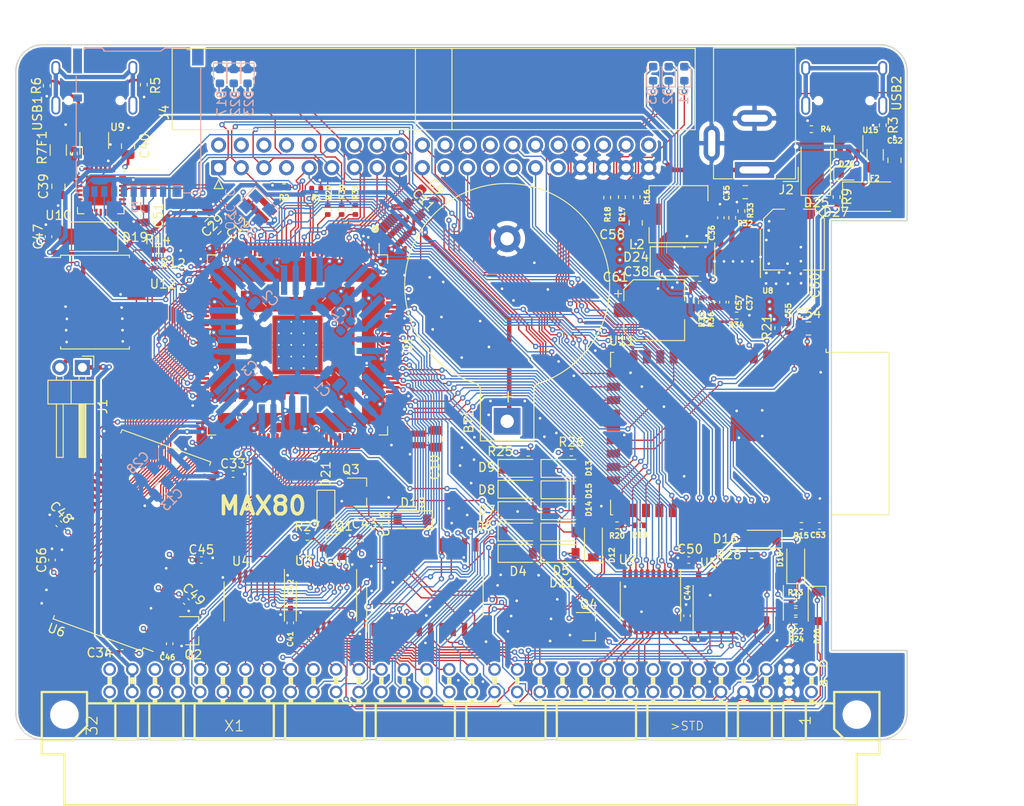
<source format=kicad_pcb>
(kicad_pcb (version 20171130) (host pcbnew 5.1.9-73d0e3b20d~88~ubuntu20.04.1)

  (general
    (thickness 1.6)
    (drawings 17)
    (tracks 3723)
    (zones 0)
    (modules 149)
    (nets 206)
  )

  (page A4)
  (title_block
    (title MAX80)
    (date 2021-01-31)
    (rev 0.01)
    (company "No name")
  )

  (layers
    (0 F.Cu signal)
    (1 In1.Cu signal)
    (2 In2.Cu signal)
    (31 B.Cu signal)
    (32 B.Adhes user)
    (33 F.Adhes user)
    (34 B.Paste user)
    (35 F.Paste user)
    (36 B.SilkS user)
    (37 F.SilkS user)
    (38 B.Mask user)
    (39 F.Mask user)
    (40 Dwgs.User user)
    (41 Cmts.User user)
    (42 Eco1.User user)
    (43 Eco2.User user)
    (44 Edge.Cuts user)
    (45 Margin user)
    (46 B.CrtYd user)
    (47 F.CrtYd user)
    (48 B.Fab user)
    (49 F.Fab user)
  )

  (setup
    (last_trace_width 0.15)
    (user_trace_width 0.3)
    (user_trace_width 0.5)
    (trace_clearance 0.15)
    (zone_clearance 0.2)
    (zone_45_only no)
    (trace_min 0.15)
    (via_size 0.6)
    (via_drill 0.3)
    (via_min_size 0.6)
    (via_min_drill 0.3)
    (uvia_size 0.3)
    (uvia_drill 0.1)
    (uvias_allowed no)
    (uvia_min_size 0.2)
    (uvia_min_drill 0.1)
    (edge_width 0.15)
    (segment_width 0.3)
    (pcb_text_width 0.3)
    (pcb_text_size 1.5 1.5)
    (mod_edge_width 0.15)
    (mod_text_size 1 1)
    (mod_text_width 0.15)
    (pad_size 2.6 1.6)
    (pad_drill 0)
    (pad_to_mask_clearance 0)
    (aux_axis_origin 0 0)
    (grid_origin 86.275 147.925)
    (visible_elements FFFFFF7F)
    (pcbplotparams
      (layerselection 0x010fc_ffffffff)
      (usegerberextensions false)
      (usegerberattributes true)
      (usegerberadvancedattributes true)
      (creategerberjobfile true)
      (excludeedgelayer true)
      (linewidth 0.100000)
      (plotframeref false)
      (viasonmask false)
      (mode 1)
      (useauxorigin false)
      (hpglpennumber 1)
      (hpglpenspeed 20)
      (hpglpendiameter 15.000000)
      (psnegative false)
      (psa4output false)
      (plotreference true)
      (plotvalue true)
      (plotinvisibletext false)
      (padsonsilk false)
      (subtractmaskfromsilk false)
      (outputformat 1)
      (mirror false)
      (drillshape 0)
      (scaleselection 1)
      (outputdirectory "abc80_gerber"))
  )

  (net 0 "")
  (net 1 VCC_ONE)
  (net 2 VCCA)
  (net 3 GND)
  (net 4 JTAGEN)
  (net 5 CLK0n)
  (net 6 +5V)
  (net 7 "Net-(R5-Pad2)")
  (net 8 "Net-(R6-Pad2)")
  (net 9 "Net-(R7-Pad1)")
  (net 10 "Net-(U10-Pad5)")
  (net 11 "Net-(U10-Pad4)")
  (net 12 "Net-(U9-Pad4)")
  (net 13 "Net-(U9-Pad6)")
  (net 14 "Net-(USB1-Pad13)")
  (net 15 "Net-(BT1-Pad1)")
  (net 16 /A4)
  (net 17 /A3)
  (net 18 /A2)
  (net 19 /A1)
  (net 20 /A0)
  (net 21 /IO0)
  (net 22 /IO3)
  (net 23 /IO4)
  (net 24 /IO5)
  (net 25 /IO6)
  (net 26 /IO7)
  (net 27 /WE)
  (net 28 /A11)
  (net 29 /IO9)
  (net 30 /A8)
  (net 31 /A7)
  (net 32 /A6)
  (net 33 /A5)
  (net 34 /A9)
  (net 35 /A10)
  (net 36 /A12)
  (net 37 /IO8)
  (net 38 /IO10)
  (net 39 /IO11)
  (net 40 /IO12)
  (net 41 /IO13)
  (net 42 /IO14)
  (net 43 /IO15)
  (net 44 /abc80bus/D7)
  (net 45 /abc80bus/D6)
  (net 46 /abc80bus/D5)
  (net 47 /abc80bus/D4)
  (net 48 /abc80bus/D3)
  (net 49 /abc80bus/D2)
  (net 50 /abc80bus/D1)
  (net 51 /abc80bus/D0)
  (net 52 /abc80bus/A8)
  (net 53 /abc80bus/A9)
  (net 54 /abc80bus/A10)
  (net 55 /abc80bus/A11)
  (net 56 /abc80bus/A12)
  (net 57 /abc80bus/A13)
  (net 58 /abc80bus/A14)
  (net 59 /abc80bus/A15)
  (net 60 /abc80bus/A7)
  (net 61 /abc80bus/A6)
  (net 62 /abc80bus/A5)
  (net 63 /abc80bus/A4)
  (net 64 /abc80bus/A3)
  (net 65 /abc80bus/A2)
  (net 66 /abc80bus/A1)
  (net 67 /abc80bus/A0)
  (net 68 /IO1)
  (net 69 /IO2)
  (net 70 /32KHZ)
  (net 71 /RTC_INT)
  (net 72 /abc80bus/ABC5V)
  (net 73 /SD_DAT1)
  (net 74 /SD_DAT2)
  (net 75 /SD_DAT3)
  (net 76 /SD_CMD)
  (net 77 /SD_CLK)
  (net 78 /SD_DAT0)
  (net 79 FPGA_TDI)
  (net 80 FPGA_TMS)
  (net 81 FPGA_TDO)
  (net 82 FPGA_TCK)
  (net 83 ABC_CLK_5)
  (net 84 /FPGA_SCL)
  (net 85 /FPGA_SDA)
  (net 86 FPGA_SPI_MISO)
  (net 87 FPGA_SPI_MOSI)
  (net 88 FPGA_SPI_CLK)
  (net 89 FGPA_SPI_CS_ESP32)
  (net 90 INT_ESP32)
  (net 91 "Net-(C53-Pad1)")
  (net 92 "Net-(F2-Pad2)")
  (net 93 ESP32_TDO)
  (net 94 ESP32_TCK)
  (net 95 ESP32_TMS)
  (net 96 ESP32_IO0)
  (net 97 ESP32_RXD)
  (net 98 ESP32_TXD)
  (net 99 ESP32_EN)
  (net 100 "Net-(R3-Pad2)")
  (net 101 "Net-(R4-Pad2)")
  (net 102 /ESP32/USB_D-)
  (net 103 /ESP32/USB_D+)
  (net 104 ESP32_TDI)
  (net 105 "Net-(U15-Pad6)")
  (net 106 "Net-(U15-Pad4)")
  (net 107 "Net-(USB2-Pad13)")
  (net 108 "Net-(D1-Pad2)")
  (net 109 "Net-(D1-Pad1)")
  (net 110 "Net-(D2-Pad2)")
  (net 111 "Net-(D2-Pad1)")
  (net 112 "Net-(D3-Pad2)")
  (net 113 "Net-(D3-Pad1)")
  (net 114 ESP32_SCL)
  (net 115 ESP32_SDA)
  (net 116 ESP32_CS2)
  (net 117 ESP32_CS0)
  (net 118 ESP32_MISO)
  (net 119 ESP32_SCK)
  (net 120 ESP32_MOSI)
  (net 121 ESP32_CS1)
  (net 122 /FPGA_USB_TXD)
  (net 123 /FPGA_USB_RXD)
  (net 124 /abc80bus/~XMEMW80)
  (net 125 /abc80bus/~CS)
  (net 126 /abc80bus/~C4)
  (net 127 /abc80bus/~C3)
  (net 128 /abc80bus/~C2)
  (net 129 /abc80bus/~C1)
  (net 130 /abc80bus/~OUT)
  (net 131 /abc80bus/~XOUT)
  (net 132 /abc80bus/~RST)
  (net 133 ~IORD)
  (net 134 /abc80bus/~XMEMFL)
  (net 135 /abc80bus/~XIN)
  (net 136 /abc80bus/~INP)
  (net 137 /abc80bus/~STATUS)
  (net 138 ~MEMRW)
  (net 139 "Net-(D18-Pad1)")
  (net 140 /abc80bus/~XINPSTB)
  (net 141 /abc80bus/~XOUTSTB)
  (net 142 /abc80bus/~XMEMW800)
  (net 143 ADSEL0)
  (net 144 ADSEL1)
  (net 145 "Net-(U3-Pad19)")
  (net 146 "Net-(U4-Pad19)")
  (net 147 /abc80bus/~INT)
  (net 148 ~IORW)
  (net 149 ~MEMRD)
  (net 150 AD0)
  (net 151 AD1)
  (net 152 AD2)
  (net 153 AD3)
  (net 154 AD4)
  (net 155 AD5)
  (net 156 AD6)
  (net 157 AD7)
  (net 158 O1)
  (net 159 O2)
  (net 160 /abc80bus/~RESIN)
  (net 161 /abc80bus/~XM)
  (net 162 /abc80bus/Y0)
  (net 163 /abc80bus/~Y0)
  (net 164 "Net-(D20-Pad1)")
  (net 165 "Net-(D21-Pad1)")
  (net 166 /FPGA_LED1)
  (net 167 /FPGA_LED2)
  (net 168 /FPGA_LED3)
  (net 169 "Net-(D17-Pad2)")
  (net 170 "Net-(D22-Pad2)")
  (net 171 "Net-(D23-Pad2)")
  (net 172 FPGA_GPIO3)
  (net 173 FPGA_GPIO2)
  (net 174 FPGA_GPIO1)
  (net 175 FPGA_GPIO0)
  (net 176 FPGA_GPIO5)
  (net 177 FPGA_GPIO4)
  (net 178 "Net-(C36-Pad1)")
  (net 179 "Net-(C37-Pad2)")
  (net 180 "Net-(C37-Pad1)")
  (net 181 "Net-(C38-Pad2)")
  (net 182 "Net-(R32-Pad2)")
  (net 183 "Net-(R35-Pad2)")
  (net 184 "Net-(C38-Pad1)")
  (net 185 /abc80bus/READY)
  (net 186 /abc80bus/~NMI)
  (net 187 "Net-(C35-Pad1)")
  (net 188 ~FPGA_READY)
  (net 189 FPGA_NMI)
  (net 190 "Net-(U1-Pad88)")
  (net 191 "Net-(C39-Pad2)")
  (net 192 "Net-(C52-Pad2)")
  (net 193 "Net-(D26-Pad2)")
  (net 194 FPGA_RESIN)
  (net 195 ABC_CLK_3)
  (net 196 "Net-(D19-Pad2)")
  (net 197 /DQMH)
  (net 198 /CLK)
  (net 199 /CKE)
  (net 200 /BA1)
  (net 201 /BA0)
  (net 202 /CS)
  (net 203 /RAS)
  (net 204 /CAS)
  (net 205 /DQML)

  (net_class Default "This is the default net class."
    (clearance 0.15)
    (trace_width 0.15)
    (via_dia 0.6)
    (via_drill 0.3)
    (uvia_dia 0.3)
    (uvia_drill 0.1)
    (add_net +5V)
    (add_net /32KHZ)
    (add_net /A0)
    (add_net /A1)
    (add_net /A10)
    (add_net /A11)
    (add_net /A12)
    (add_net /A2)
    (add_net /A3)
    (add_net /A4)
    (add_net /A5)
    (add_net /A6)
    (add_net /A7)
    (add_net /A8)
    (add_net /A9)
    (add_net /BA0)
    (add_net /BA1)
    (add_net /CAS)
    (add_net /CKE)
    (add_net /CLK)
    (add_net /CS)
    (add_net /DQMH)
    (add_net /DQML)
    (add_net /ESP32/USB_D+)
    (add_net /ESP32/USB_D-)
    (add_net /FPGA_LED1)
    (add_net /FPGA_LED2)
    (add_net /FPGA_LED3)
    (add_net /FPGA_SCL)
    (add_net /FPGA_SDA)
    (add_net /FPGA_USB_RXD)
    (add_net /FPGA_USB_TXD)
    (add_net /IO0)
    (add_net /IO1)
    (add_net /IO10)
    (add_net /IO11)
    (add_net /IO12)
    (add_net /IO13)
    (add_net /IO14)
    (add_net /IO15)
    (add_net /IO2)
    (add_net /IO3)
    (add_net /IO4)
    (add_net /IO5)
    (add_net /IO6)
    (add_net /IO7)
    (add_net /IO8)
    (add_net /IO9)
    (add_net /RAS)
    (add_net /RTC_INT)
    (add_net /SD_CLK)
    (add_net /SD_CMD)
    (add_net /SD_DAT0)
    (add_net /SD_DAT1)
    (add_net /SD_DAT2)
    (add_net /SD_DAT3)
    (add_net /WE)
    (add_net /abc80bus/A0)
    (add_net /abc80bus/A1)
    (add_net /abc80bus/A10)
    (add_net /abc80bus/A11)
    (add_net /abc80bus/A12)
    (add_net /abc80bus/A13)
    (add_net /abc80bus/A14)
    (add_net /abc80bus/A15)
    (add_net /abc80bus/A2)
    (add_net /abc80bus/A3)
    (add_net /abc80bus/A4)
    (add_net /abc80bus/A5)
    (add_net /abc80bus/A6)
    (add_net /abc80bus/A7)
    (add_net /abc80bus/A8)
    (add_net /abc80bus/A9)
    (add_net /abc80bus/ABC5V)
    (add_net /abc80bus/D0)
    (add_net /abc80bus/D1)
    (add_net /abc80bus/D2)
    (add_net /abc80bus/D3)
    (add_net /abc80bus/D4)
    (add_net /abc80bus/D5)
    (add_net /abc80bus/D6)
    (add_net /abc80bus/D7)
    (add_net /abc80bus/READY)
    (add_net /abc80bus/Y0)
    (add_net /abc80bus/~C1)
    (add_net /abc80bus/~C2)
    (add_net /abc80bus/~C3)
    (add_net /abc80bus/~C4)
    (add_net /abc80bus/~CS)
    (add_net /abc80bus/~INP)
    (add_net /abc80bus/~INT)
    (add_net /abc80bus/~NMI)
    (add_net /abc80bus/~OUT)
    (add_net /abc80bus/~RESIN)
    (add_net /abc80bus/~RST)
    (add_net /abc80bus/~STATUS)
    (add_net /abc80bus/~XIN)
    (add_net /abc80bus/~XINPSTB)
    (add_net /abc80bus/~XM)
    (add_net /abc80bus/~XMEMFL)
    (add_net /abc80bus/~XMEMW80)
    (add_net /abc80bus/~XMEMW800)
    (add_net /abc80bus/~XOUT)
    (add_net /abc80bus/~XOUTSTB)
    (add_net /abc80bus/~Y0)
    (add_net ABC_CLK_3)
    (add_net ABC_CLK_5)
    (add_net AD0)
    (add_net AD1)
    (add_net AD2)
    (add_net AD3)
    (add_net AD4)
    (add_net AD5)
    (add_net AD6)
    (add_net AD7)
    (add_net ADSEL0)
    (add_net ADSEL1)
    (add_net CLK0n)
    (add_net ESP32_CS0)
    (add_net ESP32_CS1)
    (add_net ESP32_CS2)
    (add_net ESP32_EN)
    (add_net ESP32_IO0)
    (add_net ESP32_MISO)
    (add_net ESP32_MOSI)
    (add_net ESP32_RXD)
    (add_net ESP32_SCK)
    (add_net ESP32_SCL)
    (add_net ESP32_SDA)
    (add_net ESP32_TCK)
    (add_net ESP32_TDI)
    (add_net ESP32_TDO)
    (add_net ESP32_TMS)
    (add_net ESP32_TXD)
    (add_net FGPA_SPI_CS_ESP32)
    (add_net FPGA_GPIO0)
    (add_net FPGA_GPIO1)
    (add_net FPGA_GPIO2)
    (add_net FPGA_GPIO3)
    (add_net FPGA_GPIO4)
    (add_net FPGA_GPIO5)
    (add_net FPGA_NMI)
    (add_net FPGA_RESIN)
    (add_net FPGA_SPI_CLK)
    (add_net FPGA_SPI_MISO)
    (add_net FPGA_SPI_MOSI)
    (add_net FPGA_TCK)
    (add_net FPGA_TDI)
    (add_net FPGA_TDO)
    (add_net FPGA_TMS)
    (add_net GND)
    (add_net INT_ESP32)
    (add_net JTAGEN)
    (add_net "Net-(BT1-Pad1)")
    (add_net "Net-(C35-Pad1)")
    (add_net "Net-(C36-Pad1)")
    (add_net "Net-(C37-Pad1)")
    (add_net "Net-(C37-Pad2)")
    (add_net "Net-(C38-Pad1)")
    (add_net "Net-(C38-Pad2)")
    (add_net "Net-(C39-Pad2)")
    (add_net "Net-(C52-Pad2)")
    (add_net "Net-(C53-Pad1)")
    (add_net "Net-(D1-Pad1)")
    (add_net "Net-(D1-Pad2)")
    (add_net "Net-(D17-Pad2)")
    (add_net "Net-(D18-Pad1)")
    (add_net "Net-(D19-Pad2)")
    (add_net "Net-(D2-Pad1)")
    (add_net "Net-(D2-Pad2)")
    (add_net "Net-(D20-Pad1)")
    (add_net "Net-(D21-Pad1)")
    (add_net "Net-(D22-Pad2)")
    (add_net "Net-(D23-Pad2)")
    (add_net "Net-(D26-Pad2)")
    (add_net "Net-(D3-Pad1)")
    (add_net "Net-(D3-Pad2)")
    (add_net "Net-(F2-Pad2)")
    (add_net "Net-(R3-Pad2)")
    (add_net "Net-(R32-Pad2)")
    (add_net "Net-(R35-Pad2)")
    (add_net "Net-(R4-Pad2)")
    (add_net "Net-(R5-Pad2)")
    (add_net "Net-(R6-Pad2)")
    (add_net "Net-(R7-Pad1)")
    (add_net "Net-(U1-Pad88)")
    (add_net "Net-(U10-Pad4)")
    (add_net "Net-(U10-Pad5)")
    (add_net "Net-(U15-Pad4)")
    (add_net "Net-(U15-Pad6)")
    (add_net "Net-(U3-Pad19)")
    (add_net "Net-(U4-Pad19)")
    (add_net "Net-(U9-Pad4)")
    (add_net "Net-(U9-Pad6)")
    (add_net "Net-(USB1-Pad13)")
    (add_net "Net-(USB2-Pad13)")
    (add_net O1)
    (add_net O2)
    (add_net VCCA)
    (add_net VCC_ONE)
    (add_net ~FPGA_READY)
    (add_net ~IORD)
    (add_net ~IORW)
    (add_net ~MEMRD)
    (add_net ~MEMRW)
  )

  (module Capacitor_SMD:C_0402_1005Metric (layer F.Cu) (tedit 5F68FEEE) (tstamp 603AB2EA)
    (at 56.557 158.847 90)
    (descr "Capacitor SMD 0402 (1005 Metric), square (rectangular) end terminal, IPC_7351 nominal, (Body size source: IPC-SM-782 page 76, https://www.pcb-3d.com/wordpress/wp-content/uploads/ipc-sm-782a_amendment_1_and_2.pdf), generated with kicad-footprint-generator")
    (tags capacitor)
    (path /6091A70C)
    (attr smd)
    (fp_text reference C56 (at 0 -1.16 90) (layer F.SilkS)
      (effects (font (size 1 1) (thickness 0.15)))
    )
    (fp_text value 100nF (at 0 1.16 90) (layer F.Fab)
      (effects (font (size 1 1) (thickness 0.15)))
    )
    (fp_line (start 0.91 0.46) (end -0.91 0.46) (layer F.CrtYd) (width 0.05))
    (fp_line (start 0.91 -0.46) (end 0.91 0.46) (layer F.CrtYd) (width 0.05))
    (fp_line (start -0.91 -0.46) (end 0.91 -0.46) (layer F.CrtYd) (width 0.05))
    (fp_line (start -0.91 0.46) (end -0.91 -0.46) (layer F.CrtYd) (width 0.05))
    (fp_line (start -0.107836 0.36) (end 0.107836 0.36) (layer F.SilkS) (width 0.12))
    (fp_line (start -0.107836 -0.36) (end 0.107836 -0.36) (layer F.SilkS) (width 0.12))
    (fp_line (start 0.5 0.25) (end -0.5 0.25) (layer F.Fab) (width 0.1))
    (fp_line (start 0.5 -0.25) (end 0.5 0.25) (layer F.Fab) (width 0.1))
    (fp_line (start -0.5 -0.25) (end 0.5 -0.25) (layer F.Fab) (width 0.1))
    (fp_line (start -0.5 0.25) (end -0.5 -0.25) (layer F.Fab) (width 0.1))
    (fp_text user %R (at 0 0 90) (layer F.Fab)
      (effects (font (size 0.25 0.25) (thickness 0.04)))
    )
    (pad 2 smd roundrect (at 0.48 0 90) (size 0.56 0.62) (layers F.Cu F.Paste F.Mask) (roundrect_rratio 0.25)
      (net 3 GND))
    (pad 1 smd roundrect (at -0.48 0 90) (size 0.56 0.62) (layers F.Cu F.Paste F.Mask) (roundrect_rratio 0.25)
      (net 1 VCC_ONE))
    (model ${KISYS3DMOD}/Capacitor_SMD.3dshapes/C_0402_1005Metric.wrl
      (at (xyz 0 0 0))
      (scale (xyz 1 1 1))
      (rotate (xyz 0 0 0))
    )
  )

  (module Capacitor_SMD:C_0402_1005Metric (layer F.Cu) (tedit 5F68FEEE) (tstamp 603AB1B9)
    (at 69.765 168.245 270)
    (descr "Capacitor SMD 0402 (1005 Metric), square (rectangular) end terminal, IPC_7351 nominal, (Body size source: IPC-SM-782 page 76, https://www.pcb-3d.com/wordpress/wp-content/uploads/ipc-sm-782a_amendment_1_and_2.pdf), generated with kicad-footprint-generator")
    (tags capacitor)
    (path /60932F0E)
    (attr smd)
    (fp_text reference C46 (at 1.524 0.254 180) (layer F.SilkS)
      (effects (font (size 0.6 0.6) (thickness 0.15)))
    )
    (fp_text value 100nF (at 0 1.16 90) (layer F.Fab)
      (effects (font (size 1 1) (thickness 0.15)))
    )
    (fp_line (start 0.91 0.46) (end -0.91 0.46) (layer F.CrtYd) (width 0.05))
    (fp_line (start 0.91 -0.46) (end 0.91 0.46) (layer F.CrtYd) (width 0.05))
    (fp_line (start -0.91 -0.46) (end 0.91 -0.46) (layer F.CrtYd) (width 0.05))
    (fp_line (start -0.91 0.46) (end -0.91 -0.46) (layer F.CrtYd) (width 0.05))
    (fp_line (start -0.107836 0.36) (end 0.107836 0.36) (layer F.SilkS) (width 0.12))
    (fp_line (start -0.107836 -0.36) (end 0.107836 -0.36) (layer F.SilkS) (width 0.12))
    (fp_line (start 0.5 0.25) (end -0.5 0.25) (layer F.Fab) (width 0.1))
    (fp_line (start 0.5 -0.25) (end 0.5 0.25) (layer F.Fab) (width 0.1))
    (fp_line (start -0.5 -0.25) (end 0.5 -0.25) (layer F.Fab) (width 0.1))
    (fp_line (start -0.5 0.25) (end -0.5 -0.25) (layer F.Fab) (width 0.1))
    (fp_text user %R (at 0 0 90) (layer F.Fab)
      (effects (font (size 0.25 0.25) (thickness 0.04)))
    )
    (pad 2 smd roundrect (at 0.48 0 270) (size 0.56 0.62) (layers F.Cu F.Paste F.Mask) (roundrect_rratio 0.25)
      (net 3 GND))
    (pad 1 smd roundrect (at -0.48 0 270) (size 0.56 0.62) (layers F.Cu F.Paste F.Mask) (roundrect_rratio 0.25)
      (net 1 VCC_ONE))
    (model ${KISYS3DMOD}/Capacitor_SMD.3dshapes/C_0402_1005Metric.wrl
      (at (xyz 0 0 0))
      (scale (xyz 1 1 1))
      (rotate (xyz 0 0 0))
    )
  )

  (module Capacitor_SMD:C_0402_1005Metric (layer F.Cu) (tedit 5F68FEEE) (tstamp 603AB1A8)
    (at 73.321 158.847)
    (descr "Capacitor SMD 0402 (1005 Metric), square (rectangular) end terminal, IPC_7351 nominal, (Body size source: IPC-SM-782 page 76, https://www.pcb-3d.com/wordpress/wp-content/uploads/ipc-sm-782a_amendment_1_and_2.pdf), generated with kicad-footprint-generator")
    (tags capacitor)
    (path /6094CE83)
    (attr smd)
    (fp_text reference C45 (at 0 -1.16) (layer F.SilkS)
      (effects (font (size 1 1) (thickness 0.15)))
    )
    (fp_text value 100nF (at 0 1.16) (layer F.Fab)
      (effects (font (size 1 1) (thickness 0.15)))
    )
    (fp_line (start 0.91 0.46) (end -0.91 0.46) (layer F.CrtYd) (width 0.05))
    (fp_line (start 0.91 -0.46) (end 0.91 0.46) (layer F.CrtYd) (width 0.05))
    (fp_line (start -0.91 -0.46) (end 0.91 -0.46) (layer F.CrtYd) (width 0.05))
    (fp_line (start -0.91 0.46) (end -0.91 -0.46) (layer F.CrtYd) (width 0.05))
    (fp_line (start -0.107836 0.36) (end 0.107836 0.36) (layer F.SilkS) (width 0.12))
    (fp_line (start -0.107836 -0.36) (end 0.107836 -0.36) (layer F.SilkS) (width 0.12))
    (fp_line (start 0.5 0.25) (end -0.5 0.25) (layer F.Fab) (width 0.1))
    (fp_line (start 0.5 -0.25) (end 0.5 0.25) (layer F.Fab) (width 0.1))
    (fp_line (start -0.5 -0.25) (end 0.5 -0.25) (layer F.Fab) (width 0.1))
    (fp_line (start -0.5 0.25) (end -0.5 -0.25) (layer F.Fab) (width 0.1))
    (fp_text user %R (at 0 0) (layer F.Fab)
      (effects (font (size 0.25 0.25) (thickness 0.04)))
    )
    (pad 2 smd roundrect (at 0.48 0) (size 0.56 0.62) (layers F.Cu F.Paste F.Mask) (roundrect_rratio 0.25)
      (net 3 GND))
    (pad 1 smd roundrect (at -0.48 0) (size 0.56 0.62) (layers F.Cu F.Paste F.Mask) (roundrect_rratio 0.25)
      (net 1 VCC_ONE))
    (model ${KISYS3DMOD}/Capacitor_SMD.3dshapes/C_0402_1005Metric.wrl
      (at (xyz 0 0 0))
      (scale (xyz 1 1 1))
      (rotate (xyz 0 0 0))
    )
  )

  (module Capacitor_SMD:C_0402_1005Metric (layer F.Cu) (tedit 5F68FEEE) (tstamp 603AC9A5)
    (at 64.431 169.261 180)
    (descr "Capacitor SMD 0402 (1005 Metric), square (rectangular) end terminal, IPC_7351 nominal, (Body size source: IPC-SM-782 page 76, https://www.pcb-3d.com/wordpress/wp-content/uploads/ipc-sm-782a_amendment_1_and_2.pdf), generated with kicad-footprint-generator")
    (tags capacitor)
    (path /6097D4FE)
    (attr smd)
    (fp_text reference C34 (at 2.54 0) (layer F.SilkS)
      (effects (font (size 1 1) (thickness 0.15)))
    )
    (fp_text value 100nF (at 0 1.16) (layer F.Fab)
      (effects (font (size 1 1) (thickness 0.15)))
    )
    (fp_line (start 0.91 0.46) (end -0.91 0.46) (layer F.CrtYd) (width 0.05))
    (fp_line (start 0.91 -0.46) (end 0.91 0.46) (layer F.CrtYd) (width 0.05))
    (fp_line (start -0.91 -0.46) (end 0.91 -0.46) (layer F.CrtYd) (width 0.05))
    (fp_line (start -0.91 0.46) (end -0.91 -0.46) (layer F.CrtYd) (width 0.05))
    (fp_line (start -0.107836 0.36) (end 0.107836 0.36) (layer F.SilkS) (width 0.12))
    (fp_line (start -0.107836 -0.36) (end 0.107836 -0.36) (layer F.SilkS) (width 0.12))
    (fp_line (start 0.5 0.25) (end -0.5 0.25) (layer F.Fab) (width 0.1))
    (fp_line (start 0.5 -0.25) (end 0.5 0.25) (layer F.Fab) (width 0.1))
    (fp_line (start -0.5 -0.25) (end 0.5 -0.25) (layer F.Fab) (width 0.1))
    (fp_line (start -0.5 0.25) (end -0.5 -0.25) (layer F.Fab) (width 0.1))
    (fp_text user %R (at 0 0) (layer F.Fab)
      (effects (font (size 0.25 0.25) (thickness 0.04)))
    )
    (pad 2 smd roundrect (at 0.48 0 180) (size 0.56 0.62) (layers F.Cu F.Paste F.Mask) (roundrect_rratio 0.25)
      (net 3 GND))
    (pad 1 smd roundrect (at -0.48 0 180) (size 0.56 0.62) (layers F.Cu F.Paste F.Mask) (roundrect_rratio 0.25)
      (net 1 VCC_ONE))
    (model ${KISYS3DMOD}/Capacitor_SMD.3dshapes/C_0402_1005Metric.wrl
      (at (xyz 0 0 0))
      (scale (xyz 1 1 1))
      (rotate (xyz 0 0 0))
    )
  )

  (module Capacitor_SMD:C_0402_1005Metric (layer F.Cu) (tedit 5F68FEEE) (tstamp 603AB046)
    (at 76.877 149.195)
    (descr "Capacitor SMD 0402 (1005 Metric), square (rectangular) end terminal, IPC_7351 nominal, (Body size source: IPC-SM-782 page 76, https://www.pcb-3d.com/wordpress/wp-content/uploads/ipc-sm-782a_amendment_1_and_2.pdf), generated with kicad-footprint-generator")
    (tags capacitor)
    (path /60997E09)
    (attr smd)
    (fp_text reference C33 (at 0 -1.16) (layer F.SilkS)
      (effects (font (size 1 1) (thickness 0.15)))
    )
    (fp_text value 100nF (at 0 1.16) (layer F.Fab)
      (effects (font (size 1 1) (thickness 0.15)))
    )
    (fp_line (start 0.91 0.46) (end -0.91 0.46) (layer F.CrtYd) (width 0.05))
    (fp_line (start 0.91 -0.46) (end 0.91 0.46) (layer F.CrtYd) (width 0.05))
    (fp_line (start -0.91 -0.46) (end 0.91 -0.46) (layer F.CrtYd) (width 0.05))
    (fp_line (start -0.91 0.46) (end -0.91 -0.46) (layer F.CrtYd) (width 0.05))
    (fp_line (start -0.107836 0.36) (end 0.107836 0.36) (layer F.SilkS) (width 0.12))
    (fp_line (start -0.107836 -0.36) (end 0.107836 -0.36) (layer F.SilkS) (width 0.12))
    (fp_line (start 0.5 0.25) (end -0.5 0.25) (layer F.Fab) (width 0.1))
    (fp_line (start 0.5 -0.25) (end 0.5 0.25) (layer F.Fab) (width 0.1))
    (fp_line (start -0.5 -0.25) (end 0.5 -0.25) (layer F.Fab) (width 0.1))
    (fp_line (start -0.5 0.25) (end -0.5 -0.25) (layer F.Fab) (width 0.1))
    (fp_text user %R (at 0 0) (layer F.Fab)
      (effects (font (size 0.25 0.25) (thickness 0.04)))
    )
    (pad 2 smd roundrect (at 0.48 0) (size 0.56 0.62) (layers F.Cu F.Paste F.Mask) (roundrect_rratio 0.25)
      (net 3 GND))
    (pad 1 smd roundrect (at -0.48 0) (size 0.56 0.62) (layers F.Cu F.Paste F.Mask) (roundrect_rratio 0.25)
      (net 1 VCC_ONE))
    (model ${KISYS3DMOD}/Capacitor_SMD.3dshapes/C_0402_1005Metric.wrl
      (at (xyz 0 0 0))
      (scale (xyz 1 1 1))
      (rotate (xyz 0 0 0))
    )
  )

  (module Package_SO:TSOP-II-54_22.2x10.16mm_P0.8mm (layer F.Cu) (tedit 5B589EC7) (tstamp 60346482)
    (at 65.535 156.645 160)
    (descr "54-lead TSOP typ II package")
    (tags "TSOPII TSOP2")
    (path /604F9283)
    (attr smd)
    (fp_text reference U6 (at 4.513002 -12.365253 160) (layer F.SilkS)
      (effects (font (size 1 1) (thickness 0.15)))
    )
    (fp_text value MT48LC16M16A2P-6A (at 0 12.5 160) (layer F.Fab)
      (effects (font (size 0.85 0.85) (thickness 0.15)))
    )
    (fp_line (start -4.08 -11.11) (end 5.08 -11.11) (layer F.Fab) (width 0.1))
    (fp_line (start 5.08 -11.11) (end 5.08 11.11) (layer F.Fab) (width 0.1))
    (fp_line (start 5.08 11.11) (end -5.08 11.11) (layer F.Fab) (width 0.1))
    (fp_line (start -5.08 11.11) (end -5.08 -10.11) (layer F.Fab) (width 0.1))
    (fp_line (start -4.08 -11.11) (end -5.08 -10.11) (layer F.Fab) (width 0.1))
    (fp_line (start -6.5 -10.9) (end -5.3 -10.9) (layer F.SilkS) (width 0.12))
    (fp_line (start -5.3 -10.9) (end -5.3 -11.3) (layer F.SilkS) (width 0.12))
    (fp_line (start -5.3 -11.3) (end 5.3 -11.3) (layer F.SilkS) (width 0.12))
    (fp_line (start -5.3 11.3) (end 5.3 11.3) (layer F.SilkS) (width 0.12))
    (fp_line (start 5.3 -11.3) (end 5.3 -10.9) (layer F.SilkS) (width 0.12))
    (fp_line (start 5.3 10.9) (end 5.3 11.3) (layer F.SilkS) (width 0.12))
    (fp_line (start -5.3 10.9) (end -5.3 11.3) (layer F.SilkS) (width 0.12))
    (fp_line (start -6.76 -11.36) (end 6.76 -11.36) (layer F.CrtYd) (width 0.05))
    (fp_line (start 6.76 -11.36) (end 6.76 11.36) (layer F.CrtYd) (width 0.05))
    (fp_line (start 6.76 11.36) (end -6.76 11.36) (layer F.CrtYd) (width 0.05))
    (fp_line (start -6.76 -11.36) (end -6.76 11.36) (layer F.CrtYd) (width 0.05))
    (fp_text user %R (at 0 0 160) (layer F.Fab)
      (effects (font (size 1 1) (thickness 0.15)))
    )
    (pad 54 smd rect (at 5.75 -10.4 160) (size 1.51 0.458) (layers F.Cu F.Paste F.Mask)
      (net 3 GND))
    (pad 53 smd rect (at 5.75 -9.6 160) (size 1.51 0.458) (layers F.Cu F.Paste F.Mask)
      (net 43 /IO15))
    (pad 52 smd rect (at 5.75 -8.8 160) (size 1.51 0.458) (layers F.Cu F.Paste F.Mask)
      (net 3 GND))
    (pad 51 smd rect (at 5.75 -8 160) (size 1.51 0.458) (layers F.Cu F.Paste F.Mask)
      (net 42 /IO14))
    (pad 50 smd rect (at 5.75 -7.2 160) (size 1.51 0.458) (layers F.Cu F.Paste F.Mask)
      (net 41 /IO13))
    (pad 49 smd rect (at 5.75 -6.4 160) (size 1.51 0.458) (layers F.Cu F.Paste F.Mask)
      (net 1 VCC_ONE))
    (pad 48 smd rect (at 5.75 -5.6 160) (size 1.51 0.458) (layers F.Cu F.Paste F.Mask)
      (net 40 /IO12))
    (pad 47 smd rect (at 5.75 -4.8 160) (size 1.51 0.458) (layers F.Cu F.Paste F.Mask)
      (net 39 /IO11))
    (pad 46 smd rect (at 5.75 -4 160) (size 1.51 0.458) (layers F.Cu F.Paste F.Mask)
      (net 3 GND))
    (pad 45 smd rect (at 5.75 -3.2 160) (size 1.51 0.458) (layers F.Cu F.Paste F.Mask)
      (net 38 /IO10))
    (pad 44 smd rect (at 5.75 -2.4 160) (size 1.51 0.458) (layers F.Cu F.Paste F.Mask)
      (net 29 /IO9))
    (pad 43 smd rect (at 5.75 -1.6 160) (size 1.51 0.458) (layers F.Cu F.Paste F.Mask)
      (net 1 VCC_ONE))
    (pad 42 smd rect (at 5.75 -0.8 160) (size 1.51 0.458) (layers F.Cu F.Paste F.Mask)
      (net 37 /IO8))
    (pad 41 smd rect (at 5.75 0 160) (size 1.51 0.458) (layers F.Cu F.Paste F.Mask)
      (net 3 GND))
    (pad 40 smd rect (at 5.75 0.8 160) (size 1.51 0.458) (layers F.Cu F.Paste F.Mask))
    (pad 39 smd rect (at 5.75 1.6 160) (size 1.51 0.458) (layers F.Cu F.Paste F.Mask)
      (net 197 /DQMH))
    (pad 38 smd rect (at 5.75 2.4 160) (size 1.51 0.458) (layers F.Cu F.Paste F.Mask)
      (net 198 /CLK))
    (pad 37 smd rect (at 5.75 3.2 160) (size 1.51 0.458) (layers F.Cu F.Paste F.Mask)
      (net 199 /CKE))
    (pad 36 smd rect (at 5.75 4 160) (size 1.51 0.458) (layers F.Cu F.Paste F.Mask)
      (net 36 /A12))
    (pad 35 smd rect (at 5.75 4.8 160) (size 1.51 0.458) (layers F.Cu F.Paste F.Mask)
      (net 28 /A11))
    (pad 34 smd rect (at 5.75 5.6 160) (size 1.51 0.458) (layers F.Cu F.Paste F.Mask)
      (net 34 /A9))
    (pad 33 smd rect (at 5.75 6.4 160) (size 1.51 0.458) (layers F.Cu F.Paste F.Mask)
      (net 30 /A8))
    (pad 32 smd rect (at 5.75 7.2 160) (size 1.51 0.458) (layers F.Cu F.Paste F.Mask)
      (net 31 /A7))
    (pad 31 smd rect (at 5.75 8 160) (size 1.51 0.458) (layers F.Cu F.Paste F.Mask)
      (net 32 /A6))
    (pad 30 smd rect (at 5.75 8.8 160) (size 1.51 0.458) (layers F.Cu F.Paste F.Mask)
      (net 33 /A5))
    (pad 29 smd rect (at 5.75 9.6 160) (size 1.51 0.458) (layers F.Cu F.Paste F.Mask)
      (net 16 /A4))
    (pad 28 smd rect (at 5.75 10.4 160) (size 1.51 0.458) (layers F.Cu F.Paste F.Mask)
      (net 3 GND))
    (pad 27 smd rect (at -5.75 10.4 160) (size 1.51 0.458) (layers F.Cu F.Paste F.Mask)
      (net 1 VCC_ONE))
    (pad 26 smd rect (at -5.75 9.6 160) (size 1.51 0.458) (layers F.Cu F.Paste F.Mask)
      (net 17 /A3))
    (pad 25 smd rect (at -5.75 8.8 160) (size 1.51 0.458) (layers F.Cu F.Paste F.Mask)
      (net 18 /A2))
    (pad 24 smd rect (at -5.75 8 160) (size 1.51 0.458) (layers F.Cu F.Paste F.Mask)
      (net 19 /A1))
    (pad 23 smd rect (at -5.75 7.2 160) (size 1.51 0.458) (layers F.Cu F.Paste F.Mask)
      (net 20 /A0))
    (pad 22 smd rect (at -5.75 6.4 160) (size 1.51 0.458) (layers F.Cu F.Paste F.Mask)
      (net 35 /A10))
    (pad 21 smd rect (at -5.75 5.6 160) (size 1.51 0.458) (layers F.Cu F.Paste F.Mask)
      (net 200 /BA1))
    (pad 20 smd rect (at -5.75 4.8 160) (size 1.51 0.458) (layers F.Cu F.Paste F.Mask)
      (net 201 /BA0))
    (pad 19 smd rect (at -5.75 4 160) (size 1.51 0.458) (layers F.Cu F.Paste F.Mask)
      (net 202 /CS))
    (pad 18 smd rect (at -5.75 3.2 160) (size 1.51 0.458) (layers F.Cu F.Paste F.Mask)
      (net 203 /RAS))
    (pad 17 smd rect (at -5.75 2.4 160) (size 1.51 0.458) (layers F.Cu F.Paste F.Mask)
      (net 204 /CAS))
    (pad 16 smd rect (at -5.75 1.6 160) (size 1.51 0.458) (layers F.Cu F.Paste F.Mask)
      (net 27 /WE))
    (pad 15 smd rect (at -5.75 0.8 160) (size 1.51 0.458) (layers F.Cu F.Paste F.Mask)
      (net 205 /DQML))
    (pad 14 smd rect (at -5.75 0 160) (size 1.51 0.458) (layers F.Cu F.Paste F.Mask)
      (net 1 VCC_ONE))
    (pad 13 smd rect (at -5.75 -0.8 160) (size 1.51 0.458) (layers F.Cu F.Paste F.Mask)
      (net 26 /IO7))
    (pad 12 smd rect (at -5.75 -1.6 160) (size 1.51 0.458) (layers F.Cu F.Paste F.Mask)
      (net 3 GND))
    (pad 11 smd rect (at -5.75 -2.4 160) (size 1.51 0.458) (layers F.Cu F.Paste F.Mask)
      (net 25 /IO6))
    (pad 10 smd rect (at -5.75 -3.2 160) (size 1.51 0.458) (layers F.Cu F.Paste F.Mask)
      (net 24 /IO5))
    (pad 9 smd rect (at -5.75 -4 160) (size 1.51 0.458) (layers F.Cu F.Paste F.Mask)
      (net 1 VCC_ONE))
    (pad 8 smd rect (at -5.75 -4.8 160) (size 1.51 0.458) (layers F.Cu F.Paste F.Mask)
      (net 23 /IO4))
    (pad 7 smd rect (at -5.75 -5.6 160) (size 1.51 0.458) (layers F.Cu F.Paste F.Mask)
      (net 22 /IO3))
    (pad 6 smd rect (at -5.75 -6.4 160) (size 1.51 0.458) (layers F.Cu F.Paste F.Mask)
      (net 3 GND))
    (pad 5 smd rect (at -5.75 -7.2 160) (size 1.51 0.458) (layers F.Cu F.Paste F.Mask)
      (net 69 /IO2))
    (pad 4 smd rect (at -5.75 -8 160) (size 1.51 0.458) (layers F.Cu F.Paste F.Mask)
      (net 68 /IO1))
    (pad 3 smd rect (at -5.75 -8.8 160) (size 1.51 0.458) (layers F.Cu F.Paste F.Mask)
      (net 1 VCC_ONE))
    (pad 2 smd rect (at -5.75 -9.6 160) (size 1.51 0.458) (layers F.Cu F.Paste F.Mask)
      (net 21 /IO0))
    (pad 1 smd rect (at -5.75 -10.4 160) (size 1.51 0.458) (layers F.Cu F.Paste F.Mask)
      (net 1 VCC_ONE))
    (model ${KISYS3DMOD}/Package_SO.3dshapes/TSOP-II-54_22.2x10.16mm_P0.8mm.wrl
      (at (xyz 0 0 0))
      (scale (xyz 1 1 1))
      (rotate (xyz 0 0 0))
    )
  )

  (module Connector_PinHeader_2.54mm:PinHeader_1x02_P2.54mm_Horizontal (layer F.Cu) (tedit 59FED5CB) (tstamp 6032D4AA)
    (at 59.975 137.225 270)
    (descr "Through hole angled pin header, 1x02, 2.54mm pitch, 6mm pin length, single row")
    (tags "Through hole angled pin header THT 1x02 2.54mm single row")
    (path /6013B380/603FB6A3)
    (fp_text reference J1 (at 4.385 -2.27 90) (layer F.SilkS)
      (effects (font (size 1 1) (thickness 0.15)))
    )
    (fp_text value Conn_01x02_Male (at 4.385 4.81 90) (layer F.Fab)
      (effects (font (size 1 1) (thickness 0.15)))
    )
    (fp_line (start 10.55 -1.8) (end -1.8 -1.8) (layer F.CrtYd) (width 0.05))
    (fp_line (start 10.55 4.35) (end 10.55 -1.8) (layer F.CrtYd) (width 0.05))
    (fp_line (start -1.8 4.35) (end 10.55 4.35) (layer F.CrtYd) (width 0.05))
    (fp_line (start -1.8 -1.8) (end -1.8 4.35) (layer F.CrtYd) (width 0.05))
    (fp_line (start -1.27 -1.27) (end 0 -1.27) (layer F.SilkS) (width 0.12))
    (fp_line (start -1.27 0) (end -1.27 -1.27) (layer F.SilkS) (width 0.12))
    (fp_line (start 1.042929 2.92) (end 1.44 2.92) (layer F.SilkS) (width 0.12))
    (fp_line (start 1.042929 2.16) (end 1.44 2.16) (layer F.SilkS) (width 0.12))
    (fp_line (start 10.1 2.92) (end 4.1 2.92) (layer F.SilkS) (width 0.12))
    (fp_line (start 10.1 2.16) (end 10.1 2.92) (layer F.SilkS) (width 0.12))
    (fp_line (start 4.1 2.16) (end 10.1 2.16) (layer F.SilkS) (width 0.12))
    (fp_line (start 1.44 1.27) (end 4.1 1.27) (layer F.SilkS) (width 0.12))
    (fp_line (start 1.11 0.38) (end 1.44 0.38) (layer F.SilkS) (width 0.12))
    (fp_line (start 1.11 -0.38) (end 1.44 -0.38) (layer F.SilkS) (width 0.12))
    (fp_line (start 4.1 0.28) (end 10.1 0.28) (layer F.SilkS) (width 0.12))
    (fp_line (start 4.1 0.16) (end 10.1 0.16) (layer F.SilkS) (width 0.12))
    (fp_line (start 4.1 0.04) (end 10.1 0.04) (layer F.SilkS) (width 0.12))
    (fp_line (start 4.1 -0.08) (end 10.1 -0.08) (layer F.SilkS) (width 0.12))
    (fp_line (start 4.1 -0.2) (end 10.1 -0.2) (layer F.SilkS) (width 0.12))
    (fp_line (start 4.1 -0.32) (end 10.1 -0.32) (layer F.SilkS) (width 0.12))
    (fp_line (start 10.1 0.38) (end 4.1 0.38) (layer F.SilkS) (width 0.12))
    (fp_line (start 10.1 -0.38) (end 10.1 0.38) (layer F.SilkS) (width 0.12))
    (fp_line (start 4.1 -0.38) (end 10.1 -0.38) (layer F.SilkS) (width 0.12))
    (fp_line (start 4.1 -1.33) (end 1.44 -1.33) (layer F.SilkS) (width 0.12))
    (fp_line (start 4.1 3.87) (end 4.1 -1.33) (layer F.SilkS) (width 0.12))
    (fp_line (start 1.44 3.87) (end 4.1 3.87) (layer F.SilkS) (width 0.12))
    (fp_line (start 1.44 -1.33) (end 1.44 3.87) (layer F.SilkS) (width 0.12))
    (fp_line (start 4.04 2.86) (end 10.04 2.86) (layer F.Fab) (width 0.1))
    (fp_line (start 10.04 2.22) (end 10.04 2.86) (layer F.Fab) (width 0.1))
    (fp_line (start 4.04 2.22) (end 10.04 2.22) (layer F.Fab) (width 0.1))
    (fp_line (start -0.32 2.86) (end 1.5 2.86) (layer F.Fab) (width 0.1))
    (fp_line (start -0.32 2.22) (end -0.32 2.86) (layer F.Fab) (width 0.1))
    (fp_line (start -0.32 2.22) (end 1.5 2.22) (layer F.Fab) (width 0.1))
    (fp_line (start 4.04 0.32) (end 10.04 0.32) (layer F.Fab) (width 0.1))
    (fp_line (start 10.04 -0.32) (end 10.04 0.32) (layer F.Fab) (width 0.1))
    (fp_line (start 4.04 -0.32) (end 10.04 -0.32) (layer F.Fab) (width 0.1))
    (fp_line (start -0.32 0.32) (end 1.5 0.32) (layer F.Fab) (width 0.1))
    (fp_line (start -0.32 -0.32) (end -0.32 0.32) (layer F.Fab) (width 0.1))
    (fp_line (start -0.32 -0.32) (end 1.5 -0.32) (layer F.Fab) (width 0.1))
    (fp_line (start 1.5 -0.635) (end 2.135 -1.27) (layer F.Fab) (width 0.1))
    (fp_line (start 1.5 3.81) (end 1.5 -0.635) (layer F.Fab) (width 0.1))
    (fp_line (start 4.04 3.81) (end 1.5 3.81) (layer F.Fab) (width 0.1))
    (fp_line (start 4.04 -1.27) (end 4.04 3.81) (layer F.Fab) (width 0.1))
    (fp_line (start 2.135 -1.27) (end 4.04 -1.27) (layer F.Fab) (width 0.1))
    (fp_text user %R (at 2.77 1.27) (layer F.Fab)
      (effects (font (size 1 1) (thickness 0.15)))
    )
    (pad 2 thru_hole oval (at 0 2.54 270) (size 1.7 1.7) (drill 1) (layers *.Cu *.Mask)
      (net 6 +5V))
    (pad 1 thru_hole rect (at 0 0 270) (size 1.7 1.7) (drill 1) (layers *.Cu *.Mask)
      (net 72 /abc80bus/ABC5V))
    (model ${KISYS3DMOD}/Connector_PinHeader_2.54mm.3dshapes/PinHeader_1x02_P2.54mm_Horizontal.wrl
      (at (xyz 0 0 0))
      (scale (xyz 1 1 1))
      (rotate (xyz 0 0 0))
    )
  )

  (module Diode_SMD:D_SMA (layer F.Cu) (tedit 586432E5) (tstamp 60323018)
    (at 148.655 118.055)
    (descr "Diode SMA (DO-214AC)")
    (tags "Diode SMA (DO-214AC)")
    (path /602159BB/6032D6A5)
    (attr smd)
    (fp_text reference D27 (at -4.14 1.74) (layer F.SilkS)
      (effects (font (size 1 1) (thickness 0.15)))
    )
    (fp_text value MBRA340T (at 0 2.6) (layer F.Fab)
      (effects (font (size 1 1) (thickness 0.15)))
    )
    (fp_line (start -3.4 -1.65) (end -3.4 1.65) (layer F.SilkS) (width 0.12))
    (fp_line (start 2.3 1.5) (end -2.3 1.5) (layer F.Fab) (width 0.1))
    (fp_line (start -2.3 1.5) (end -2.3 -1.5) (layer F.Fab) (width 0.1))
    (fp_line (start 2.3 -1.5) (end 2.3 1.5) (layer F.Fab) (width 0.1))
    (fp_line (start 2.3 -1.5) (end -2.3 -1.5) (layer F.Fab) (width 0.1))
    (fp_line (start -3.5 -1.75) (end 3.5 -1.75) (layer F.CrtYd) (width 0.05))
    (fp_line (start 3.5 -1.75) (end 3.5 1.75) (layer F.CrtYd) (width 0.05))
    (fp_line (start 3.5 1.75) (end -3.5 1.75) (layer F.CrtYd) (width 0.05))
    (fp_line (start -3.5 1.75) (end -3.5 -1.75) (layer F.CrtYd) (width 0.05))
    (fp_line (start -0.64944 0.00102) (end -1.55114 0.00102) (layer F.Fab) (width 0.1))
    (fp_line (start 0.50118 0.00102) (end 1.4994 0.00102) (layer F.Fab) (width 0.1))
    (fp_line (start -0.64944 -0.79908) (end -0.64944 0.80112) (layer F.Fab) (width 0.1))
    (fp_line (start 0.50118 0.75032) (end 0.50118 -0.79908) (layer F.Fab) (width 0.1))
    (fp_line (start -0.64944 0.00102) (end 0.50118 0.75032) (layer F.Fab) (width 0.1))
    (fp_line (start -0.64944 0.00102) (end 0.50118 -0.79908) (layer F.Fab) (width 0.1))
    (fp_line (start -3.4 1.65) (end 2 1.65) (layer F.SilkS) (width 0.12))
    (fp_line (start -3.4 -1.65) (end 2 -1.65) (layer F.SilkS) (width 0.12))
    (fp_text user %R (at 0 -2.5) (layer F.Fab)
      (effects (font (size 1 1) (thickness 0.15)))
    )
    (pad 2 smd rect (at 2 0) (size 2.5 1.8) (layers F.Cu F.Paste F.Mask)
      (net 192 "Net-(C52-Pad2)"))
    (pad 1 smd rect (at -2 0) (size 2.5 1.8) (layers F.Cu F.Paste F.Mask)
      (net 6 +5V))
    (model ${KISYS3DMOD}/Diode_SMD.3dshapes/D_SMA.wrl
      (at (xyz 0 0 0))
      (scale (xyz 1 1 1))
      (rotate (xyz 0 0 0))
    )
  )

  (module Diode_SMD:D_SMA (layer F.Cu) (tedit 586432E5) (tstamp 60322ED8)
    (at 60.555 122.545 180)
    (descr "Diode SMA (DO-214AC)")
    (tags "Diode SMA (DO-214AC)")
    (path /601569F0/60325B03)
    (attr smd)
    (fp_text reference D19 (at -5.31 -0.07) (layer F.SilkS)
      (effects (font (size 1 1) (thickness 0.15)))
    )
    (fp_text value MBRA340T (at 0 2.6) (layer F.Fab)
      (effects (font (size 1 1) (thickness 0.15)))
    )
    (fp_line (start -3.4 -1.65) (end -3.4 1.65) (layer F.SilkS) (width 0.12))
    (fp_line (start 2.3 1.5) (end -2.3 1.5) (layer F.Fab) (width 0.1))
    (fp_line (start -2.3 1.5) (end -2.3 -1.5) (layer F.Fab) (width 0.1))
    (fp_line (start 2.3 -1.5) (end 2.3 1.5) (layer F.Fab) (width 0.1))
    (fp_line (start 2.3 -1.5) (end -2.3 -1.5) (layer F.Fab) (width 0.1))
    (fp_line (start -3.5 -1.75) (end 3.5 -1.75) (layer F.CrtYd) (width 0.05))
    (fp_line (start 3.5 -1.75) (end 3.5 1.75) (layer F.CrtYd) (width 0.05))
    (fp_line (start 3.5 1.75) (end -3.5 1.75) (layer F.CrtYd) (width 0.05))
    (fp_line (start -3.5 1.75) (end -3.5 -1.75) (layer F.CrtYd) (width 0.05))
    (fp_line (start -0.64944 0.00102) (end -1.55114 0.00102) (layer F.Fab) (width 0.1))
    (fp_line (start 0.50118 0.00102) (end 1.4994 0.00102) (layer F.Fab) (width 0.1))
    (fp_line (start -0.64944 -0.79908) (end -0.64944 0.80112) (layer F.Fab) (width 0.1))
    (fp_line (start 0.50118 0.75032) (end 0.50118 -0.79908) (layer F.Fab) (width 0.1))
    (fp_line (start -0.64944 0.00102) (end 0.50118 0.75032) (layer F.Fab) (width 0.1))
    (fp_line (start -0.64944 0.00102) (end 0.50118 -0.79908) (layer F.Fab) (width 0.1))
    (fp_line (start -3.4 1.65) (end 2 1.65) (layer F.SilkS) (width 0.12))
    (fp_line (start -3.4 -1.65) (end 2 -1.65) (layer F.SilkS) (width 0.12))
    (pad 2 smd rect (at 2 0 180) (size 2.5 1.8) (layers F.Cu F.Paste F.Mask)
      (net 196 "Net-(D19-Pad2)"))
    (pad 1 smd rect (at -2 0 180) (size 2.5 1.8) (layers F.Cu F.Paste F.Mask)
      (net 6 +5V))
    (model ${KISYS3DMOD}/Diode_SMD.3dshapes/D_SMA.wrl
      (at (xyz 0 0 0))
      (scale (xyz 1 1 1))
      (rotate (xyz 0 0 0))
    )
  )

  (module Package_TO_SOT_SMD:SOT-23 (layer F.Cu) (tedit 5A02FF57) (tstamp 6021E332)
    (at 116.775 166.325)
    (descr "SOT-23, Standard")
    (tags SOT-23)
    (path /6013B380/60285B62)
    (attr smd)
    (fp_text reference Q4 (at 0 -2.5) (layer F.SilkS)
      (effects (font (size 1 1) (thickness 0.15)))
    )
    (fp_text value AO3400A (at 0 2.5) (layer F.Fab)
      (effects (font (size 1 1) (thickness 0.15)))
    )
    (fp_line (start -0.7 -0.95) (end -0.7 1.5) (layer F.Fab) (width 0.1))
    (fp_line (start -0.15 -1.52) (end 0.7 -1.52) (layer F.Fab) (width 0.1))
    (fp_line (start -0.7 -0.95) (end -0.15 -1.52) (layer F.Fab) (width 0.1))
    (fp_line (start 0.7 -1.52) (end 0.7 1.52) (layer F.Fab) (width 0.1))
    (fp_line (start -0.7 1.52) (end 0.7 1.52) (layer F.Fab) (width 0.1))
    (fp_line (start 0.76 1.58) (end 0.76 0.65) (layer F.SilkS) (width 0.12))
    (fp_line (start 0.76 -1.58) (end 0.76 -0.65) (layer F.SilkS) (width 0.12))
    (fp_line (start -1.7 -1.75) (end 1.7 -1.75) (layer F.CrtYd) (width 0.05))
    (fp_line (start 1.7 -1.75) (end 1.7 1.75) (layer F.CrtYd) (width 0.05))
    (fp_line (start 1.7 1.75) (end -1.7 1.75) (layer F.CrtYd) (width 0.05))
    (fp_line (start -1.7 1.75) (end -1.7 -1.75) (layer F.CrtYd) (width 0.05))
    (fp_line (start 0.76 -1.58) (end -1.4 -1.58) (layer F.SilkS) (width 0.12))
    (fp_line (start 0.76 1.58) (end -0.7 1.58) (layer F.SilkS) (width 0.12))
    (fp_text user %R (at 0 0 90) (layer F.Fab)
      (effects (font (size 0.5 0.5) (thickness 0.075)))
    )
    (pad 3 smd rect (at 1 0) (size 0.9 0.8) (layers F.Cu F.Paste F.Mask)
      (net 160 /abc80bus/~RESIN))
    (pad 2 smd rect (at -1 0.95) (size 0.9 0.8) (layers F.Cu F.Paste F.Mask)
      (net 3 GND))
    (pad 1 smd rect (at -1 -0.95) (size 0.9 0.8) (layers F.Cu F.Paste F.Mask)
      (net 194 FPGA_RESIN))
    (model ${KISYS3DMOD}/Package_TO_SOT_SMD.3dshapes/SOT-23.wrl
      (at (xyz 0 0 0))
      (scale (xyz 1 1 1))
      (rotate (xyz 0 0 0))
    )
  )

  (module Resistor_SMD:R_0402_1005Metric (layer F.Cu) (tedit 5F68FEEE) (tstamp 6020EA01)
    (at 144.585 118.105 90)
    (descr "Resistor SMD 0402 (1005 Metric), square (rectangular) end terminal, IPC_7351 nominal, (Body size source: IPC-SM-782 page 72, https://www.pcb-3d.com/wordpress/wp-content/uploads/ipc-sm-782a_amendment_1_and_2.pdf), generated with kicad-footprint-generator")
    (tags resistor)
    (path /6013A59C/6024D9C9)
    (attr smd)
    (fp_text reference R9 (at 0.05 1.15 90) (layer F.SilkS)
      (effects (font (size 1 1) (thickness 0.15)))
    )
    (fp_text value 1k (at 0 1.17 90) (layer F.Fab)
      (effects (font (size 1 1) (thickness 0.15)))
    )
    (fp_line (start 0.93 0.47) (end -0.93 0.47) (layer F.CrtYd) (width 0.05))
    (fp_line (start 0.93 -0.47) (end 0.93 0.47) (layer F.CrtYd) (width 0.05))
    (fp_line (start -0.93 -0.47) (end 0.93 -0.47) (layer F.CrtYd) (width 0.05))
    (fp_line (start -0.93 0.47) (end -0.93 -0.47) (layer F.CrtYd) (width 0.05))
    (fp_line (start -0.153641 0.38) (end 0.153641 0.38) (layer F.SilkS) (width 0.12))
    (fp_line (start -0.153641 -0.38) (end 0.153641 -0.38) (layer F.SilkS) (width 0.12))
    (fp_line (start 0.525 0.27) (end -0.525 0.27) (layer F.Fab) (width 0.1))
    (fp_line (start 0.525 -0.27) (end 0.525 0.27) (layer F.Fab) (width 0.1))
    (fp_line (start -0.525 -0.27) (end 0.525 -0.27) (layer F.Fab) (width 0.1))
    (fp_line (start -0.525 0.27) (end -0.525 -0.27) (layer F.Fab) (width 0.1))
    (fp_text user %R (at 0 0 90) (layer F.Fab)
      (effects (font (size 0.26 0.26) (thickness 0.04)))
    )
    (pad 2 smd roundrect (at 0.51 0 90) (size 0.54 0.64) (layers F.Cu F.Paste F.Mask) (roundrect_rratio 0.25)
      (net 193 "Net-(D26-Pad2)"))
    (pad 1 smd roundrect (at -0.51 0 90) (size 0.54 0.64) (layers F.Cu F.Paste F.Mask) (roundrect_rratio 0.25)
      (net 1 VCC_ONE))
    (model ${KISYS3DMOD}/Resistor_SMD.3dshapes/R_0402_1005Metric.wrl
      (at (xyz 0 0 0))
      (scale (xyz 1 1 1))
      (rotate (xyz 0 0 0))
    )
  )

  (module LED_SMD:LED_0603_1608Metric (layer F.Cu) (tedit 5F68FEF1) (tstamp 6020FB48)
    (at 145.755 115.455)
    (descr "LED SMD 0603 (1608 Metric), square (rectangular) end terminal, IPC_7351 nominal, (Body size source: http://www.tortai-tech.com/upload/download/2011102023233369053.pdf), generated with kicad-footprint-generator")
    (tags LED)
    (path /6013A59C/6024C492)
    (attr smd)
    (fp_text reference D26 (at -0.04 -1.07) (layer F.SilkS)
      (effects (font (size 0.6 0.6) (thickness 0.15)))
    )
    (fp_text value LED-B (at 0 1.43) (layer F.Fab)
      (effects (font (size 1 1) (thickness 0.15)))
    )
    (fp_line (start 1.48 0.73) (end -1.48 0.73) (layer F.CrtYd) (width 0.05))
    (fp_line (start 1.48 -0.73) (end 1.48 0.73) (layer F.CrtYd) (width 0.05))
    (fp_line (start -1.48 -0.73) (end 1.48 -0.73) (layer F.CrtYd) (width 0.05))
    (fp_line (start -1.48 0.73) (end -1.48 -0.73) (layer F.CrtYd) (width 0.05))
    (fp_line (start -1.485 0.735) (end 0.8 0.735) (layer F.SilkS) (width 0.12))
    (fp_line (start -1.485 -0.735) (end -1.485 0.735) (layer F.SilkS) (width 0.12))
    (fp_line (start 0.8 -0.735) (end -1.485 -0.735) (layer F.SilkS) (width 0.12))
    (fp_line (start 0.8 0.4) (end 0.8 -0.4) (layer F.Fab) (width 0.1))
    (fp_line (start -0.8 0.4) (end 0.8 0.4) (layer F.Fab) (width 0.1))
    (fp_line (start -0.8 -0.1) (end -0.8 0.4) (layer F.Fab) (width 0.1))
    (fp_line (start -0.5 -0.4) (end -0.8 -0.1) (layer F.Fab) (width 0.1))
    (fp_line (start 0.8 -0.4) (end -0.5 -0.4) (layer F.Fab) (width 0.1))
    (fp_text user %R (at 0 0) (layer F.Fab)
      (effects (font (size 0.4 0.4) (thickness 0.06)))
    )
    (pad 2 smd roundrect (at 0.7875 0) (size 0.875 0.95) (layers F.Cu F.Paste F.Mask) (roundrect_rratio 0.25)
      (net 193 "Net-(D26-Pad2)"))
    (pad 1 smd roundrect (at -0.7875 0) (size 0.875 0.95) (layers F.Cu F.Paste F.Mask) (roundrect_rratio 0.25)
      (net 3 GND))
    (model ${KISYS3DMOD}/LED_SMD.3dshapes/LED_0603_1608Metric.wrl
      (at (xyz 0 0 0))
      (scale (xyz 1 1 1))
      (rotate (xyz 0 0 0))
    )
  )

  (module Capacitor_SMD:CP_Elec_6.3x5.4 (layer F.Cu) (tedit 5BCA39D0) (tstamp 60206C2E)
    (at 124.125 130.8)
    (descr "SMD capacitor, aluminum electrolytic, Panasonic C55, 6.3x5.4mm")
    (tags "capacitor electrolytic")
    (path /6013A59C/602A7E22)
    (attr smd)
    (fp_text reference C61 (at -4.34 -3.715) (layer F.SilkS)
      (effects (font (size 1 1) (thickness 0.15)))
    )
    (fp_text value 220uF (at 0 4.35) (layer F.Fab)
      (effects (font (size 1 1) (thickness 0.15)))
    )
    (fp_circle (center 0 0) (end 3.15 0) (layer F.Fab) (width 0.1))
    (fp_line (start 3.3 -3.3) (end 3.3 3.3) (layer F.Fab) (width 0.1))
    (fp_line (start -2.3 -3.3) (end 3.3 -3.3) (layer F.Fab) (width 0.1))
    (fp_line (start -2.3 3.3) (end 3.3 3.3) (layer F.Fab) (width 0.1))
    (fp_line (start -3.3 -2.3) (end -3.3 2.3) (layer F.Fab) (width 0.1))
    (fp_line (start -3.3 -2.3) (end -2.3 -3.3) (layer F.Fab) (width 0.1))
    (fp_line (start -3.3 2.3) (end -2.3 3.3) (layer F.Fab) (width 0.1))
    (fp_line (start -2.704838 -1.33) (end -2.074838 -1.33) (layer F.Fab) (width 0.1))
    (fp_line (start -2.389838 -1.645) (end -2.389838 -1.015) (layer F.Fab) (width 0.1))
    (fp_line (start 3.41 3.41) (end 3.41 1.06) (layer F.SilkS) (width 0.12))
    (fp_line (start 3.41 -3.41) (end 3.41 -1.06) (layer F.SilkS) (width 0.12))
    (fp_line (start -2.345563 -3.41) (end 3.41 -3.41) (layer F.SilkS) (width 0.12))
    (fp_line (start -2.345563 3.41) (end 3.41 3.41) (layer F.SilkS) (width 0.12))
    (fp_line (start -3.41 2.345563) (end -3.41 1.06) (layer F.SilkS) (width 0.12))
    (fp_line (start -3.41 -2.345563) (end -3.41 -1.06) (layer F.SilkS) (width 0.12))
    (fp_line (start -3.41 -2.345563) (end -2.345563 -3.41) (layer F.SilkS) (width 0.12))
    (fp_line (start -3.41 2.345563) (end -2.345563 3.41) (layer F.SilkS) (width 0.12))
    (fp_line (start -4.4375 -1.8475) (end -3.65 -1.8475) (layer F.SilkS) (width 0.12))
    (fp_line (start -4.04375 -2.24125) (end -4.04375 -1.45375) (layer F.SilkS) (width 0.12))
    (fp_line (start 3.55 -3.55) (end 3.55 -1.05) (layer F.CrtYd) (width 0.05))
    (fp_line (start 3.55 -1.05) (end 4.8 -1.05) (layer F.CrtYd) (width 0.05))
    (fp_line (start 4.8 -1.05) (end 4.8 1.05) (layer F.CrtYd) (width 0.05))
    (fp_line (start 4.8 1.05) (end 3.55 1.05) (layer F.CrtYd) (width 0.05))
    (fp_line (start 3.55 1.05) (end 3.55 3.55) (layer F.CrtYd) (width 0.05))
    (fp_line (start -2.4 3.55) (end 3.55 3.55) (layer F.CrtYd) (width 0.05))
    (fp_line (start -2.4 -3.55) (end 3.55 -3.55) (layer F.CrtYd) (width 0.05))
    (fp_line (start -3.55 2.4) (end -2.4 3.55) (layer F.CrtYd) (width 0.05))
    (fp_line (start -3.55 -2.4) (end -2.4 -3.55) (layer F.CrtYd) (width 0.05))
    (fp_line (start -3.55 -2.4) (end -3.55 -1.05) (layer F.CrtYd) (width 0.05))
    (fp_line (start -3.55 1.05) (end -3.55 2.4) (layer F.CrtYd) (width 0.05))
    (fp_line (start -3.55 -1.05) (end -4.8 -1.05) (layer F.CrtYd) (width 0.05))
    (fp_line (start -4.8 -1.05) (end -4.8 1.05) (layer F.CrtYd) (width 0.05))
    (fp_line (start -4.8 1.05) (end -3.55 1.05) (layer F.CrtYd) (width 0.05))
    (fp_text user %R (at 0 0) (layer F.Fab)
      (effects (font (size 1 1) (thickness 0.15)))
    )
    (pad 2 smd roundrect (at 2.8 0) (size 3.5 1.6) (layers F.Cu F.Paste F.Mask) (roundrect_rratio 0.15625)
      (net 3 GND))
    (pad 1 smd roundrect (at -2.8 0) (size 3.5 1.6) (layers F.Cu F.Paste F.Mask) (roundrect_rratio 0.15625)
      (net 1 VCC_ONE))
    (model ${KISYS3DMOD}/Capacitor_SMD.3dshapes/CP_Elec_6.3x5.4.wrl
      (at (xyz 0 0 0))
      (scale (xyz 1 1 1))
      (rotate (xyz 0 0 0))
    )
  )

  (module Capacitor_SMD:CP_Elec_6.3x5.4 (layer F.Cu) (tedit 5BCA39D0) (tstamp 601FE47A)
    (at 139.8 122.875 270)
    (descr "SMD capacitor, aluminum electrolytic, Panasonic C55, 6.3x5.4mm")
    (tags "capacitor electrolytic")
    (path /6013A59C/602A83A7)
    (attr smd)
    (fp_text reference C60 (at 5.15 -2.375 90) (layer F.SilkS)
      (effects (font (size 1 1) (thickness 0.15)))
    )
    (fp_text value 220uF (at 0 4.35 90) (layer F.Fab)
      (effects (font (size 1 1) (thickness 0.15)))
    )
    (fp_circle (center 0 0) (end 3.15 0) (layer F.Fab) (width 0.1))
    (fp_line (start 3.3 -3.3) (end 3.3 3.3) (layer F.Fab) (width 0.1))
    (fp_line (start -2.3 -3.3) (end 3.3 -3.3) (layer F.Fab) (width 0.1))
    (fp_line (start -2.3 3.3) (end 3.3 3.3) (layer F.Fab) (width 0.1))
    (fp_line (start -3.3 -2.3) (end -3.3 2.3) (layer F.Fab) (width 0.1))
    (fp_line (start -3.3 -2.3) (end -2.3 -3.3) (layer F.Fab) (width 0.1))
    (fp_line (start -3.3 2.3) (end -2.3 3.3) (layer F.Fab) (width 0.1))
    (fp_line (start -2.704838 -1.33) (end -2.074838 -1.33) (layer F.Fab) (width 0.1))
    (fp_line (start -2.389838 -1.645) (end -2.389838 -1.015) (layer F.Fab) (width 0.1))
    (fp_line (start 3.41 3.41) (end 3.41 1.06) (layer F.SilkS) (width 0.12))
    (fp_line (start 3.41 -3.41) (end 3.41 -1.06) (layer F.SilkS) (width 0.12))
    (fp_line (start -2.345563 -3.41) (end 3.41 -3.41) (layer F.SilkS) (width 0.12))
    (fp_line (start -2.345563 3.41) (end 3.41 3.41) (layer F.SilkS) (width 0.12))
    (fp_line (start -3.41 2.345563) (end -3.41 1.06) (layer F.SilkS) (width 0.12))
    (fp_line (start -3.41 -2.345563) (end -3.41 -1.06) (layer F.SilkS) (width 0.12))
    (fp_line (start -3.41 -2.345563) (end -2.345563 -3.41) (layer F.SilkS) (width 0.12))
    (fp_line (start -3.41 2.345563) (end -2.345563 3.41) (layer F.SilkS) (width 0.12))
    (fp_line (start -4.4375 -1.8475) (end -3.65 -1.8475) (layer F.SilkS) (width 0.12))
    (fp_line (start -4.04375 -2.24125) (end -4.04375 -1.45375) (layer F.SilkS) (width 0.12))
    (fp_line (start 3.55 -3.55) (end 3.55 -1.05) (layer F.CrtYd) (width 0.05))
    (fp_line (start 3.55 -1.05) (end 4.8 -1.05) (layer F.CrtYd) (width 0.05))
    (fp_line (start 4.8 -1.05) (end 4.8 1.05) (layer F.CrtYd) (width 0.05))
    (fp_line (start 4.8 1.05) (end 3.55 1.05) (layer F.CrtYd) (width 0.05))
    (fp_line (start 3.55 1.05) (end 3.55 3.55) (layer F.CrtYd) (width 0.05))
    (fp_line (start -2.4 3.55) (end 3.55 3.55) (layer F.CrtYd) (width 0.05))
    (fp_line (start -2.4 -3.55) (end 3.55 -3.55) (layer F.CrtYd) (width 0.05))
    (fp_line (start -3.55 2.4) (end -2.4 3.55) (layer F.CrtYd) (width 0.05))
    (fp_line (start -3.55 -2.4) (end -2.4 -3.55) (layer F.CrtYd) (width 0.05))
    (fp_line (start -3.55 -2.4) (end -3.55 -1.05) (layer F.CrtYd) (width 0.05))
    (fp_line (start -3.55 1.05) (end -3.55 2.4) (layer F.CrtYd) (width 0.05))
    (fp_line (start -3.55 -1.05) (end -4.8 -1.05) (layer F.CrtYd) (width 0.05))
    (fp_line (start -4.8 -1.05) (end -4.8 1.05) (layer F.CrtYd) (width 0.05))
    (fp_line (start -4.8 1.05) (end -3.55 1.05) (layer F.CrtYd) (width 0.05))
    (fp_text user %R (at 0 0 90) (layer F.Fab)
      (effects (font (size 1 1) (thickness 0.15)))
    )
    (pad 2 smd roundrect (at 2.8 0 270) (size 3.5 1.6) (layers F.Cu F.Paste F.Mask) (roundrect_rratio 0.15625)
      (net 3 GND))
    (pad 1 smd roundrect (at -2.8 0 270) (size 3.5 1.6) (layers F.Cu F.Paste F.Mask) (roundrect_rratio 0.15625)
      (net 187 "Net-(C35-Pad1)"))
    (model ${KISYS3DMOD}/Capacitor_SMD.3dshapes/CP_Elec_6.3x5.4.wrl
      (at (xyz 0 0 0))
      (scale (xyz 1 1 1))
      (rotate (xyz 0 0 0))
    )
  )

  (module Capacitor_SMD:C_0805_2012Metric (layer F.Cu) (tedit 5F68FEEE) (tstamp 60240E0A)
    (at 73.375 120.15 225)
    (descr "Capacitor SMD 0805 (2012 Metric), square (rectangular) end terminal, IPC_7351 nominal, (Body size source: IPC-SM-782 page 76, https://www.pcb-3d.com/wordpress/wp-content/uploads/ipc-sm-782a_amendment_1_and_2.pdf, https://docs.google.com/spreadsheets/d/1BsfQQcO9C6DZCsRaXUlFlo91Tg2WpOkGARC1WS5S8t0/edit?usp=sharing), generated with kicad-footprint-generator")
    (tags capacitor)
    (path /57BBEF6F)
    (attr smd)
    (fp_text reference C29 (at 0 -1.68 45) (layer F.SilkS)
      (effects (font (size 1 1) (thickness 0.15)))
    )
    (fp_text value 47uF (at 0 1.68 45) (layer F.Fab)
      (effects (font (size 1 1) (thickness 0.15)))
    )
    (fp_line (start -1 0.625) (end -1 -0.625) (layer F.Fab) (width 0.1))
    (fp_line (start -1 -0.625) (end 1 -0.625) (layer F.Fab) (width 0.1))
    (fp_line (start 1 -0.625) (end 1 0.625) (layer F.Fab) (width 0.1))
    (fp_line (start 1 0.625) (end -1 0.625) (layer F.Fab) (width 0.1))
    (fp_line (start -0.261252 -0.735) (end 0.261252 -0.735) (layer F.SilkS) (width 0.12))
    (fp_line (start -0.261252 0.735) (end 0.261252 0.735) (layer F.SilkS) (width 0.12))
    (fp_line (start -1.7 0.98) (end -1.7 -0.98) (layer F.CrtYd) (width 0.05))
    (fp_line (start -1.7 -0.98) (end 1.7 -0.98) (layer F.CrtYd) (width 0.05))
    (fp_line (start 1.7 -0.98) (end 1.7 0.98) (layer F.CrtYd) (width 0.05))
    (fp_line (start 1.7 0.98) (end -1.7 0.98) (layer F.CrtYd) (width 0.05))
    (fp_text user %R (at 0 0 45) (layer F.Fab)
      (effects (font (size 0.5 0.5) (thickness 0.08)))
    )
    (pad 2 smd roundrect (at 0.95 0 225) (size 1 1.45) (layers F.Cu F.Paste F.Mask) (roundrect_rratio 0.25)
      (net 1 VCC_ONE))
    (pad 1 smd roundrect (at -0.95 0 225) (size 1 1.45) (layers F.Cu F.Paste F.Mask) (roundrect_rratio 0.25)
      (net 3 GND))
    (model ${KISYS3DMOD}/Capacitor_SMD.3dshapes/C_0805_2012Metric.wrl
      (at (xyz 0 0 0))
      (scale (xyz 1 1 1))
      (rotate (xyz 0 0 0))
    )
  )

  (module Capacitor_SMD:C_0805_2012Metric (layer B.Cu) (tedit 5F68FEEE) (tstamp 6012B32A)
    (at 67.225 149.195 45)
    (descr "Capacitor SMD 0805 (2012 Metric), square (rectangular) end terminal, IPC_7351 nominal, (Body size source: IPC-SM-782 page 76, https://www.pcb-3d.com/wordpress/wp-content/uploads/ipc-sm-782a_amendment_1_and_2.pdf, https://docs.google.com/spreadsheets/d/1BsfQQcO9C6DZCsRaXUlFlo91Tg2WpOkGARC1WS5S8t0/edit?usp=sharing), generated with kicad-footprint-generator")
    (tags capacitor)
    (path /57BBEDBF)
    (attr smd)
    (fp_text reference C28 (at 0.179605 -1.616446 225) (layer B.SilkS)
      (effects (font (size 1 1) (thickness 0.15)) (justify mirror))
    )
    (fp_text value 47uF (at 0 -1.679999 225) (layer B.Fab)
      (effects (font (size 1 1) (thickness 0.15)) (justify mirror))
    )
    (fp_line (start -1 -0.625) (end -1 0.625) (layer B.Fab) (width 0.1))
    (fp_line (start -1 0.625) (end 1 0.625) (layer B.Fab) (width 0.1))
    (fp_line (start 1 0.625) (end 1 -0.625) (layer B.Fab) (width 0.1))
    (fp_line (start 1 -0.625) (end -1 -0.625) (layer B.Fab) (width 0.1))
    (fp_line (start -0.261252 0.735) (end 0.261252 0.735) (layer B.SilkS) (width 0.12))
    (fp_line (start -0.261252 -0.735) (end 0.261252 -0.735) (layer B.SilkS) (width 0.12))
    (fp_line (start -1.7 -0.98) (end -1.7 0.98) (layer B.CrtYd) (width 0.05))
    (fp_line (start -1.7 0.98) (end 1.7 0.98) (layer B.CrtYd) (width 0.05))
    (fp_line (start 1.7 0.98) (end 1.7 -0.98) (layer B.CrtYd) (width 0.05))
    (fp_line (start 1.7 -0.98) (end -1.7 -0.98) (layer B.CrtYd) (width 0.05))
    (fp_text user %R (at 0 0 225) (layer B.Fab)
      (effects (font (size 0.5 0.5) (thickness 0.08)) (justify mirror))
    )
    (pad 2 smd roundrect (at 0.95 0 45) (size 1 1.45) (layers B.Cu B.Paste B.Mask) (roundrect_rratio 0.25)
      (net 1 VCC_ONE))
    (pad 1 smd roundrect (at -0.95 0 45) (size 1 1.45) (layers B.Cu B.Paste B.Mask) (roundrect_rratio 0.25)
      (net 3 GND))
    (model ${KISYS3DMOD}/Capacitor_SMD.3dshapes/C_0805_2012Metric.wrl
      (at (xyz 0 0 0))
      (scale (xyz 1 1 1))
      (rotate (xyz 0 0 0))
    )
  )

  (module Capacitor_SMD:C_0805_2012Metric (layer B.Cu) (tedit 5F68FEEE) (tstamp 6039244F)
    (at 68.839249 150.882751 45)
    (descr "Capacitor SMD 0805 (2012 Metric), square (rectangular) end terminal, IPC_7351 nominal, (Body size source: IPC-SM-782 page 76, https://www.pcb-3d.com/wordpress/wp-content/uploads/ipc-sm-782a_amendment_1_and_2.pdf, https://docs.google.com/spreadsheets/d/1BsfQQcO9C6DZCsRaXUlFlo91Tg2WpOkGARC1WS5S8t0/edit?usp=sharing), generated with kicad-footprint-generator")
    (tags capacitor)
    (path /57BB0661)
    (attr smd)
    (fp_text reference C13 (at 0 1.679999 225) (layer B.SilkS)
      (effects (font (size 1 1) (thickness 0.15)) (justify mirror))
    )
    (fp_text value 47uF (at 0 -1.679999 225) (layer B.Fab)
      (effects (font (size 1 1) (thickness 0.15)) (justify mirror))
    )
    (fp_line (start -1 -0.625) (end -1 0.625) (layer B.Fab) (width 0.1))
    (fp_line (start -1 0.625) (end 1 0.625) (layer B.Fab) (width 0.1))
    (fp_line (start 1 0.625) (end 1 -0.625) (layer B.Fab) (width 0.1))
    (fp_line (start 1 -0.625) (end -1 -0.625) (layer B.Fab) (width 0.1))
    (fp_line (start -0.261252 0.735) (end 0.261252 0.735) (layer B.SilkS) (width 0.12))
    (fp_line (start -0.261252 -0.735) (end 0.261252 -0.735) (layer B.SilkS) (width 0.12))
    (fp_line (start -1.7 -0.98) (end -1.7 0.98) (layer B.CrtYd) (width 0.05))
    (fp_line (start -1.7 0.98) (end 1.7 0.98) (layer B.CrtYd) (width 0.05))
    (fp_line (start 1.7 0.98) (end 1.7 -0.98) (layer B.CrtYd) (width 0.05))
    (fp_line (start 1.7 -0.98) (end -1.7 -0.98) (layer B.CrtYd) (width 0.05))
    (fp_text user %R (at 0 0 225) (layer B.Fab)
      (effects (font (size 0.5 0.5) (thickness 0.08)) (justify mirror))
    )
    (pad 2 smd roundrect (at 0.95 0 45) (size 1 1.45) (layers B.Cu B.Paste B.Mask) (roundrect_rratio 0.25)
      (net 1 VCC_ONE))
    (pad 1 smd roundrect (at -0.95 0 45) (size 1 1.45) (layers B.Cu B.Paste B.Mask) (roundrect_rratio 0.25)
      (net 3 GND))
    (model ${KISYS3DMOD}/Capacitor_SMD.3dshapes/C_0805_2012Metric.wrl
      (at (xyz 0 0 0))
      (scale (xyz 1 1 1))
      (rotate (xyz 0 0 0))
    )
  )

  (module Capacitor_SMD:C_0805_2012Metric (layer F.Cu) (tedit 5F68FEEE) (tstamp 6012B05D)
    (at 74.825 121.6 225)
    (descr "Capacitor SMD 0805 (2012 Metric), square (rectangular) end terminal, IPC_7351 nominal, (Body size source: IPC-SM-782 page 76, https://www.pcb-3d.com/wordpress/wp-content/uploads/ipc-sm-782a_amendment_1_and_2.pdf, https://docs.google.com/spreadsheets/d/1BsfQQcO9C6DZCsRaXUlFlo91Tg2WpOkGARC1WS5S8t0/edit?usp=sharing), generated with kicad-footprint-generator")
    (tags capacitor)
    (path /57BB0614)
    (attr smd)
    (fp_text reference C12 (at -1.8208 -1.785445 45) (layer F.SilkS)
      (effects (font (size 1 1) (thickness 0.15)))
    )
    (fp_text value 47uF (at 0 1.68 45) (layer F.Fab)
      (effects (font (size 1 1) (thickness 0.15)))
    )
    (fp_line (start -1 0.625) (end -1 -0.625) (layer F.Fab) (width 0.1))
    (fp_line (start -1 -0.625) (end 1 -0.625) (layer F.Fab) (width 0.1))
    (fp_line (start 1 -0.625) (end 1 0.625) (layer F.Fab) (width 0.1))
    (fp_line (start 1 0.625) (end -1 0.625) (layer F.Fab) (width 0.1))
    (fp_line (start -0.261252 -0.735) (end 0.261252 -0.735) (layer F.SilkS) (width 0.12))
    (fp_line (start -0.261252 0.735) (end 0.261252 0.735) (layer F.SilkS) (width 0.12))
    (fp_line (start -1.7 0.98) (end -1.7 -0.98) (layer F.CrtYd) (width 0.05))
    (fp_line (start -1.7 -0.98) (end 1.7 -0.98) (layer F.CrtYd) (width 0.05))
    (fp_line (start 1.7 -0.98) (end 1.7 0.98) (layer F.CrtYd) (width 0.05))
    (fp_line (start 1.7 0.98) (end -1.7 0.98) (layer F.CrtYd) (width 0.05))
    (fp_text user %R (at 0 0 45) (layer F.Fab)
      (effects (font (size 0.5 0.5) (thickness 0.08)))
    )
    (pad 2 smd roundrect (at 0.95 0 225) (size 1 1.45) (layers F.Cu F.Paste F.Mask) (roundrect_rratio 0.25)
      (net 1 VCC_ONE))
    (pad 1 smd roundrect (at -0.95 0 225) (size 1 1.45) (layers F.Cu F.Paste F.Mask) (roundrect_rratio 0.25)
      (net 3 GND))
    (model ${KISYS3DMOD}/Capacitor_SMD.3dshapes/C_0805_2012Metric.wrl
      (at (xyz 0 0 0))
      (scale (xyz 1 1 1))
      (rotate (xyz 0 0 0))
    )
  )

  (module Capacitor_SMD:C_0805_2012Metric (layer F.Cu) (tedit 5F68FEEE) (tstamp 6012B0C3)
    (at 97.0511 119.6036 315)
    (descr "Capacitor SMD 0805 (2012 Metric), square (rectangular) end terminal, IPC_7351 nominal, (Body size source: IPC-SM-782 page 76, https://www.pcb-3d.com/wordpress/wp-content/uploads/ipc-sm-782a_amendment_1_and_2.pdf, https://docs.google.com/spreadsheets/d/1BsfQQcO9C6DZCsRaXUlFlo91Tg2WpOkGARC1WS5S8t0/edit?usp=sharing), generated with kicad-footprint-generator")
    (tags capacitor)
    (path /57BB05CE)
    (attr smd)
    (fp_text reference C11 (at 0 -1.68 135) (layer F.SilkS)
      (effects (font (size 1 1) (thickness 0.15)))
    )
    (fp_text value 47uF (at 0 1.68 135) (layer F.Fab)
      (effects (font (size 1 1) (thickness 0.15)))
    )
    (fp_line (start -1 0.625) (end -1 -0.625) (layer F.Fab) (width 0.1))
    (fp_line (start -1 -0.625) (end 1 -0.625) (layer F.Fab) (width 0.1))
    (fp_line (start 1 -0.625) (end 1 0.625) (layer F.Fab) (width 0.1))
    (fp_line (start 1 0.625) (end -1 0.625) (layer F.Fab) (width 0.1))
    (fp_line (start -0.261252 -0.735) (end 0.261252 -0.735) (layer F.SilkS) (width 0.12))
    (fp_line (start -0.261252 0.735) (end 0.261252 0.735) (layer F.SilkS) (width 0.12))
    (fp_line (start -1.7 0.98) (end -1.7 -0.98) (layer F.CrtYd) (width 0.05))
    (fp_line (start -1.7 -0.98) (end 1.7 -0.98) (layer F.CrtYd) (width 0.05))
    (fp_line (start 1.7 -0.98) (end 1.7 0.98) (layer F.CrtYd) (width 0.05))
    (fp_line (start 1.7 0.98) (end -1.7 0.98) (layer F.CrtYd) (width 0.05))
    (fp_text user %R (at 0 0 135) (layer F.Fab)
      (effects (font (size 0.5 0.5) (thickness 0.08)))
    )
    (pad 2 smd roundrect (at 0.95 0 315) (size 1 1.45) (layers F.Cu F.Paste F.Mask) (roundrect_rratio 0.25)
      (net 1 VCC_ONE))
    (pad 1 smd roundrect (at -0.95 0 315) (size 1 1.45) (layers F.Cu F.Paste F.Mask) (roundrect_rratio 0.25)
      (net 3 GND))
    (model ${KISYS3DMOD}/Capacitor_SMD.3dshapes/C_0805_2012Metric.wrl
      (at (xyz 0 0 0))
      (scale (xyz 1 1 1))
      (rotate (xyz 0 0 0))
    )
  )

  (module Capacitor_SMD:C_0805_2012Metric (layer F.Cu) (tedit 5F68FEEE) (tstamp 6012AA42)
    (at 99.5951 145.2446 90)
    (descr "Capacitor SMD 0805 (2012 Metric), square (rectangular) end terminal, IPC_7351 nominal, (Body size source: IPC-SM-782 page 76, https://www.pcb-3d.com/wordpress/wp-content/uploads/ipc-sm-782a_amendment_1_and_2.pdf, https://docs.google.com/spreadsheets/d/1BsfQQcO9C6DZCsRaXUlFlo91Tg2WpOkGARC1WS5S8t0/edit?usp=sharing), generated with kicad-footprint-generator")
    (tags capacitor)
    (path /57BB0565)
    (attr smd)
    (fp_text reference C10 (at -3.1884 -0.1121 90) (layer F.SilkS)
      (effects (font (size 1 1) (thickness 0.15)))
    )
    (fp_text value 47uF (at 0 1.68 90) (layer F.Fab)
      (effects (font (size 1 1) (thickness 0.15)))
    )
    (fp_line (start -1 0.625) (end -1 -0.625) (layer F.Fab) (width 0.1))
    (fp_line (start -1 -0.625) (end 1 -0.625) (layer F.Fab) (width 0.1))
    (fp_line (start 1 -0.625) (end 1 0.625) (layer F.Fab) (width 0.1))
    (fp_line (start 1 0.625) (end -1 0.625) (layer F.Fab) (width 0.1))
    (fp_line (start -0.261252 -0.735) (end 0.261252 -0.735) (layer F.SilkS) (width 0.12))
    (fp_line (start -0.261252 0.735) (end 0.261252 0.735) (layer F.SilkS) (width 0.12))
    (fp_line (start -1.7 0.98) (end -1.7 -0.98) (layer F.CrtYd) (width 0.05))
    (fp_line (start -1.7 -0.98) (end 1.7 -0.98) (layer F.CrtYd) (width 0.05))
    (fp_line (start 1.7 -0.98) (end 1.7 0.98) (layer F.CrtYd) (width 0.05))
    (fp_line (start 1.7 0.98) (end -1.7 0.98) (layer F.CrtYd) (width 0.05))
    (fp_text user %R (at 0 0 90) (layer F.Fab)
      (effects (font (size 0.5 0.5) (thickness 0.08)))
    )
    (pad 2 smd roundrect (at 0.95 0 90) (size 1 1.45) (layers F.Cu F.Paste F.Mask) (roundrect_rratio 0.25)
      (net 1 VCC_ONE))
    (pad 1 smd roundrect (at -0.95 0 90) (size 1 1.45) (layers F.Cu F.Paste F.Mask) (roundrect_rratio 0.25)
      (net 3 GND))
    (model ${KISYS3DMOD}/Capacitor_SMD.3dshapes/C_0805_2012Metric.wrl
      (at (xyz 0 0 0))
      (scale (xyz 1 1 1))
      (rotate (xyz 0 0 0))
    )
  )

  (module Capacitor_SMD:C_0805_2012Metric (layer F.Cu) (tedit 5F68FEEE) (tstamp 60285B71)
    (at 98.5011 118.1036 315)
    (descr "Capacitor SMD 0805 (2012 Metric), square (rectangular) end terminal, IPC_7351 nominal, (Body size source: IPC-SM-782 page 76, https://www.pcb-3d.com/wordpress/wp-content/uploads/ipc-sm-782a_amendment_1_and_2.pdf, https://docs.google.com/spreadsheets/d/1BsfQQcO9C6DZCsRaXUlFlo91Tg2WpOkGARC1WS5S8t0/edit?usp=sharing), generated with kicad-footprint-generator")
    (tags capacitor)
    (path /57BB0507)
    (attr smd)
    (fp_text reference C9 (at 0 -1.68 135) (layer F.SilkS)
      (effects (font (size 1 1) (thickness 0.15)))
    )
    (fp_text value 47uF (at 0 1.68 135) (layer F.Fab)
      (effects (font (size 1 1) (thickness 0.15)))
    )
    (fp_line (start -1 0.625) (end -1 -0.625) (layer F.Fab) (width 0.1))
    (fp_line (start -1 -0.625) (end 1 -0.625) (layer F.Fab) (width 0.1))
    (fp_line (start 1 -0.625) (end 1 0.625) (layer F.Fab) (width 0.1))
    (fp_line (start 1 0.625) (end -1 0.625) (layer F.Fab) (width 0.1))
    (fp_line (start -0.261252 -0.735) (end 0.261252 -0.735) (layer F.SilkS) (width 0.12))
    (fp_line (start -0.261252 0.735) (end 0.261252 0.735) (layer F.SilkS) (width 0.12))
    (fp_line (start -1.7 0.98) (end -1.7 -0.98) (layer F.CrtYd) (width 0.05))
    (fp_line (start -1.7 -0.98) (end 1.7 -0.98) (layer F.CrtYd) (width 0.05))
    (fp_line (start 1.7 -0.98) (end 1.7 0.98) (layer F.CrtYd) (width 0.05))
    (fp_line (start 1.7 0.98) (end -1.7 0.98) (layer F.CrtYd) (width 0.05))
    (fp_text user %R (at 0 0 135) (layer F.Fab)
      (effects (font (size 0.5 0.5) (thickness 0.08)))
    )
    (pad 2 smd roundrect (at 0.95 0 315) (size 1 1.45) (layers F.Cu F.Paste F.Mask) (roundrect_rratio 0.25)
      (net 1 VCC_ONE))
    (pad 1 smd roundrect (at -0.95 0 315) (size 1 1.45) (layers F.Cu F.Paste F.Mask) (roundrect_rratio 0.25)
      (net 3 GND))
    (model ${KISYS3DMOD}/Capacitor_SMD.3dshapes/C_0805_2012Metric.wrl
      (at (xyz 0 0 0))
      (scale (xyz 1 1 1))
      (rotate (xyz 0 0 0))
    )
  )

  (module Capacitor_SMD:C_0805_2012Metric (layer B.Cu) (tedit 5F68FEEE) (tstamp 6012B2FA)
    (at 87.5936 130.1316 45)
    (descr "Capacitor SMD 0805 (2012 Metric), square (rectangular) end terminal, IPC_7351 nominal, (Body size source: IPC-SM-782 page 76, https://www.pcb-3d.com/wordpress/wp-content/uploads/ipc-sm-782a_amendment_1_and_2.pdf, https://docs.google.com/spreadsheets/d/1BsfQQcO9C6DZCsRaXUlFlo91Tg2WpOkGARC1WS5S8t0/edit?usp=sharing), generated with kicad-footprint-generator")
    (tags capacitor)
    (path /57BAFE7E)
    (attr smd)
    (fp_text reference C4 (at 0 1.68 45) (layer B.SilkS)
      (effects (font (size 1 1) (thickness 0.15)) (justify mirror))
    )
    (fp_text value 47uF (at 0 -1.68 45) (layer B.Fab)
      (effects (font (size 1 1) (thickness 0.15)) (justify mirror))
    )
    (fp_line (start -1 -0.625) (end -1 0.625) (layer B.Fab) (width 0.1))
    (fp_line (start -1 0.625) (end 1 0.625) (layer B.Fab) (width 0.1))
    (fp_line (start 1 0.625) (end 1 -0.625) (layer B.Fab) (width 0.1))
    (fp_line (start 1 -0.625) (end -1 -0.625) (layer B.Fab) (width 0.1))
    (fp_line (start -0.261252 0.735) (end 0.261252 0.735) (layer B.SilkS) (width 0.12))
    (fp_line (start -0.261252 -0.735) (end 0.261252 -0.735) (layer B.SilkS) (width 0.12))
    (fp_line (start -1.7 -0.98) (end -1.7 0.98) (layer B.CrtYd) (width 0.05))
    (fp_line (start -1.7 0.98) (end 1.7 0.98) (layer B.CrtYd) (width 0.05))
    (fp_line (start 1.7 0.98) (end 1.7 -0.98) (layer B.CrtYd) (width 0.05))
    (fp_line (start 1.7 -0.98) (end -1.7 -0.98) (layer B.CrtYd) (width 0.05))
    (fp_text user %R (at 0 0 45) (layer B.Fab)
      (effects (font (size 0.5 0.5) (thickness 0.08)) (justify mirror))
    )
    (pad 2 smd roundrect (at 0.95 0 45) (size 1 1.45) (layers B.Cu B.Paste B.Mask) (roundrect_rratio 0.25)
      (net 2 VCCA))
    (pad 1 smd roundrect (at -0.95 0 45) (size 1 1.45) (layers B.Cu B.Paste B.Mask) (roundrect_rratio 0.25)
      (net 3 GND))
    (model ${KISYS3DMOD}/Capacitor_SMD.3dshapes/C_0805_2012Metric.wrl
      (at (xyz 0 0 0))
      (scale (xyz 1 1 1))
      (rotate (xyz 0 0 0))
    )
  )

  (module Capacitor_SMD:C_0805_2012Metric (layer B.Cu) (tedit 5F68FEEE) (tstamp 6012B261)
    (at 79.9511 138.5036 225)
    (descr "Capacitor SMD 0805 (2012 Metric), square (rectangular) end terminal, IPC_7351 nominal, (Body size source: IPC-SM-782 page 76, https://www.pcb-3d.com/wordpress/wp-content/uploads/ipc-sm-782a_amendment_1_and_2.pdf, https://docs.google.com/spreadsheets/d/1BsfQQcO9C6DZCsRaXUlFlo91Tg2WpOkGARC1WS5S8t0/edit?usp=sharing), generated with kicad-footprint-generator")
    (tags capacitor)
    (path /57BAFE3C)
    (attr smd)
    (fp_text reference C3 (at 0 1.68 45) (layer B.SilkS)
      (effects (font (size 1 1) (thickness 0.15)) (justify mirror))
    )
    (fp_text value 47uF (at 0 -1.68 45) (layer B.Fab)
      (effects (font (size 1 1) (thickness 0.15)) (justify mirror))
    )
    (fp_line (start -1 -0.625) (end -1 0.625) (layer B.Fab) (width 0.1))
    (fp_line (start -1 0.625) (end 1 0.625) (layer B.Fab) (width 0.1))
    (fp_line (start 1 0.625) (end 1 -0.625) (layer B.Fab) (width 0.1))
    (fp_line (start 1 -0.625) (end -1 -0.625) (layer B.Fab) (width 0.1))
    (fp_line (start -0.261252 0.735) (end 0.261252 0.735) (layer B.SilkS) (width 0.12))
    (fp_line (start -0.261252 -0.735) (end 0.261252 -0.735) (layer B.SilkS) (width 0.12))
    (fp_line (start -1.7 -0.98) (end -1.7 0.98) (layer B.CrtYd) (width 0.05))
    (fp_line (start -1.7 0.98) (end 1.7 0.98) (layer B.CrtYd) (width 0.05))
    (fp_line (start 1.7 0.98) (end 1.7 -0.98) (layer B.CrtYd) (width 0.05))
    (fp_line (start 1.7 -0.98) (end -1.7 -0.98) (layer B.CrtYd) (width 0.05))
    (fp_text user %R (at 0 0 45) (layer B.Fab)
      (effects (font (size 0.5 0.5) (thickness 0.08)) (justify mirror))
    )
    (pad 2 smd roundrect (at 0.95 0 225) (size 1 1.45) (layers B.Cu B.Paste B.Mask) (roundrect_rratio 0.25)
      (net 2 VCCA))
    (pad 1 smd roundrect (at -0.95 0 225) (size 1 1.45) (layers B.Cu B.Paste B.Mask) (roundrect_rratio 0.25)
      (net 3 GND))
    (model ${KISYS3DMOD}/Capacitor_SMD.3dshapes/C_0805_2012Metric.wrl
      (at (xyz 0 0 0))
      (scale (xyz 1 1 1))
      (rotate (xyz 0 0 0))
    )
  )

  (module Capacitor_SMD:C_0805_2012Metric (layer B.Cu) (tedit 5F68FEEE) (tstamp 6012B228)
    (at 79.874866 130.667866 135)
    (descr "Capacitor SMD 0805 (2012 Metric), square (rectangular) end terminal, IPC_7351 nominal, (Body size source: IPC-SM-782 page 76, https://www.pcb-3d.com/wordpress/wp-content/uploads/ipc-sm-782a_amendment_1_and_2.pdf, https://docs.google.com/spreadsheets/d/1BsfQQcO9C6DZCsRaXUlFlo91Tg2WpOkGARC1WS5S8t0/edit?usp=sharing), generated with kicad-footprint-generator")
    (tags capacitor)
    (path /57BAFDFF)
    (attr smd)
    (fp_text reference C2 (at 0 1.68 135) (layer B.SilkS)
      (effects (font (size 1 1) (thickness 0.15)) (justify mirror))
    )
    (fp_text value 47uF (at 0 -1.68 135) (layer B.Fab)
      (effects (font (size 1 1) (thickness 0.15)) (justify mirror))
    )
    (fp_line (start -1 -0.625) (end -1 0.625) (layer B.Fab) (width 0.1))
    (fp_line (start -1 0.625) (end 1 0.625) (layer B.Fab) (width 0.1))
    (fp_line (start 1 0.625) (end 1 -0.625) (layer B.Fab) (width 0.1))
    (fp_line (start 1 -0.625) (end -1 -0.625) (layer B.Fab) (width 0.1))
    (fp_line (start -0.261252 0.735) (end 0.261252 0.735) (layer B.SilkS) (width 0.12))
    (fp_line (start -0.261252 -0.735) (end 0.261252 -0.735) (layer B.SilkS) (width 0.12))
    (fp_line (start -1.7 -0.98) (end -1.7 0.98) (layer B.CrtYd) (width 0.05))
    (fp_line (start -1.7 0.98) (end 1.7 0.98) (layer B.CrtYd) (width 0.05))
    (fp_line (start 1.7 0.98) (end 1.7 -0.98) (layer B.CrtYd) (width 0.05))
    (fp_line (start 1.7 -0.98) (end -1.7 -0.98) (layer B.CrtYd) (width 0.05))
    (fp_text user %R (at 0 0 135) (layer B.Fab)
      (effects (font (size 0.5 0.5) (thickness 0.08)) (justify mirror))
    )
    (pad 2 smd roundrect (at 0.95 0 135) (size 1 1.45) (layers B.Cu B.Paste B.Mask) (roundrect_rratio 0.25)
      (net 2 VCCA))
    (pad 1 smd roundrect (at -0.95 0 135) (size 1 1.45) (layers B.Cu B.Paste B.Mask) (roundrect_rratio 0.25)
      (net 3 GND))
    (model ${KISYS3DMOD}/Capacitor_SMD.3dshapes/C_0805_2012Metric.wrl
      (at (xyz 0 0 0))
      (scale (xyz 1 1 1))
      (rotate (xyz 0 0 0))
    )
  )

  (module Capacitor_SMD:C_0805_2012Metric (layer B.Cu) (tedit 5F68FEEE) (tstamp 6012B291)
    (at 88.0511 138.4786 315)
    (descr "Capacitor SMD 0805 (2012 Metric), square (rectangular) end terminal, IPC_7351 nominal, (Body size source: IPC-SM-782 page 76, https://www.pcb-3d.com/wordpress/wp-content/uploads/ipc-sm-782a_amendment_1_and_2.pdf, https://docs.google.com/spreadsheets/d/1BsfQQcO9C6DZCsRaXUlFlo91Tg2WpOkGARC1WS5S8t0/edit?usp=sharing), generated with kicad-footprint-generator")
    (tags capacitor)
    (path /57BAFAFD)
    (attr smd)
    (fp_text reference C1 (at 0 1.68 135) (layer B.SilkS)
      (effects (font (size 1 1) (thickness 0.15)) (justify mirror))
    )
    (fp_text value 47uF (at 0 -1.68 135) (layer B.Fab)
      (effects (font (size 1 1) (thickness 0.15)) (justify mirror))
    )
    (fp_line (start -1 -0.625) (end -1 0.625) (layer B.Fab) (width 0.1))
    (fp_line (start -1 0.625) (end 1 0.625) (layer B.Fab) (width 0.1))
    (fp_line (start 1 0.625) (end 1 -0.625) (layer B.Fab) (width 0.1))
    (fp_line (start 1 -0.625) (end -1 -0.625) (layer B.Fab) (width 0.1))
    (fp_line (start -0.261252 0.735) (end 0.261252 0.735) (layer B.SilkS) (width 0.12))
    (fp_line (start -0.261252 -0.735) (end 0.261252 -0.735) (layer B.SilkS) (width 0.12))
    (fp_line (start -1.7 -0.98) (end -1.7 0.98) (layer B.CrtYd) (width 0.05))
    (fp_line (start -1.7 0.98) (end 1.7 0.98) (layer B.CrtYd) (width 0.05))
    (fp_line (start 1.7 0.98) (end 1.7 -0.98) (layer B.CrtYd) (width 0.05))
    (fp_line (start 1.7 -0.98) (end -1.7 -0.98) (layer B.CrtYd) (width 0.05))
    (fp_text user %R (at 0 0 135) (layer B.Fab)
      (effects (font (size 0.5 0.5) (thickness 0.08)) (justify mirror))
    )
    (pad 2 smd roundrect (at 0.95 0 315) (size 1 1.45) (layers B.Cu B.Paste B.Mask) (roundrect_rratio 0.25)
      (net 2 VCCA))
    (pad 1 smd roundrect (at -0.95 0 315) (size 1 1.45) (layers B.Cu B.Paste B.Mask) (roundrect_rratio 0.25)
      (net 3 GND))
    (model ${KISYS3DMOD}/Capacitor_SMD.3dshapes/C_0805_2012Metric.wrl
      (at (xyz 0 0 0))
      (scale (xyz 1 1 1))
      (rotate (xyz 0 0 0))
    )
  )

  (module max80:BatteryHolder_Keystone_103_1x20mm (layer F.Cu) (tedit 601E5DE3) (tstamp 60206633)
    (at 107.625 143.275 90)
    (descr http://www.keyelco.com/product-pdf.cfm?p=719)
    (tags "Keystone type 103 battery holder")
    (path /6023577B/6023A838)
    (fp_text reference BT1 (at 0 -4.3 90) (layer F.SilkS)
      (effects (font (size 1 1) (thickness 0.15)))
    )
    (fp_text value Battery_Cell (at 15 13 90) (layer F.Fab)
      (effects (font (size 1 1) (thickness 0.15)))
    )
    (fp_line (start -2.45 -3.25) (end 3.5 -3.25) (layer F.CrtYd) (width 0.05))
    (fp_line (start -2.45 3.25) (end 3.5 3.25) (layer F.CrtYd) (width 0.05))
    (fp_line (start -2.45 3.25) (end -2.45 -3.25) (layer F.CrtYd) (width 0.05))
    (fp_line (start -2.2 -3) (end 3.5 -3) (layer F.SilkS) (width 0.12))
    (fp_line (start -2.2 3) (end -2.2 -3) (layer F.SilkS) (width 0.12))
    (fp_line (start -2.2 3) (end 3.5 3) (layer F.SilkS) (width 0.12))
    (fp_line (start 23.5712 7.7216) (end 22.6568 6.8834) (layer F.Fab) (width 0.1))
    (fp_line (start 23.5712 -7.7216) (end 22.6314 -6.858) (layer F.Fab) (width 0.1))
    (fp_line (start 3.5306 -2.9) (end -1.7 -2.9) (layer F.Fab) (width 0.1))
    (fp_line (start -1.7 2.9) (end 3.5306 2.9) (layer F.Fab) (width 0.1))
    (fp_line (start -2.1 -2.5) (end -2.1 2.5) (layer F.Fab) (width 0.1))
    (fp_line (start 0 1.3) (end 16.2 1.3) (layer F.Fab) (width 0.1))
    (fp_line (start 16.2 -1.3) (end 0 -1.3) (layer F.Fab) (width 0.1))
    (fp_line (start 0 -1.3) (end 0 1.3) (layer F.Fab) (width 0.1))
    (fp_arc (start -1.7 -2.5) (end -2.1 -2.5) (angle 90) (layer F.Fab) (width 0.1))
    (fp_arc (start -1.7 2.5) (end -2.1 2.5) (angle -90) (layer F.Fab) (width 0.1))
    (fp_arc (start 16.2 0) (end 16.2 -1.3) (angle 180) (layer F.Fab) (width 0.1))
    (fp_arc (start 3.5 -3.8) (end 3.5 -2.9) (angle -70) (layer F.Fab) (width 0.1))
    (fp_arc (start 15.2 0) (end 5.2 -1.3) (angle 180) (layer F.Fab) (width 0.1))
    (fp_arc (start 15.2 0) (end 9 -1.3) (angle 170) (layer F.Fab) (width 0.1))
    (fp_arc (start 15.2 0) (end 13.3 -1.3) (angle 150) (layer F.Fab) (width 0.1))
    (fp_arc (start 15.2 0) (end 13.3 1.3) (angle -150) (layer F.Fab) (width 0.1))
    (fp_arc (start 15.2 0) (end 9 1.3) (angle -170) (layer F.Fab) (width 0.1))
    (fp_arc (start 15.2 0) (end 5.2 1.3) (angle -180) (layer F.Fab) (width 0.1))
    (fp_arc (start 15.2 0) (end 4.35 -3.5) (angle 162.5) (layer F.Fab) (width 0.1))
    (fp_arc (start 15.2 0) (end 4.35 3.5) (angle -162.5) (layer F.Fab) (width 0.1))
    (fp_arc (start 3.5 3.8) (end 3.5 2.9) (angle 70) (layer F.Fab) (width 0.1))
    (fp_arc (start 3.5 -3.8) (end 3.5 -3) (angle -70) (layer F.SilkS) (width 0.12))
    (fp_arc (start 15.2 0) (end 4.25 -3.5) (angle 162.5) (layer F.SilkS) (width 0.12))
    (fp_arc (start 3.5 3.8) (end 3.5 3) (angle 70) (layer F.SilkS) (width 0.12))
    (fp_arc (start 15.2 0) (end 4.25 3.5) (angle -162.5) (layer F.SilkS) (width 0.12))
    (fp_arc (start 3.5 -3.8) (end 3.5 -3.25) (angle -68.58703433) (layer F.CrtYd) (width 0.05))
    (fp_arc (start 3.5 3.8) (end 3.5 3.25) (angle 70) (layer F.CrtYd) (width 0.05))
    (fp_arc (start 15.2 0) (end 4.01 -3.6) (angle 162.1661955) (layer F.CrtYd) (width 0.05))
    (fp_arc (start 15.2 0) (end 4.016831 3.611889) (angle -162.1008173) (layer F.CrtYd) (width 0.05))
    (fp_text user %R (at 0 0 90) (layer F.Fab)
      (effects (font (size 1 1) (thickness 0.15)))
    )
    (fp_text user + (at 2.75 0 90) (layer F.SilkS)
      (effects (font (size 1.5 1.5) (thickness 0.15)))
    )
    (pad 1 thru_hole rect (at 0 0 90) (size 3 3) (drill 1.5) (layers *.Cu *.Mask)
      (net 15 "Net-(BT1-Pad1)"))
    (pad 2 thru_hole circle (at 20.49 0 90) (size 3 3) (drill 1.5) (layers *.Cu *.Mask)
      (net 3 GND))
    (model ${KISYS3DMOD}/Battery.3dshapes/BatteryHolder_Keystone_103_1x20mm.wrl
      (at (xyz 0 0 0))
      (scale (xyz 1 1 1))
      (rotate (xyz 0 0 0))
    )
  )

  (module Capacitor_SMD:C_0603_1608Metric (layer F.Cu) (tedit 5F68FEEE) (tstamp 601F0A81)
    (at 129.225 128.075)
    (descr "Capacitor SMD 0603 (1608 Metric), square (rectangular) end terminal, IPC_7351 nominal, (Body size source: IPC-SM-782 page 76, https://www.pcb-3d.com/wordpress/wp-content/uploads/ipc-sm-782a_amendment_1_and_2.pdf), generated with kicad-footprint-generator")
    (tags capacitor)
    (path /6013A59C/6025CAC8)
    (attr smd)
    (fp_text reference C38 (at -7.1 -1.6) (layer F.SilkS)
      (effects (font (size 1 1) (thickness 0.15)))
    )
    (fp_text value 100nF (at 0 1.43) (layer F.Fab)
      (effects (font (size 1 1) (thickness 0.15)))
    )
    (fp_line (start -0.8 0.4) (end -0.8 -0.4) (layer F.Fab) (width 0.1))
    (fp_line (start -0.8 -0.4) (end 0.8 -0.4) (layer F.Fab) (width 0.1))
    (fp_line (start 0.8 -0.4) (end 0.8 0.4) (layer F.Fab) (width 0.1))
    (fp_line (start 0.8 0.4) (end -0.8 0.4) (layer F.Fab) (width 0.1))
    (fp_line (start -0.14058 -0.51) (end 0.14058 -0.51) (layer F.SilkS) (width 0.12))
    (fp_line (start -0.14058 0.51) (end 0.14058 0.51) (layer F.SilkS) (width 0.12))
    (fp_line (start -1.48 0.73) (end -1.48 -0.73) (layer F.CrtYd) (width 0.05))
    (fp_line (start -1.48 -0.73) (end 1.48 -0.73) (layer F.CrtYd) (width 0.05))
    (fp_line (start 1.48 -0.73) (end 1.48 0.73) (layer F.CrtYd) (width 0.05))
    (fp_line (start 1.48 0.73) (end -1.48 0.73) (layer F.CrtYd) (width 0.05))
    (fp_text user %R (at 0 0) (layer F.Fab)
      (effects (font (size 0.4 0.4) (thickness 0.06)))
    )
    (pad 2 smd roundrect (at 0.775 0) (size 0.9 0.95) (layers F.Cu F.Paste F.Mask) (roundrect_rratio 0.25)
      (net 181 "Net-(C38-Pad2)"))
    (pad 1 smd roundrect (at -0.775 0) (size 0.9 0.95) (layers F.Cu F.Paste F.Mask) (roundrect_rratio 0.25)
      (net 184 "Net-(C38-Pad1)"))
    (model ${KISYS3DMOD}/Capacitor_SMD.3dshapes/C_0603_1608Metric.wrl
      (at (xyz 0 0 0))
      (scale (xyz 1 1 1))
      (rotate (xyz 0 0 0))
    )
  )

  (module Capacitor_SMD:C_0402_1005Metric (layer F.Cu) (tedit 5F68FEEE) (tstamp 601EBEC1)
    (at 131.6 120.425 90)
    (descr "Capacitor SMD 0402 (1005 Metric), square (rectangular) end terminal, IPC_7351 nominal, (Body size source: IPC-SM-782 page 76, https://www.pcb-3d.com/wordpress/wp-content/uploads/ipc-sm-782a_amendment_1_and_2.pdf), generated with kicad-footprint-generator")
    (tags capacitor)
    (path /6013A59C/60276365)
    (attr smd)
    (fp_text reference C36 (at -1.7 -1 90) (layer F.SilkS)
      (effects (font (size 0.6 0.6) (thickness 0.15)))
    )
    (fp_text value 15nF (at 0 1.16 90) (layer F.Fab)
      (effects (font (size 1 1) (thickness 0.15)))
    )
    (fp_line (start 0.91 0.46) (end -0.91 0.46) (layer F.CrtYd) (width 0.05))
    (fp_line (start 0.91 -0.46) (end 0.91 0.46) (layer F.CrtYd) (width 0.05))
    (fp_line (start -0.91 -0.46) (end 0.91 -0.46) (layer F.CrtYd) (width 0.05))
    (fp_line (start -0.91 0.46) (end -0.91 -0.46) (layer F.CrtYd) (width 0.05))
    (fp_line (start -0.107836 0.36) (end 0.107836 0.36) (layer F.SilkS) (width 0.12))
    (fp_line (start -0.107836 -0.36) (end 0.107836 -0.36) (layer F.SilkS) (width 0.12))
    (fp_line (start 0.5 0.25) (end -0.5 0.25) (layer F.Fab) (width 0.1))
    (fp_line (start 0.5 -0.25) (end 0.5 0.25) (layer F.Fab) (width 0.1))
    (fp_line (start -0.5 -0.25) (end 0.5 -0.25) (layer F.Fab) (width 0.1))
    (fp_line (start -0.5 0.25) (end -0.5 -0.25) (layer F.Fab) (width 0.1))
    (fp_text user %R (at 0 0 90) (layer F.Fab)
      (effects (font (size 0.25 0.25) (thickness 0.04)))
    )
    (pad 2 smd roundrect (at 0.48 0 90) (size 0.56 0.62) (layers F.Cu F.Paste F.Mask) (roundrect_rratio 0.25)
      (net 3 GND))
    (pad 1 smd roundrect (at -0.48 0 90) (size 0.56 0.62) (layers F.Cu F.Paste F.Mask) (roundrect_rratio 0.25)
      (net 178 "Net-(C36-Pad1)"))
    (model ${KISYS3DMOD}/Capacitor_SMD.3dshapes/C_0402_1005Metric.wrl
      (at (xyz 0 0 0))
      (scale (xyz 1 1 1))
      (rotate (xyz 0 0 0))
    )
  )

  (module Resistor_SMD:R_0402_1005Metric (layer F.Cu) (tedit 5F68FEEE) (tstamp 601FB77F)
    (at 133.375 131.4)
    (descr "Resistor SMD 0402 (1005 Metric), square (rectangular) end terminal, IPC_7351 nominal, (Body size source: IPC-SM-782 page 72, https://www.pcb-3d.com/wordpress/wp-content/uploads/ipc-sm-782a_amendment_1_and_2.pdf), generated with kicad-footprint-generator")
    (tags resistor)
    (path /6013A59C/6026DD71)
    (attr smd)
    (fp_text reference R34 (at -0.04 1.055) (layer F.SilkS)
      (effects (font (size 0.6 0.6) (thickness 0.15)))
    )
    (fp_text value 12.7k (at 0 1.17) (layer F.Fab)
      (effects (font (size 1 1) (thickness 0.15)))
    )
    (fp_line (start 0.93 0.47) (end -0.93 0.47) (layer F.CrtYd) (width 0.05))
    (fp_line (start 0.93 -0.47) (end 0.93 0.47) (layer F.CrtYd) (width 0.05))
    (fp_line (start -0.93 -0.47) (end 0.93 -0.47) (layer F.CrtYd) (width 0.05))
    (fp_line (start -0.93 0.47) (end -0.93 -0.47) (layer F.CrtYd) (width 0.05))
    (fp_line (start -0.153641 0.38) (end 0.153641 0.38) (layer F.SilkS) (width 0.12))
    (fp_line (start -0.153641 -0.38) (end 0.153641 -0.38) (layer F.SilkS) (width 0.12))
    (fp_line (start 0.525 0.27) (end -0.525 0.27) (layer F.Fab) (width 0.1))
    (fp_line (start 0.525 -0.27) (end 0.525 0.27) (layer F.Fab) (width 0.1))
    (fp_line (start -0.525 -0.27) (end 0.525 -0.27) (layer F.Fab) (width 0.1))
    (fp_line (start -0.525 0.27) (end -0.525 -0.27) (layer F.Fab) (width 0.1))
    (fp_text user %R (at 0 0) (layer F.Fab)
      (effects (font (size 0.26 0.26) (thickness 0.04)))
    )
    (pad 2 smd roundrect (at 0.51 0) (size 0.54 0.64) (layers F.Cu F.Paste F.Mask) (roundrect_rratio 0.25)
      (net 3 GND))
    (pad 1 smd roundrect (at -0.51 0) (size 0.54 0.64) (layers F.Cu F.Paste F.Mask) (roundrect_rratio 0.25)
      (net 179 "Net-(C37-Pad2)"))
    (model ${KISYS3DMOD}/Resistor_SMD.3dshapes/R_0402_1005Metric.wrl
      (at (xyz 0 0 0))
      (scale (xyz 1 1 1))
      (rotate (xyz 0 0 0))
    )
  )

  (module Resistor_SMD:R_0402_1005Metric (layer F.Cu) (tedit 5F68FEEE) (tstamp 601FB76E)
    (at 133.9 119.675 90)
    (descr "Resistor SMD 0402 (1005 Metric), square (rectangular) end terminal, IPC_7351 nominal, (Body size source: IPC-SM-782 page 72, https://www.pcb-3d.com/wordpress/wp-content/uploads/ipc-sm-782a_amendment_1_and_2.pdf), generated with kicad-footprint-generator")
    (tags resistor)
    (path /6013A59C/60287738)
    (attr smd)
    (fp_text reference R33 (at 0.07 1.015 90) (layer F.SilkS)
      (effects (font (size 0.6 0.6) (thickness 0.15)))
    )
    (fp_text value 120k (at 0 1.17 90) (layer F.Fab)
      (effects (font (size 1 1) (thickness 0.15)))
    )
    (fp_line (start 0.93 0.47) (end -0.93 0.47) (layer F.CrtYd) (width 0.05))
    (fp_line (start 0.93 -0.47) (end 0.93 0.47) (layer F.CrtYd) (width 0.05))
    (fp_line (start -0.93 -0.47) (end 0.93 -0.47) (layer F.CrtYd) (width 0.05))
    (fp_line (start -0.93 0.47) (end -0.93 -0.47) (layer F.CrtYd) (width 0.05))
    (fp_line (start -0.153641 0.38) (end 0.153641 0.38) (layer F.SilkS) (width 0.12))
    (fp_line (start -0.153641 -0.38) (end 0.153641 -0.38) (layer F.SilkS) (width 0.12))
    (fp_line (start 0.525 0.27) (end -0.525 0.27) (layer F.Fab) (width 0.1))
    (fp_line (start 0.525 -0.27) (end 0.525 0.27) (layer F.Fab) (width 0.1))
    (fp_line (start -0.525 -0.27) (end 0.525 -0.27) (layer F.Fab) (width 0.1))
    (fp_line (start -0.525 0.27) (end -0.525 -0.27) (layer F.Fab) (width 0.1))
    (fp_text user %R (at 0 0 90) (layer F.Fab)
      (effects (font (size 0.26 0.26) (thickness 0.04)))
    )
    (pad 2 smd roundrect (at 0.51 0 90) (size 0.54 0.64) (layers F.Cu F.Paste F.Mask) (roundrect_rratio 0.25)
      (net 3 GND))
    (pad 1 smd roundrect (at -0.51 0 90) (size 0.54 0.64) (layers F.Cu F.Paste F.Mask) (roundrect_rratio 0.25)
      (net 182 "Net-(R32-Pad2)"))
    (model ${KISYS3DMOD}/Resistor_SMD.3dshapes/R_0402_1005Metric.wrl
      (at (xyz 0 0 0))
      (scale (xyz 1 1 1))
      (rotate (xyz 0 0 0))
    )
  )

  (module Resistor_SMD:R_0402_1005Metric (layer F.Cu) (tedit 5F68FEEE) (tstamp 601FB75D)
    (at 132.875 120.425 270)
    (descr "Resistor SMD 0402 (1005 Metric), square (rectangular) end terminal, IPC_7351 nominal, (Body size source: IPC-SM-782 page 72, https://www.pcb-3d.com/wordpress/wp-content/uploads/ipc-sm-782a_amendment_1_and_2.pdf), generated with kicad-footprint-generator")
    (tags resistor)
    (path /6013A59C/602875D0)
    (attr smd)
    (fp_text reference R32 (at 0.63 -1.45 180) (layer F.SilkS)
      (effects (font (size 0.6 0.6) (thickness 0.15)))
    )
    (fp_text value 330k (at 0 1.17 90) (layer F.Fab)
      (effects (font (size 1 1) (thickness 0.15)))
    )
    (fp_line (start 0.93 0.47) (end -0.93 0.47) (layer F.CrtYd) (width 0.05))
    (fp_line (start 0.93 -0.47) (end 0.93 0.47) (layer F.CrtYd) (width 0.05))
    (fp_line (start -0.93 -0.47) (end 0.93 -0.47) (layer F.CrtYd) (width 0.05))
    (fp_line (start -0.93 0.47) (end -0.93 -0.47) (layer F.CrtYd) (width 0.05))
    (fp_line (start -0.153641 0.38) (end 0.153641 0.38) (layer F.SilkS) (width 0.12))
    (fp_line (start -0.153641 -0.38) (end 0.153641 -0.38) (layer F.SilkS) (width 0.12))
    (fp_line (start 0.525 0.27) (end -0.525 0.27) (layer F.Fab) (width 0.1))
    (fp_line (start 0.525 -0.27) (end 0.525 0.27) (layer F.Fab) (width 0.1))
    (fp_line (start -0.525 -0.27) (end 0.525 -0.27) (layer F.Fab) (width 0.1))
    (fp_line (start -0.525 0.27) (end -0.525 -0.27) (layer F.Fab) (width 0.1))
    (fp_text user %R (at 0 0 90) (layer F.Fab)
      (effects (font (size 0.26 0.26) (thickness 0.04)))
    )
    (pad 2 smd roundrect (at 0.51 0 270) (size 0.54 0.64) (layers F.Cu F.Paste F.Mask) (roundrect_rratio 0.25)
      (net 182 "Net-(R32-Pad2)"))
    (pad 1 smd roundrect (at -0.51 0 270) (size 0.54 0.64) (layers F.Cu F.Paste F.Mask) (roundrect_rratio 0.25)
      (net 187 "Net-(C35-Pad1)"))
    (model ${KISYS3DMOD}/Resistor_SMD.3dshapes/R_0402_1005Metric.wrl
      (at (xyz 0 0 0))
      (scale (xyz 1 1 1))
      (rotate (xyz 0 0 0))
    )
  )

  (module Capacitor_SMD:C_0805_2012Metric (layer F.Cu) (tedit 5F68FEEE) (tstamp 60211466)
    (at 134.35 117.55 180)
    (descr "Capacitor SMD 0805 (2012 Metric), square (rectangular) end terminal, IPC_7351 nominal, (Body size source: IPC-SM-782 page 76, https://www.pcb-3d.com/wordpress/wp-content/uploads/ipc-sm-782a_amendment_1_and_2.pdf, https://docs.google.com/spreadsheets/d/1BsfQQcO9C6DZCsRaXUlFlo91Tg2WpOkGARC1WS5S8t0/edit?usp=sharing), generated with kicad-footprint-generator")
    (tags capacitor)
    (path /6013A59C/60299F43)
    (attr smd)
    (fp_text reference C35 (at 2.1 -0.1 90) (layer F.SilkS)
      (effects (font (size 0.6 0.6) (thickness 0.15)))
    )
    (fp_text value 47uF (at 0 1.68) (layer F.Fab)
      (effects (font (size 1 1) (thickness 0.15)))
    )
    (fp_line (start 1.7 0.98) (end -1.7 0.98) (layer F.CrtYd) (width 0.05))
    (fp_line (start 1.7 -0.98) (end 1.7 0.98) (layer F.CrtYd) (width 0.05))
    (fp_line (start -1.7 -0.98) (end 1.7 -0.98) (layer F.CrtYd) (width 0.05))
    (fp_line (start -1.7 0.98) (end -1.7 -0.98) (layer F.CrtYd) (width 0.05))
    (fp_line (start -0.261252 0.735) (end 0.261252 0.735) (layer F.SilkS) (width 0.12))
    (fp_line (start -0.261252 -0.735) (end 0.261252 -0.735) (layer F.SilkS) (width 0.12))
    (fp_line (start 1 0.625) (end -1 0.625) (layer F.Fab) (width 0.1))
    (fp_line (start 1 -0.625) (end 1 0.625) (layer F.Fab) (width 0.1))
    (fp_line (start -1 -0.625) (end 1 -0.625) (layer F.Fab) (width 0.1))
    (fp_line (start -1 0.625) (end -1 -0.625) (layer F.Fab) (width 0.1))
    (fp_text user %R (at 0 0) (layer F.Fab)
      (effects (font (size 0.5 0.5) (thickness 0.08)))
    )
    (pad 2 smd roundrect (at 0.95 0 180) (size 1 1.45) (layers F.Cu F.Paste F.Mask) (roundrect_rratio 0.25)
      (net 3 GND))
    (pad 1 smd roundrect (at -0.95 0 180) (size 1 1.45) (layers F.Cu F.Paste F.Mask) (roundrect_rratio 0.25)
      (net 187 "Net-(C35-Pad1)"))
    (model ${KISYS3DMOD}/Capacitor_SMD.3dshapes/C_0805_2012Metric.wrl
      (at (xyz 0 0 0))
      (scale (xyz 1 1 1))
      (rotate (xyz 0 0 0))
    )
  )

  (module Connector_IDC:IDC-Header_2x20_P2.54mm_Horizontal (layer F.Cu) (tedit 5EAC9A08) (tstamp 6023ED55)
    (at 75.2511 114.8036 90)
    (descr "Through hole IDC box header, 2x20, 2.54mm pitch, DIN 41651 / IEC 60603-13, double rows, https://docs.google.com/spreadsheets/d/16SsEcesNF15N3Lb4niX7dcUr-NY5_MFPQhobNuNppn4/edit#gid=0")
    (tags "Through hole horizontal IDC box header THT 2x20 2.54mm double row")
    (path /60B94961/60B95FED)
    (fp_text reference J4 (at 6.215 -6.1 90) (layer F.SilkS)
      (effects (font (size 1 1) (thickness 0.15)))
    )
    (fp_text value Conn_02x20_Odd_Even (at 6.215 54.36 90) (layer F.Fab)
      (effects (font (size 1 1) (thickness 0.15)))
    )
    (fp_line (start 4.38 -4.1) (end 5.38 -5.1) (layer F.Fab) (width 0.1))
    (fp_line (start 4.38 22.08) (end 13.28 22.08) (layer F.Fab) (width 0.1))
    (fp_line (start 4.38 26.18) (end 13.28 26.18) (layer F.Fab) (width 0.1))
    (fp_line (start 4.27 22.08) (end 13.39 22.08) (layer F.SilkS) (width 0.12))
    (fp_line (start 4.27 26.18) (end 13.39 26.18) (layer F.SilkS) (width 0.12))
    (fp_line (start 4.38 -0.32) (end -0.32 -0.32) (layer F.Fab) (width 0.1))
    (fp_line (start -0.32 -0.32) (end -0.32 0.32) (layer F.Fab) (width 0.1))
    (fp_line (start -0.32 0.32) (end 4.38 0.32) (layer F.Fab) (width 0.1))
    (fp_line (start 4.38 2.22) (end -0.32 2.22) (layer F.Fab) (width 0.1))
    (fp_line (start -0.32 2.22) (end -0.32 2.86) (layer F.Fab) (width 0.1))
    (fp_line (start -0.32 2.86) (end 4.38 2.86) (layer F.Fab) (width 0.1))
    (fp_line (start 4.38 4.76) (end -0.32 4.76) (layer F.Fab) (width 0.1))
    (fp_line (start -0.32 4.76) (end -0.32 5.4) (layer F.Fab) (width 0.1))
    (fp_line (start -0.32 5.4) (end 4.38 5.4) (layer F.Fab) (width 0.1))
    (fp_line (start 4.38 7.3) (end -0.32 7.3) (layer F.Fab) (width 0.1))
    (fp_line (start -0.32 7.3) (end -0.32 7.94) (layer F.Fab) (width 0.1))
    (fp_line (start -0.32 7.94) (end 4.38 7.94) (layer F.Fab) (width 0.1))
    (fp_line (start 4.38 9.84) (end -0.32 9.84) (layer F.Fab) (width 0.1))
    (fp_line (start -0.32 9.84) (end -0.32 10.48) (layer F.Fab) (width 0.1))
    (fp_line (start -0.32 10.48) (end 4.38 10.48) (layer F.Fab) (width 0.1))
    (fp_line (start 4.38 12.38) (end -0.32 12.38) (layer F.Fab) (width 0.1))
    (fp_line (start -0.32 12.38) (end -0.32 13.02) (layer F.Fab) (width 0.1))
    (fp_line (start -0.32 13.02) (end 4.38 13.02) (layer F.Fab) (width 0.1))
    (fp_line (start 4.38 14.92) (end -0.32 14.92) (layer F.Fab) (width 0.1))
    (fp_line (start -0.32 14.92) (end -0.32 15.56) (layer F.Fab) (width 0.1))
    (fp_line (start -0.32 15.56) (end 4.38 15.56) (layer F.Fab) (width 0.1))
    (fp_line (start 4.38 17.46) (end -0.32 17.46) (layer F.Fab) (width 0.1))
    (fp_line (start -0.32 17.46) (end -0.32 18.1) (layer F.Fab) (width 0.1))
    (fp_line (start -0.32 18.1) (end 4.38 18.1) (layer F.Fab) (width 0.1))
    (fp_line (start 4.38 20) (end -0.32 20) (layer F.Fab) (width 0.1))
    (fp_line (start -0.32 20) (end -0.32 20.64) (layer F.Fab) (width 0.1))
    (fp_line (start -0.32 20.64) (end 4.38 20.64) (layer F.Fab) (width 0.1))
    (fp_line (start 4.38 22.54) (end -0.32 22.54) (layer F.Fab) (width 0.1))
    (fp_line (start -0.32 22.54) (end -0.32 23.18) (layer F.Fab) (width 0.1))
    (fp_line (start -0.32 23.18) (end 4.38 23.18) (layer F.Fab) (width 0.1))
    (fp_line (start 4.38 25.08) (end -0.32 25.08) (layer F.Fab) (width 0.1))
    (fp_line (start -0.32 25.08) (end -0.32 25.72) (layer F.Fab) (width 0.1))
    (fp_line (start -0.32 25.72) (end 4.38 25.72) (layer F.Fab) (width 0.1))
    (fp_line (start 4.38 27.62) (end -0.32 27.62) (layer F.Fab) (width 0.1))
    (fp_line (start -0.32 27.62) (end -0.32 28.26) (layer F.Fab) (width 0.1))
    (fp_line (start -0.32 28.26) (end 4.38 28.26) (layer F.Fab) (width 0.1))
    (fp_line (start 4.38 30.16) (end -0.32 30.16) (layer F.Fab) (width 0.1))
    (fp_line (start -0.32 30.16) (end -0.32 30.8) (layer F.Fab) (width 0.1))
    (fp_line (start -0.32 30.8) (end 4.38 30.8) (layer F.Fab) (width 0.1))
    (fp_line (start 4.38 32.7) (end -0.32 32.7) (layer F.Fab) (width 0.1))
    (fp_line (start -0.32 32.7) (end -0.32 33.34) (layer F.Fab) (width 0.1))
    (fp_line (start -0.32 33.34) (end 4.38 33.34) (layer F.Fab) (width 0.1))
    (fp_line (start 4.38 35.24) (end -0.32 35.24) (layer F.Fab) (width 0.1))
    (fp_line (start -0.32 35.24) (end -0.32 35.88) (layer F.Fab) (width 0.1))
    (fp_line (start -0.32 35.88) (end 4.38 35.88) (layer F.Fab) (width 0.1))
    (fp_line (start 4.38 37.78) (end -0.32 37.78) (layer F.Fab) (width 0.1))
    (fp_line (start -0.32 37.78) (end -0.32 38.42) (layer F.Fab) (width 0.1))
    (fp_line (start -0.32 38.42) (end 4.38 38.42) (layer F.Fab) (width 0.1))
    (fp_line (start 4.38 40.32) (end -0.32 40.32) (layer F.Fab) (width 0.1))
    (fp_line (start -0.32 40.32) (end -0.32 40.96) (layer F.Fab) (width 0.1))
    (fp_line (start -0.32 40.96) (end 4.38 40.96) (layer F.Fab) (width 0.1))
    (fp_line (start 4.38 42.86) (end -0.32 42.86) (layer F.Fab) (width 0.1))
    (fp_line (start -0.32 42.86) (end -0.32 43.5) (layer F.Fab) (width 0.1))
    (fp_line (start -0.32 43.5) (end 4.38 43.5) (layer F.Fab) (width 0.1))
    (fp_line (start 4.38 45.4) (end -0.32 45.4) (layer F.Fab) (width 0.1))
    (fp_line (start -0.32 45.4) (end -0.32 46.04) (layer F.Fab) (width 0.1))
    (fp_line (start -0.32 46.04) (end 4.38 46.04) (layer F.Fab) (width 0.1))
    (fp_line (start 4.38 47.94) (end -0.32 47.94) (layer F.Fab) (width 0.1))
    (fp_line (start -0.32 47.94) (end -0.32 48.58) (layer F.Fab) (width 0.1))
    (fp_line (start -0.32 48.58) (end 4.38 48.58) (layer F.Fab) (width 0.1))
    (fp_line (start 5.38 -5.1) (end 13.28 -5.1) (layer F.Fab) (width 0.1))
    (fp_line (start 13.28 -5.1) (end 13.28 53.36) (layer F.Fab) (width 0.1))
    (fp_line (start 13.28 53.36) (end 4.38 53.36) (layer F.Fab) (width 0.1))
    (fp_line (start 4.38 53.36) (end 4.38 -4.1) (layer F.Fab) (width 0.1))
    (fp_line (start 4.27 -5.21) (end 13.39 -5.21) (layer F.SilkS) (width 0.12))
    (fp_line (start 13.39 -5.21) (end 13.39 53.47) (layer F.SilkS) (width 0.12))
    (fp_line (start 13.39 53.47) (end 4.27 53.47) (layer F.SilkS) (width 0.12))
    (fp_line (start 4.27 53.47) (end 4.27 -5.21) (layer F.SilkS) (width 0.12))
    (fp_line (start -1.35 0) (end -2.35 -0.5) (layer F.SilkS) (width 0.12))
    (fp_line (start -2.35 -0.5) (end -2.35 0.5) (layer F.SilkS) (width 0.12))
    (fp_line (start -2.35 0.5) (end -1.35 0) (layer F.SilkS) (width 0.12))
    (fp_line (start -1.35 -5.6) (end -1.35 53.86) (layer F.CrtYd) (width 0.05))
    (fp_line (start -1.35 53.86) (end 13.78 53.86) (layer F.CrtYd) (width 0.05))
    (fp_line (start 13.78 53.86) (end 13.78 -5.6) (layer F.CrtYd) (width 0.05))
    (fp_line (start 13.78 -5.6) (end -1.35 -5.6) (layer F.CrtYd) (width 0.05))
    (fp_text user %R (at 8.83 24.13) (layer F.Fab)
      (effects (font (size 1 1) (thickness 0.15)))
    )
    (pad 40 thru_hole circle (at 2.54 48.26 90) (size 1.7 1.7) (drill 1) (layers *.Cu *.Mask))
    (pad 38 thru_hole circle (at 2.54 45.72 90) (size 1.7 1.7) (drill 1) (layers *.Cu *.Mask)
      (net 104 ESP32_TDI))
    (pad 36 thru_hole circle (at 2.54 43.18 90) (size 1.7 1.7) (drill 1) (layers *.Cu *.Mask)
      (net 93 ESP32_TDO))
    (pad 34 thru_hole circle (at 2.54 40.64 90) (size 1.7 1.7) (drill 1) (layers *.Cu *.Mask)
      (net 94 ESP32_TCK))
    (pad 32 thru_hole circle (at 2.54 38.1 90) (size 1.7 1.7) (drill 1) (layers *.Cu *.Mask)
      (net 95 ESP32_TMS))
    (pad 30 thru_hole circle (at 2.54 35.56 90) (size 1.7 1.7) (drill 1) (layers *.Cu *.Mask)
      (net 96 ESP32_IO0))
    (pad 28 thru_hole circle (at 2.54 33.02 90) (size 1.7 1.7) (drill 1) (layers *.Cu *.Mask)
      (net 99 ESP32_EN))
    (pad 26 thru_hole circle (at 2.54 30.48 90) (size 1.7 1.7) (drill 1) (layers *.Cu *.Mask)
      (net 118 ESP32_MISO))
    (pad 24 thru_hole circle (at 2.54 27.94 90) (size 1.7 1.7) (drill 1) (layers *.Cu *.Mask)
      (net 119 ESP32_SCK))
    (pad 22 thru_hole circle (at 2.54 25.4 90) (size 1.7 1.7) (drill 1) (layers *.Cu *.Mask)
      (net 120 ESP32_MOSI))
    (pad 20 thru_hole circle (at 2.54 22.86 90) (size 1.7 1.7) (drill 1) (layers *.Cu *.Mask)
      (net 115 ESP32_SDA))
    (pad 18 thru_hole circle (at 2.54 20.32 90) (size 1.7 1.7) (drill 1) (layers *.Cu *.Mask)
      (net 176 FPGA_GPIO5))
    (pad 16 thru_hole circle (at 2.54 17.78 90) (size 1.7 1.7) (drill 1) (layers *.Cu *.Mask)
      (net 172 FPGA_GPIO3))
    (pad 14 thru_hole circle (at 2.54 15.24 90) (size 1.7 1.7) (drill 1) (layers *.Cu *.Mask)
      (net 174 FPGA_GPIO1))
    (pad 12 thru_hole circle (at 2.54 12.7 90) (size 1.7 1.7) (drill 1) (layers *.Cu *.Mask)
      (net 85 /FPGA_SDA))
    (pad 10 thru_hole circle (at 2.54 10.16 90) (size 1.7 1.7) (drill 1) (layers *.Cu *.Mask)
      (net 3 GND))
    (pad 8 thru_hole circle (at 2.54 7.62 90) (size 1.7 1.7) (drill 1) (layers *.Cu *.Mask))
    (pad 6 thru_hole circle (at 2.54 5.08 90) (size 1.7 1.7) (drill 1) (layers *.Cu *.Mask))
    (pad 4 thru_hole circle (at 2.54 2.54 90) (size 1.7 1.7) (drill 1) (layers *.Cu *.Mask)
      (net 1 VCC_ONE))
    (pad 2 thru_hole circle (at 2.54 0 90) (size 1.7 1.7) (drill 1) (layers *.Cu *.Mask)
      (net 3 GND))
    (pad 39 thru_hole circle (at 0 48.26 90) (size 1.7 1.7) (drill 1) (layers *.Cu *.Mask)
      (net 3 GND))
    (pad 37 thru_hole circle (at 0 45.72 90) (size 1.7 1.7) (drill 1) (layers *.Cu *.Mask)
      (net 3 GND))
    (pad 35 thru_hole circle (at 0 43.18 90) (size 1.7 1.7) (drill 1) (layers *.Cu *.Mask)
      (net 3 GND))
    (pad 33 thru_hole circle (at 0 40.64 90) (size 1.7 1.7) (drill 1) (layers *.Cu *.Mask)
      (net 3 GND))
    (pad 31 thru_hole circle (at 0 38.1 90) (size 1.7 1.7) (drill 1) (layers *.Cu *.Mask)
      (net 1 VCC_ONE))
    (pad 29 thru_hole circle (at 0 35.56 90) (size 1.7 1.7) (drill 1) (layers *.Cu *.Mask)
      (net 97 ESP32_RXD))
    (pad 27 thru_hole circle (at 0 33.02 90) (size 1.7 1.7) (drill 1) (layers *.Cu *.Mask)
      (net 98 ESP32_TXD))
    (pad 25 thru_hole circle (at 0 30.48 90) (size 1.7 1.7) (drill 1) (layers *.Cu *.Mask)
      (net 117 ESP32_CS0))
    (pad 23 thru_hole circle (at 0 27.94 90) (size 1.7 1.7) (drill 1) (layers *.Cu *.Mask)
      (net 121 ESP32_CS1))
    (pad 21 thru_hole circle (at 0 25.4 90) (size 1.7 1.7) (drill 1) (layers *.Cu *.Mask)
      (net 114 ESP32_SCL))
    (pad 19 thru_hole circle (at 0 22.86 90) (size 1.7 1.7) (drill 1) (layers *.Cu *.Mask)
      (net 116 ESP32_CS2))
    (pad 17 thru_hole circle (at 0 20.32 90) (size 1.7 1.7) (drill 1) (layers *.Cu *.Mask)
      (net 177 FPGA_GPIO4))
    (pad 15 thru_hole circle (at 0 17.78 90) (size 1.7 1.7) (drill 1) (layers *.Cu *.Mask)
      (net 173 FPGA_GPIO2))
    (pad 13 thru_hole circle (at 0 15.24 90) (size 1.7 1.7) (drill 1) (layers *.Cu *.Mask)
      (net 175 FPGA_GPIO0))
    (pad 11 thru_hole circle (at 0 12.7 90) (size 1.7 1.7) (drill 1) (layers *.Cu *.Mask)
      (net 84 /FPGA_SCL))
    (pad 9 thru_hole circle (at 0 10.16 90) (size 1.7 1.7) (drill 1) (layers *.Cu *.Mask)
      (net 79 FPGA_TDI))
    (pad 7 thru_hole circle (at 0 7.62 90) (size 1.7 1.7) (drill 1) (layers *.Cu *.Mask))
    (pad 5 thru_hole circle (at 0 5.08 90) (size 1.7 1.7) (drill 1) (layers *.Cu *.Mask)
      (net 80 FPGA_TMS))
    (pad 3 thru_hole circle (at 0 2.54 90) (size 1.7 1.7) (drill 1) (layers *.Cu *.Mask)
      (net 81 FPGA_TDO))
    (pad 1 thru_hole roundrect (at 0 0 90) (size 1.7 1.7) (drill 1) (layers *.Cu *.Mask) (roundrect_rratio 0.1470588235294118)
      (net 82 FPGA_TCK))
    (model ${KISYS3DMOD}/Connector_IDC.3dshapes/IDC-Header_2x20_P2.54mm_Horizontal.wrl
      (at (xyz 0 0 0))
      (scale (xyz 1 1 1))
      (rotate (xyz 0 0 0))
    )
  )

  (module max80:MAB64B-FAB64Q (layer F.Cu) (tedit 0) (tstamp 6025F71F)
    (at 102.4011 176.2036 270)
    (descr "<b>DIN 41612 CONNECTOR</b>\n<p>\nMale, 64 pins, type B, rows ab, grid 2.54 mm<br />\nFemale, 64 bits, type Q, rows ab, grid 2.54 mm<br />\nB mates with Q, but pin numbers reversed\n</p>")
    (path /6013B380/6011F2D2)
    (fp_text reference X1 (at 1.27 25.4) (layer F.SilkS)
      (effects (font (size 1.2065 1.2065) (thickness 0.12065)))
    )
    (fp_text value ABC-Bus (at 1.27 5.1054) (layer F.Fab)
      (effects (font (size 1.2065 1.2065) (thickness 0.12065)))
    )
    (fp_line (start 4.445 46.99) (end 4.445 44.45) (layer F.SilkS) (width 0.254))
    (fp_line (start 4.445 44.45) (end 10.16 44.45) (layer F.SilkS) (width 0.254))
    (fp_line (start 10.16 44.45) (end 10.16 -44.45) (layer F.SilkS) (width 0.254))
    (fp_line (start 10.16 -44.45) (end 4.445 -44.45) (layer F.SilkS) (width 0.254))
    (fp_line (start 4.445 -44.45) (end 4.445 -46.99) (layer F.SilkS) (width 0.254))
    (fp_line (start -2.54 -46.99) (end -2.54 -41.91) (layer F.SilkS) (width 0.254))
    (fp_line (start -2.54 -41.91) (end -1.27 -41.91) (layer F.SilkS) (width 0.254))
    (fp_line (start -1.27 -41.91) (end 1.6002 -41.91) (layer F.SilkS) (width 0.254))
    (fp_line (start 4.445 -46.99) (end 2.8702 -46.99) (layer F.SilkS) (width 0.254))
    (fp_line (start 2.8702 -46.99) (end -2.54 -46.99) (layer F.SilkS) (width 0.254))
    (fp_line (start 1.6002 -41.91) (end 2.8702 -43.18) (layer F.SilkS) (width 0.254))
    (fp_line (start 2.8702 -43.18) (end 2.8702 -46.99) (layer F.SilkS) (width 0.254))
    (fp_line (start -2.54 46.99) (end 2.8702 46.99) (layer F.SilkS) (width 0.254))
    (fp_line (start 2.8702 46.99) (end 4.445 46.99) (layer F.SilkS) (width 0.254))
    (fp_line (start 2.8702 43.5102) (end 1.27 41.91) (layer F.SilkS) (width 0.254))
    (fp_line (start 2.8702 43.5102) (end 2.8702 46.99) (layer F.SilkS) (width 0.254))
    (fp_line (start -2.54 41.91) (end -2.54 46.99) (layer F.SilkS) (width 0.254))
    (fp_line (start -2.54 41.91) (end -1.27 41.91) (layer F.SilkS) (width 0.254))
    (fp_line (start -1.27 41.91) (end 1.27 41.91) (layer F.SilkS) (width 0.254))
    (fp_line (start -1.27 -41.91) (end -1.27 -38.735) (layer F.SilkS) (width 0.254))
    (fp_line (start 2.794 -38.735) (end 2.794 -36.195) (layer F.SilkS) (width 0.254))
    (fp_line (start 2.794 -38.735) (end -1.27 -38.735) (layer F.SilkS) (width 0.254))
    (fp_line (start -1.27 -38.735) (end -1.27 -36.195) (layer F.SilkS) (width 0.254))
    (fp_line (start 2.794 -36.195) (end -1.27 -36.195) (layer F.SilkS) (width 0.254))
    (fp_line (start -1.27 -36.195) (end -1.27 -34.925) (layer F.SilkS) (width 0.254))
    (fp_line (start 2.794 -34.925) (end -1.27 -34.925) (layer F.SilkS) (width 0.254))
    (fp_line (start 2.794 -34.925) (end 2.794 -31.115) (layer F.SilkS) (width 0.254))
    (fp_line (start -1.27 -34.925) (end -1.27 -31.115) (layer F.SilkS) (width 0.254))
    (fp_line (start 2.794 -31.115) (end -1.27 -31.115) (layer F.SilkS) (width 0.254))
    (fp_line (start -1.27 -31.115) (end -1.27 -29.845) (layer F.SilkS) (width 0.254))
    (fp_line (start 2.794 -29.845) (end -1.27 -29.845) (layer F.SilkS) (width 0.254))
    (fp_line (start 2.794 -29.845) (end 2.794 -20.955) (layer F.SilkS) (width 0.254))
    (fp_line (start -1.27 -29.845) (end -1.27 -20.955) (layer F.SilkS) (width 0.254))
    (fp_line (start 2.794 -20.955) (end -1.27 -20.955) (layer F.SilkS) (width 0.254))
    (fp_line (start -1.27 -20.955) (end -1.27 -19.685) (layer F.SilkS) (width 0.254))
    (fp_line (start 2.794 -19.685) (end -1.27 -19.685) (layer F.SilkS) (width 0.254))
    (fp_line (start 2.794 -19.685) (end 2.794 -10.795) (layer F.SilkS) (width 0.254))
    (fp_line (start -1.27 -19.685) (end -1.27 -10.795) (layer F.SilkS) (width 0.254))
    (fp_line (start 2.794 -10.795) (end -1.27 -10.795) (layer F.SilkS) (width 0.254))
    (fp_line (start -1.27 -10.795) (end -1.27 -9.525) (layer F.SilkS) (width 0.254))
    (fp_line (start 2.794 -9.525) (end -1.27 -9.525) (layer F.SilkS) (width 0.254))
    (fp_line (start 2.794 -9.525) (end 2.794 -0.635) (layer F.SilkS) (width 0.254))
    (fp_line (start -1.27 -9.525) (end -1.27 -0.635) (layer F.SilkS) (width 0.254))
    (fp_line (start 2.794 -0.635) (end -1.27 -0.635) (layer F.SilkS) (width 0.254))
    (fp_line (start -1.27 -0.635) (end -1.27 0.635) (layer F.SilkS) (width 0.254))
    (fp_line (start 2.794 0.635) (end -1.27 0.635) (layer F.SilkS) (width 0.254))
    (fp_line (start 2.794 0.635) (end 2.794 9.525) (layer F.SilkS) (width 0.254))
    (fp_line (start -1.27 0.635) (end -1.27 9.525) (layer F.SilkS) (width 0.254))
    (fp_line (start 2.794 9.525) (end -1.27 9.525) (layer F.SilkS) (width 0.254))
    (fp_line (start -1.27 9.525) (end -1.27 10.795) (layer F.SilkS) (width 0.254))
    (fp_line (start 2.794 10.795) (end -1.27 10.795) (layer F.SilkS) (width 0.254))
    (fp_line (start 2.794 10.795) (end 2.794 19.685) (layer F.SilkS) (width 0.254))
    (fp_line (start -1.27 10.795) (end -1.27 19.685) (layer F.SilkS) (width 0.254))
    (fp_line (start 2.794 19.685) (end -1.27 19.685) (layer F.SilkS) (width 0.254))
    (fp_line (start -1.27 19.685) (end -1.27 20.955) (layer F.SilkS) (width 0.254))
    (fp_line (start 2.794 20.955) (end -1.27 20.955) (layer F.SilkS) (width 0.254))
    (fp_line (start 2.794 20.955) (end 2.794 29.845) (layer F.SilkS) (width 0.254))
    (fp_line (start -1.27 20.955) (end -1.27 29.845) (layer F.SilkS) (width 0.254))
    (fp_line (start 2.794 29.845) (end -1.27 29.845) (layer F.SilkS) (width 0.254))
    (fp_line (start -1.27 29.845) (end -1.27 31.115) (layer F.SilkS) (width 0.254))
    (fp_line (start 2.794 31.115) (end -1.27 31.115) (layer F.SilkS) (width 0.254))
    (fp_line (start 2.794 31.115) (end 2.794 34.925) (layer F.SilkS) (width 0.254))
    (fp_line (start -1.27 31.115) (end -1.27 34.925) (layer F.SilkS) (width 0.254))
    (fp_line (start 2.794 34.925) (end -1.27 34.925) (layer F.SilkS) (width 0.254))
    (fp_line (start -1.27 34.925) (end -1.27 36.195) (layer F.SilkS) (width 0.254))
    (fp_line (start 2.794 36.195) (end -1.27 36.195) (layer F.SilkS) (width 0.254))
    (fp_line (start 2.794 36.195) (end 2.794 38.735) (layer F.SilkS) (width 0.254))
    (fp_line (start -1.27 36.195) (end -1.27 38.735) (layer F.SilkS) (width 0.254))
    (fp_line (start 2.794 38.735) (end -1.27 38.735) (layer F.SilkS) (width 0.254))
    (fp_line (start -1.27 38.735) (end -1.27 41.91) (layer F.SilkS) (width 0.254))
    (fp_line (start 2.794 50.0126) (end 2.794 -50.0126) (layer F.SilkS) (width 0.12))
    (fp_circle (center 0 -44.45) (end 1.27 -44.45) (layer F.SilkS) (width 0.254))
    (fp_circle (center 0 44.45) (end 1.27 44.45) (layer F.SilkS) (width 0.254))
    (fp_poly (pts (xy -1.651 -39.116) (xy -1.27 -39.116) (xy -1.27 -39.624) (xy -1.651 -39.624)) (layer F.SilkS) (width 0))
    (fp_poly (pts (xy -3.429 -39.116) (xy -1.651 -39.116) (xy -1.651 -39.624) (xy -3.429 -39.624)) (layer F.Fab) (width 0))
    (fp_poly (pts (xy -5.334 -39.116) (xy -4.191 -39.116) (xy -4.191 -39.624) (xy -5.334 -39.624)) (layer F.Fab) (width 0))
    (fp_poly (pts (xy -1.651 -36.576) (xy -1.27 -36.576) (xy -1.27 -37.084) (xy -1.651 -37.084)) (layer F.SilkS) (width 0))
    (fp_poly (pts (xy -3.429 -36.576) (xy -1.651 -36.576) (xy -1.651 -37.084) (xy -3.429 -37.084)) (layer F.Fab) (width 0))
    (fp_poly (pts (xy -5.334 -36.576) (xy -4.191 -36.576) (xy -4.191 -37.084) (xy -5.334 -37.084)) (layer F.Fab) (width 0))
    (fp_poly (pts (xy -5.334 -34.036) (xy -4.191 -34.036) (xy -4.191 -34.544) (xy -5.334 -34.544)) (layer F.Fab) (width 0))
    (fp_poly (pts (xy -1.651 -34.036) (xy -1.27 -34.036) (xy -1.27 -34.544) (xy -1.651 -34.544)) (layer F.SilkS) (width 0))
    (fp_poly (pts (xy -3.429 -34.036) (xy -1.651 -34.036) (xy -1.651 -34.544) (xy -3.429 -34.544)) (layer F.Fab) (width 0))
    (fp_poly (pts (xy -1.651 -31.496) (xy -1.27 -31.496) (xy -1.27 -32.004) (xy -1.651 -32.004)) (layer F.SilkS) (width 0))
    (fp_poly (pts (xy -3.429 -31.496) (xy -1.651 -31.496) (xy -1.651 -32.004) (xy -3.429 -32.004)) (layer F.Fab) (width 0))
    (fp_poly (pts (xy -5.334 -31.496) (xy -4.191 -31.496) (xy -4.191 -32.004) (xy -5.334 -32.004)) (layer F.Fab) (width 0))
    (fp_poly (pts (xy -1.651 -28.956) (xy -1.27 -28.956) (xy -1.27 -29.464) (xy -1.651 -29.464)) (layer F.SilkS) (width 0))
    (fp_poly (pts (xy -1.651 -26.416) (xy -1.27 -26.416) (xy -1.27 -26.924) (xy -1.651 -26.924)) (layer F.SilkS) (width 0))
    (fp_poly (pts (xy -3.429 -28.956) (xy -1.651 -28.956) (xy -1.651 -29.464) (xy -3.429 -29.464)) (layer F.Fab) (width 0))
    (fp_poly (pts (xy -3.429 -26.416) (xy -1.651 -26.416) (xy -1.651 -26.924) (xy -3.429 -26.924)) (layer F.Fab) (width 0))
    (fp_poly (pts (xy -5.334 -28.956) (xy -4.191 -28.956) (xy -4.191 -29.464) (xy -5.334 -29.464)) (layer F.Fab) (width 0))
    (fp_poly (pts (xy -5.334 -26.416) (xy -4.191 -26.416) (xy -4.191 -26.924) (xy -5.334 -26.924)) (layer F.Fab) (width 0))
    (fp_poly (pts (xy -5.334 -23.876) (xy -4.191 -23.876) (xy -4.191 -24.384) (xy -5.334 -24.384)) (layer F.Fab) (width 0))
    (fp_poly (pts (xy -1.651 -23.876) (xy -1.27 -23.876) (xy -1.27 -24.384) (xy -1.651 -24.384)) (layer F.SilkS) (width 0))
    (fp_poly (pts (xy -3.429 -23.876) (xy -1.651 -23.876) (xy -1.651 -24.384) (xy -3.429 -24.384)) (layer F.Fab) (width 0))
    (fp_poly (pts (xy -3.429 -21.336) (xy -1.651 -21.336) (xy -1.651 -21.844) (xy -3.429 -21.844)) (layer F.Fab) (width 0))
    (fp_poly (pts (xy -1.651 -21.336) (xy -1.27 -21.336) (xy -1.27 -21.844) (xy -1.651 -21.844)) (layer F.SilkS) (width 0))
    (fp_poly (pts (xy -5.334 -21.336) (xy -4.191 -21.336) (xy -4.191 -21.844) (xy -5.334 -21.844)) (layer F.Fab) (width 0))
    (fp_poly (pts (xy -3.429 -18.796) (xy -1.651 -18.796) (xy -1.651 -19.304) (xy -3.429 -19.304)) (layer F.Fab) (width 0))
    (fp_poly (pts (xy -1.651 -18.796) (xy -1.27 -18.796) (xy -1.27 -19.304) (xy -1.651 -19.304)) (layer F.SilkS) (width 0))
    (fp_poly (pts (xy -5.334 -18.796) (xy -4.191 -18.796) (xy -4.191 -19.304) (xy -5.334 -19.304)) (layer F.Fab) (width 0))
    (fp_poly (pts (xy -1.651 -16.256) (xy -1.27 -16.256) (xy -1.27 -16.764) (xy -1.651 -16.764)) (layer F.SilkS) (width 0))
    (fp_poly (pts (xy -3.429 -16.256) (xy -1.651 -16.256) (xy -1.651 -16.764) (xy -3.429 -16.764)) (layer F.Fab) (width 0))
    (fp_poly (pts (xy -5.334 -16.256) (xy -4.191 -16.256) (xy -4.191 -16.764) (xy -5.334 -16.764)) (layer F.Fab) (width 0))
    (fp_poly (pts (xy -5.334 -13.716) (xy -4.191 -13.716) (xy -4.191 -14.224) (xy -5.334 -14.224)) (layer F.Fab) (width 0))
    (fp_poly (pts (xy -3.429 -13.716) (xy -1.651 -13.716) (xy -1.651 -14.224) (xy -3.429 -14.224)) (layer F.Fab) (width 0))
    (fp_poly (pts (xy -1.651 -13.716) (xy -1.27 -13.716) (xy -1.27 -14.224) (xy -1.651 -14.224)) (layer F.SilkS) (width 0))
    (fp_poly (pts (xy -3.429 -11.176) (xy -1.651 -11.176) (xy -1.651 -11.684) (xy -3.429 -11.684)) (layer F.Fab) (width 0))
    (fp_poly (pts (xy -3.429 -8.636) (xy -1.651 -8.636) (xy -1.651 -9.144) (xy -3.429 -9.144)) (layer F.Fab) (width 0))
    (fp_poly (pts (xy -1.651 -11.176) (xy -1.27 -11.176) (xy -1.27 -11.684) (xy -1.651 -11.684)) (layer F.SilkS) (width 0))
    (fp_poly (pts (xy -1.651 -8.636) (xy -1.27 -8.636) (xy -1.27 -9.144) (xy -1.651 -9.144)) (layer F.SilkS) (width 0))
    (fp_poly (pts (xy -5.334 -11.176) (xy -4.191 -11.176) (xy -4.191 -11.684) (xy -5.334 -11.684)) (layer F.Fab) (width 0))
    (fp_poly (pts (xy -5.334 -8.636) (xy -4.191 -8.636) (xy -4.191 -9.144) (xy -5.334 -9.144)) (layer F.Fab) (width 0))
    (fp_poly (pts (xy -5.334 -6.096) (xy -4.191 -6.096) (xy -4.191 -6.604) (xy -5.334 -6.604)) (layer F.Fab) (width 0))
    (fp_poly (pts (xy -3.429 -6.096) (xy -1.651 -6.096) (xy -1.651 -6.604) (xy -3.429 -6.604)) (layer F.Fab) (width 0))
    (fp_poly (pts (xy -3.429 -3.556) (xy -1.651 -3.556) (xy -1.651 -4.064) (xy -3.429 -4.064)) (layer F.Fab) (width 0))
    (fp_poly (pts (xy -1.651 -6.096) (xy -1.27 -6.096) (xy -1.27 -6.604) (xy -1.651 -6.604)) (layer F.SilkS) (width 0))
    (fp_poly (pts (xy -1.651 -3.556) (xy -1.27 -3.556) (xy -1.27 -4.064) (xy -1.651 -4.064)) (layer F.SilkS) (width 0))
    (fp_poly (pts (xy -5.334 -3.556) (xy -4.191 -3.556) (xy -4.191 -4.064) (xy -5.334 -4.064)) (layer F.Fab) (width 0))
    (fp_poly (pts (xy -5.334 -1.016) (xy -4.191 -1.016) (xy -4.191 -1.524) (xy -5.334 -1.524)) (layer F.Fab) (width 0))
    (fp_poly (pts (xy -3.429 -1.016) (xy -1.651 -1.016) (xy -1.651 -1.524) (xy -3.429 -1.524)) (layer F.Fab) (width 0))
    (fp_poly (pts (xy -1.651 -1.016) (xy -1.27 -1.016) (xy -1.27 -1.524) (xy -1.651 -1.524)) (layer F.SilkS) (width 0))
    (fp_poly (pts (xy -1.651 1.524) (xy -1.27 1.524) (xy -1.27 1.016) (xy -1.651 1.016)) (layer F.SilkS) (width 0))
    (fp_poly (pts (xy -3.429 1.524) (xy -1.651 1.524) (xy -1.651 1.016) (xy -3.429 1.016)) (layer F.Fab) (width 0))
    (fp_poly (pts (xy -5.334 1.524) (xy -4.191 1.524) (xy -4.191 1.016) (xy -5.334 1.016)) (layer F.Fab) (width 0))
    (fp_poly (pts (xy -1.651 4.064) (xy -1.27 4.064) (xy -1.27 3.556) (xy -1.651 3.556)) (layer F.SilkS) (width 0))
    (fp_poly (pts (xy -3.429 4.064) (xy -1.651 4.064) (xy -1.651 3.556) (xy -3.429 3.556)) (layer F.Fab) (width 0))
    (fp_poly (pts (xy -5.334 4.064) (xy -4.191 4.064) (xy -4.191 3.556) (xy -5.334 3.556)) (layer F.Fab) (width 0))
    (fp_poly (pts (xy -3.429 6.604) (xy -1.651 6.604) (xy -1.651 6.096) (xy -3.429 6.096)) (layer F.Fab) (width 0))
    (fp_poly (pts (xy -1.651 6.604) (xy -1.27 6.604) (xy -1.27 6.096) (xy -1.651 6.096)) (layer F.SilkS) (width 0))
    (fp_poly (pts (xy -5.334 6.604) (xy -4.191 6.604) (xy -4.191 6.096) (xy -5.334 6.096)) (layer F.Fab) (width 0))
    (fp_poly (pts (xy -5.334 9.144) (xy -4.191 9.144) (xy -4.191 8.636) (xy -5.334 8.636)) (layer F.Fab) (width 0))
    (fp_poly (pts (xy -3.429 9.144) (xy -1.651 9.144) (xy -1.651 8.636) (xy -3.429 8.636)) (layer F.Fab) (width 0))
    (fp_poly (pts (xy -1.651 9.144) (xy -1.27 9.144) (xy -1.27 8.636) (xy -1.651 8.636)) (layer F.SilkS) (width 0))
    (fp_poly (pts (xy -1.651 11.684) (xy -1.27 11.684) (xy -1.27 11.176) (xy -1.651 11.176)) (layer F.SilkS) (width 0))
    (fp_poly (pts (xy -1.651 14.224) (xy -1.27 14.224) (xy -1.27 13.716) (xy -1.651 13.716)) (layer F.SilkS) (width 0))
    (fp_poly (pts (xy -3.429 11.684) (xy -1.651 11.684) (xy -1.651 11.176) (xy -3.429 11.176)) (layer F.Fab) (width 0))
    (fp_poly (pts (xy -5.334 11.684) (xy -4.191 11.684) (xy -4.191 11.176) (xy -5.334 11.176)) (layer F.Fab) (width 0))
    (fp_poly (pts (xy -3.429 16.764) (xy -1.651 16.764) (xy -1.651 16.256) (xy -3.429 16.256)) (layer F.Fab) (width 0))
    (fp_poly (pts (xy -1.651 16.764) (xy -1.27 16.764) (xy -1.27 16.256) (xy -1.651 16.256)) (layer F.SilkS) (width 0))
    (fp_poly (pts (xy -5.334 16.764) (xy -4.191 16.764) (xy -4.191 16.256) (xy -5.334 16.256)) (layer F.Fab) (width 0))
    (fp_poly (pts (xy -3.429 14.224) (xy -1.651 14.224) (xy -1.651 13.716) (xy -3.429 13.716)) (layer F.Fab) (width 0))
    (fp_poly (pts (xy -5.334 14.224) (xy -4.191 14.224) (xy -4.191 13.716) (xy -5.334 13.716)) (layer F.Fab) (width 0))
    (fp_poly (pts (xy -3.429 19.304) (xy -1.651 19.304) (xy -1.651 18.796) (xy -3.429 18.796)) (layer F.Fab) (width 0))
    (fp_poly (pts (xy -1.651 19.304) (xy -1.27 19.304) (xy -1.27 18.796) (xy -1.651 18.796)) (layer F.SilkS) (width 0))
    (fp_poly (pts (xy -5.334 19.304) (xy -4.191 19.304) (xy -4.191 18.796) (xy -5.334 18.796)) (layer F.Fab) (width 0))
    (fp_poly (pts (xy -5.334 21.844) (xy -4.191 21.844) (xy -4.191 21.336) (xy -5.334 21.336)) (layer F.Fab) (width 0))
    (fp_poly (pts (xy -3.429 21.844) (xy -1.651 21.844) (xy -1.651 21.336) (xy -3.429 21.336)) (layer F.Fab) (width 0))
    (fp_poly (pts (xy -1.651 21.844) (xy -1.27 21.844) (xy -1.27 21.336) (xy -1.651 21.336)) (layer F.SilkS) (width 0))
    (fp_poly (pts (xy -3.429 24.384) (xy -1.651 24.384) (xy -1.651 23.876) (xy -3.429 23.876)) (layer F.Fab) (width 0))
    (fp_poly (pts (xy -1.651 24.384) (xy -1.27 24.384) (xy -1.27 23.876) (xy -1.651 23.876)) (layer F.SilkS) (width 0))
    (fp_poly (pts (xy -5.334 24.384) (xy -4.191 24.384) (xy -4.191 23.876) (xy -5.334 23.876)) (layer F.Fab) (width 0))
    (fp_poly (pts (xy -3.429 26.924) (xy -1.651 26.924) (xy -1.651 26.416) (xy -3.429 26.416)) (layer F.Fab) (width 0))
    (fp_poly (pts (xy -1.651 26.924) (xy -1.27 26.924) (xy -1.27 26.416) (xy -1.651 26.416)) (layer F.SilkS) (width 0))
    (fp_poly (pts (xy -5.334 26.924) (xy -4.191 26.924) (xy -4.191 26.416) (xy -5.334 26.416)) (layer F.Fab) (width 0))
    (fp_poly (pts (xy -3.429 29.464) (xy -1.651 29.464) (xy -1.651 28.956) (xy -3.429 28.956)) (layer F.Fab) (width 0))
    (fp_poly (pts (xy -1.651 29.464) (xy -1.27 29.464) (xy -1.27 28.956) (xy -1.651 28.956)) (layer F.SilkS) (width 0))
    (fp_poly (pts (xy -5.334 29.464) (xy -4.191 29.464) (xy -4.191 28.956) (xy -5.334 28.956)) (layer F.Fab) (width 0))
    (fp_poly (pts (xy -5.334 32.004) (xy -4.191 32.004) (xy -4.191 31.496) (xy -5.334 31.496)) (layer F.Fab) (width 0))
    (fp_poly (pts (xy -3.429 32.004) (xy -1.651 32.004) (xy -1.651 31.496) (xy -3.429 31.496)) (layer F.Fab) (width 0))
    (fp_poly (pts (xy -1.651 32.004) (xy -1.27 32.004) (xy -1.27 31.496) (xy -1.651 31.496)) (layer F.SilkS) (width 0))
    (fp_poly (pts (xy -1.651 34.544) (xy -1.27 34.544) (xy -1.27 34.036) (xy -1.651 34.036)) (layer F.SilkS) (width 0))
    (fp_poly (pts (xy -3.429 34.544) (xy -1.651 34.544) (xy -1.651 34.036) (xy -3.429 34.036)) (layer F.Fab) (width 0))
    (fp_poly (pts (xy -5.334 34.544) (xy -4.191 34.544) (xy -4.191 34.036) (xy -5.334 34.036)) (layer F.Fab) (width 0))
    (fp_poly (pts (xy -5.334 37.084) (xy -4.191 37.084) (xy -4.191 36.576) (xy -5.334 36.576)) (layer F.Fab) (width 0))
    (fp_poly (pts (xy -3.429 37.084) (xy -1.651 37.084) (xy -1.651 36.576) (xy -3.429 36.576)) (layer F.Fab) (width 0))
    (fp_poly (pts (xy -1.651 37.084) (xy -1.27 37.084) (xy -1.27 36.576) (xy -1.651 36.576)) (layer F.SilkS) (width 0))
    (fp_poly (pts (xy -3.429 39.624) (xy -1.651 39.624) (xy -1.651 39.116) (xy -3.429 39.116)) (layer F.Fab) (width 0))
    (fp_poly (pts (xy -1.651 39.624) (xy -1.27 39.624) (xy -1.27 39.116) (xy -1.651 39.116)) (layer F.SilkS) (width 0))
    (fp_poly (pts (xy -5.334 39.624) (xy -4.191 39.624) (xy -4.191 39.116) (xy -5.334 39.116)) (layer F.Fab) (width 0))
    (fp_poly (pts (xy -4.191 -39.116) (xy -3.429 -39.116) (xy -3.429 -39.624) (xy -4.191 -39.624)) (layer F.SilkS) (width 0))
    (fp_poly (pts (xy -4.191 -36.576) (xy -3.429 -36.576) (xy -3.429 -37.084) (xy -4.191 -37.084)) (layer F.SilkS) (width 0))
    (fp_poly (pts (xy -4.191 -34.036) (xy -3.429 -34.036) (xy -3.429 -34.544) (xy -4.191 -34.544)) (layer F.SilkS) (width 0))
    (fp_poly (pts (xy -4.191 -31.496) (xy -3.429 -31.496) (xy -3.429 -32.004) (xy -4.191 -32.004)) (layer F.SilkS) (width 0))
    (fp_poly (pts (xy -4.191 -28.956) (xy -3.429 -28.956) (xy -3.429 -29.464) (xy -4.191 -29.464)) (layer F.SilkS) (width 0))
    (fp_poly (pts (xy -4.191 -26.416) (xy -3.429 -26.416) (xy -3.429 -26.924) (xy -4.191 -26.924)) (layer F.SilkS) (width 0))
    (fp_poly (pts (xy -4.191 -23.876) (xy -3.429 -23.876) (xy -3.429 -24.384) (xy -4.191 -24.384)) (layer F.SilkS) (width 0))
    (fp_poly (pts (xy -4.191 -21.336) (xy -3.429 -21.336) (xy -3.429 -21.844) (xy -4.191 -21.844)) (layer F.SilkS) (width 0))
    (fp_poly (pts (xy -4.191 -18.796) (xy -3.429 -18.796) (xy -3.429 -19.304) (xy -4.191 -19.304)) (layer F.SilkS) (width 0))
    (fp_poly (pts (xy -4.191 -16.256) (xy -3.429 -16.256) (xy -3.429 -16.764) (xy -4.191 -16.764)) (layer F.SilkS) (width 0))
    (fp_poly (pts (xy -4.191 -13.716) (xy -3.429 -13.716) (xy -3.429 -14.224) (xy -4.191 -14.224)) (layer F.SilkS) (width 0))
    (fp_poly (pts (xy -4.191 -11.176) (xy -3.429 -11.176) (xy -3.429 -11.684) (xy -4.191 -11.684)) (layer F.SilkS) (width 0))
    (fp_poly (pts (xy -4.191 -8.636) (xy -3.429 -8.636) (xy -3.429 -9.144) (xy -4.191 -9.144)) (layer F.SilkS) (width 0))
    (fp_poly (pts (xy -4.191 -6.096) (xy -3.429 -6.096) (xy -3.429 -6.604) (xy -4.191 -6.604)) (layer F.SilkS) (width 0))
    (fp_poly (pts (xy -4.191 -3.556) (xy -3.429 -3.556) (xy -3.429 -4.064) (xy -4.191 -4.064)) (layer F.SilkS) (width 0))
    (fp_poly (pts (xy -4.191 -1.016) (xy -3.429 -1.016) (xy -3.429 -1.524) (xy -4.191 -1.524)) (layer F.SilkS) (width 0))
    (fp_poly (pts (xy -4.191 1.524) (xy -3.429 1.524) (xy -3.429 1.016) (xy -4.191 1.016)) (layer F.SilkS) (width 0))
    (fp_poly (pts (xy -4.191 4.064) (xy -3.429 4.064) (xy -3.429 3.556) (xy -4.191 3.556)) (layer F.SilkS) (width 0))
    (fp_poly (pts (xy -4.191 6.604) (xy -3.429 6.604) (xy -3.429 6.096) (xy -4.191 6.096)) (layer F.SilkS) (width 0))
    (fp_poly (pts (xy -4.191 9.144) (xy -3.429 9.144) (xy -3.429 8.636) (xy -4.191 8.636)) (layer F.SilkS) (width 0))
    (fp_poly (pts (xy -4.191 11.684) (xy -3.429 11.684) (xy -3.429 11.176) (xy -4.191 11.176)) (layer F.SilkS) (width 0))
    (fp_poly (pts (xy -4.191 14.224) (xy -3.429 14.224) (xy -3.429 13.716) (xy -4.191 13.716)) (layer F.SilkS) (width 0))
    (fp_poly (pts (xy -4.191 16.764) (xy -3.429 16.764) (xy -3.429 16.256) (xy -4.191 16.256)) (layer F.SilkS) (width 0))
    (fp_poly (pts (xy -4.191 19.304) (xy -3.429 19.304) (xy -3.429 18.796) (xy -4.191 18.796)) (layer F.SilkS) (width 0))
    (fp_poly (pts (xy -4.191 21.844) (xy -3.429 21.844) (xy -3.429 21.336) (xy -4.191 21.336)) (layer F.SilkS) (width 0))
    (fp_poly (pts (xy -4.191 24.384) (xy -3.429 24.384) (xy -3.429 23.876) (xy -4.191 23.876)) (layer F.SilkS) (width 0))
    (fp_poly (pts (xy -4.191 26.924) (xy -3.429 26.924) (xy -3.429 26.416) (xy -4.191 26.416)) (layer F.SilkS) (width 0))
    (fp_poly (pts (xy -4.191 29.464) (xy -3.429 29.464) (xy -3.429 28.956) (xy -4.191 28.956)) (layer F.SilkS) (width 0))
    (fp_poly (pts (xy -4.191 32.004) (xy -3.429 32.004) (xy -3.429 31.496) (xy -4.191 31.496)) (layer F.SilkS) (width 0))
    (fp_poly (pts (xy -4.191 34.544) (xy -3.429 34.544) (xy -3.429 34.036) (xy -4.191 34.036)) (layer F.SilkS) (width 0))
    (fp_poly (pts (xy -4.191 37.084) (xy -3.429 37.084) (xy -3.429 36.576) (xy -4.191 36.576)) (layer F.SilkS) (width 0))
    (fp_poly (pts (xy -4.191 39.624) (xy -3.429 39.624) (xy -3.429 39.116) (xy -4.191 39.116)) (layer F.SilkS) (width 0))
    (fp_text user >STD (at 1.27 -25.4) (layer F.SilkS)
      (effects (font (size 0.9652 0.9652) (thickness 0.1016)))
    )
    (fp_text user 32 (at 0 40.64 90) (layer F.SilkS)
      (effects (font (size 1.2065 1.2065) (thickness 0.127)) (justify right bottom))
    )
    (fp_text user b (at -6.35 -41.275 90) (layer F.SilkS)
      (effects (font (size 1.2065 1.2065) (thickness 0.127)) (justify right bottom))
    )
    (fp_text user 1 (at 0 -39.37 90) (layer F.SilkS)
      (effects (font (size 1.2065 1.2065) (thickness 0.127)) (justify right bottom))
    )
    (fp_text user a (at -4.191 -41.275 90) (layer F.SilkS)
      (effects (font (size 1.2065 1.2065) (thickness 0.127)) (justify right bottom))
    )
    (pad "" np_thru_hole circle (at 0 44.45 270) (size 2.794 2.794) (drill 2.794) (layers *.Cu *.Mask))
    (pad "" np_thru_hole circle (at 0 -44.45 270) (size 2.794 2.794) (drill 2.794) (layers *.Cu *.Mask))
    (pad B32 thru_hole circle (at -5.08 39.37 270) (size 1.4224 1.4224) (drill 0.9144) (layers *.Cu *.Mask)
      (solder_mask_margin 0.1016))
    (pad B31 thru_hole circle (at -5.08 36.83 270) (size 1.4224 1.4224) (drill 0.9144) (layers *.Cu *.Mask)
      (net 72 /abc80bus/ABC5V) (solder_mask_margin 0.1016))
    (pad B30 thru_hole circle (at -5.08 34.29 270) (size 1.4224 1.4224) (drill 0.9144) (layers *.Cu *.Mask)
      (solder_mask_margin 0.1016))
    (pad B29 thru_hole circle (at -5.08 31.75 270) (size 1.4224 1.4224) (drill 0.9144) (layers *.Cu *.Mask)
      (net 67 /abc80bus/A0) (solder_mask_margin 0.1016))
    (pad B28 thru_hole circle (at -5.08 29.21 270) (size 1.4224 1.4224) (drill 0.9144) (layers *.Cu *.Mask)
      (net 66 /abc80bus/A1) (solder_mask_margin 0.1016))
    (pad B27 thru_hole circle (at -5.08 26.67 270) (size 1.4224 1.4224) (drill 0.9144) (layers *.Cu *.Mask)
      (net 65 /abc80bus/A2) (solder_mask_margin 0.1016))
    (pad B26 thru_hole circle (at -5.08 24.13 270) (size 1.4224 1.4224) (drill 0.9144) (layers *.Cu *.Mask)
      (net 64 /abc80bus/A3) (solder_mask_margin 0.1016))
    (pad B25 thru_hole circle (at -5.08 21.59 270) (size 1.4224 1.4224) (drill 0.9144) (layers *.Cu *.Mask)
      (net 63 /abc80bus/A4) (solder_mask_margin 0.1016))
    (pad B24 thru_hole circle (at -5.08 19.05 270) (size 1.4224 1.4224) (drill 0.9144) (layers *.Cu *.Mask)
      (net 62 /abc80bus/A5) (solder_mask_margin 0.1016))
    (pad B23 thru_hole circle (at -5.08 16.51 270) (size 1.4224 1.4224) (drill 0.9144) (layers *.Cu *.Mask)
      (net 61 /abc80bus/A6) (solder_mask_margin 0.1016))
    (pad B22 thru_hole circle (at -5.08 13.97 270) (size 1.4224 1.4224) (drill 0.9144) (layers *.Cu *.Mask)
      (net 60 /abc80bus/A7) (solder_mask_margin 0.1016))
    (pad B21 thru_hole circle (at -5.08 11.43 270) (size 1.4224 1.4224) (drill 0.9144) (layers *.Cu *.Mask)
      (net 52 /abc80bus/A8) (solder_mask_margin 0.1016))
    (pad B20 thru_hole circle (at -5.08 8.89 270) (size 1.4224 1.4224) (drill 0.9144) (layers *.Cu *.Mask)
      (net 53 /abc80bus/A9) (solder_mask_margin 0.1016))
    (pad B19 thru_hole circle (at -5.08 6.35 270) (size 1.4224 1.4224) (drill 0.9144) (layers *.Cu *.Mask)
      (net 54 /abc80bus/A10) (solder_mask_margin 0.1016))
    (pad B18 thru_hole circle (at -5.08 3.81 270) (size 1.4224 1.4224) (drill 0.9144) (layers *.Cu *.Mask)
      (net 55 /abc80bus/A11) (solder_mask_margin 0.1016))
    (pad B17 thru_hole circle (at -5.08 1.27 270) (size 1.4224 1.4224) (drill 0.9144) (layers *.Cu *.Mask)
      (net 56 /abc80bus/A12) (solder_mask_margin 0.1016))
    (pad B16 thru_hole circle (at -5.08 -1.27 270) (size 1.4224 1.4224) (drill 0.9144) (layers *.Cu *.Mask)
      (net 57 /abc80bus/A13) (solder_mask_margin 0.1016))
    (pad B15 thru_hole circle (at -5.08 -3.81 270) (size 1.4224 1.4224) (drill 0.9144) (layers *.Cu *.Mask)
      (net 58 /abc80bus/A14) (solder_mask_margin 0.1016))
    (pad B14 thru_hole circle (at -5.08 -6.35 270) (size 1.4224 1.4224) (drill 0.9144) (layers *.Cu *.Mask)
      (net 59 /abc80bus/A15) (solder_mask_margin 0.1016))
    (pad B13 thru_hole circle (at -5.08 -8.89 270) (size 1.4224 1.4224) (drill 0.9144) (layers *.Cu *.Mask)
      (net 147 /abc80bus/~INT) (solder_mask_margin 0.1016))
    (pad B12 thru_hole circle (at -5.08 -11.43 270) (size 1.4224 1.4224) (drill 0.9144) (layers *.Cu *.Mask)
      (solder_mask_margin 0.1016))
    (pad B11 thru_hole circle (at -5.08 -13.97 270) (size 1.4224 1.4224) (drill 0.9144) (layers *.Cu *.Mask)
      (solder_mask_margin 0.1016))
    (pad B10 thru_hole circle (at -5.08 -16.51 270) (size 1.4224 1.4224) (drill 0.9144) (layers *.Cu *.Mask)
      (solder_mask_margin 0.1016))
    (pad B9 thru_hole circle (at -5.08 -19.05 270) (size 1.4224 1.4224) (drill 0.9144) (layers *.Cu *.Mask)
      (solder_mask_margin 0.1016))
    (pad B8 thru_hole circle (at -5.08 -21.59 270) (size 1.4224 1.4224) (drill 0.9144) (layers *.Cu *.Mask)
      (solder_mask_margin 0.1016))
    (pad B7 thru_hole circle (at -5.08 -24.13 270) (size 1.4224 1.4224) (drill 0.9144) (layers *.Cu *.Mask)
      (solder_mask_margin 0.1016))
    (pad B6 thru_hole circle (at -5.08 -26.67 270) (size 1.4224 1.4224) (drill 0.9144) (layers *.Cu *.Mask)
      (solder_mask_margin 0.1016))
    (pad B5 thru_hole circle (at -5.08 -29.21 270) (size 1.4224 1.4224) (drill 0.9144) (layers *.Cu *.Mask)
      (net 83 ABC_CLK_5) (solder_mask_margin 0.1016))
    (pad B4 thru_hole circle (at -5.08 -31.75 270) (size 1.4224 1.4224) (drill 0.9144) (layers *.Cu *.Mask)
      (net 134 /abc80bus/~XMEMFL) (solder_mask_margin 0.1016))
    (pad B3 thru_hole circle (at -5.08 -34.29 270) (size 1.4224 1.4224) (drill 0.9144) (layers *.Cu *.Mask)
      (net 142 /abc80bus/~XMEMW800) (solder_mask_margin 0.1016))
    (pad B2 thru_hole circle (at -5.08 -36.83 270) (size 1.4224 1.4224) (drill 0.9144) (layers *.Cu *.Mask)
      (net 3 GND) (solder_mask_margin 0.1016))
    (pad B1 thru_hole circle (at -5.08 -39.37 270) (size 1.4224 1.4224) (drill 0.9144) (layers *.Cu *.Mask)
      (solder_mask_margin 0.1016))
    (pad A32 thru_hole circle (at -2.54 39.37 270) (size 1.4224 1.4224) (drill 0.9144) (layers *.Cu *.Mask)
      (solder_mask_margin 0.1016))
    (pad A31 thru_hole circle (at -2.54 36.83 270) (size 1.4224 1.4224) (drill 0.9144) (layers *.Cu *.Mask)
      (net 72 /abc80bus/ABC5V) (solder_mask_margin 0.1016))
    (pad A30 thru_hole circle (at -2.54 34.29 270) (size 1.4224 1.4224) (drill 0.9144) (layers *.Cu *.Mask)
      (net 185 /abc80bus/READY) (solder_mask_margin 0.1016))
    (pad A29 thru_hole circle (at -2.54 31.75 270) (size 1.4224 1.4224) (drill 0.9144) (layers *.Cu *.Mask)
      (solder_mask_margin 0.1016))
    (pad A28 thru_hole circle (at -2.54 29.21 270) (size 1.4224 1.4224) (drill 0.9144) (layers *.Cu *.Mask)
      (net 161 /abc80bus/~XM) (solder_mask_margin 0.1016))
    (pad A27 thru_hole circle (at -2.54 26.67 270) (size 1.4224 1.4224) (drill 0.9144) (layers *.Cu *.Mask)
      (net 141 /abc80bus/~XOUTSTB) (solder_mask_margin 0.1016))
    (pad A26 thru_hole circle (at -2.54 24.13 270) (size 1.4224 1.4224) (drill 0.9144) (layers *.Cu *.Mask)
      (net 140 /abc80bus/~XINPSTB) (solder_mask_margin 0.1016))
    (pad A25 thru_hole circle (at -2.54 21.59 270) (size 1.4224 1.4224) (drill 0.9144) (layers *.Cu *.Mask)
      (solder_mask_margin 0.1016))
    (pad A24 thru_hole circle (at -2.54 19.05 270) (size 1.4224 1.4224) (drill 0.9144) (layers *.Cu *.Mask)
      (net 186 /abc80bus/~NMI) (solder_mask_margin 0.1016))
    (pad A23 thru_hole circle (at -2.54 16.51 270) (size 1.4224 1.4224) (drill 0.9144) (layers *.Cu *.Mask)
      (net 125 /abc80bus/~CS) (solder_mask_margin 0.1016))
    (pad A22 thru_hole circle (at -2.54 13.97 270) (size 1.4224 1.4224) (drill 0.9144) (layers *.Cu *.Mask)
      (net 130 /abc80bus/~OUT) (solder_mask_margin 0.1016))
    (pad A21 thru_hole circle (at -2.54 11.43 270) (size 1.4224 1.4224) (drill 0.9144) (layers *.Cu *.Mask)
      (net 129 /abc80bus/~C1) (solder_mask_margin 0.1016))
    (pad A20 thru_hole circle (at -2.54 8.89 270) (size 1.4224 1.4224) (drill 0.9144) (layers *.Cu *.Mask)
      (net 128 /abc80bus/~C2) (solder_mask_margin 0.1016))
    (pad A19 thru_hole circle (at -2.54 6.35 270) (size 1.4224 1.4224) (drill 0.9144) (layers *.Cu *.Mask)
      (net 127 /abc80bus/~C3) (solder_mask_margin 0.1016))
    (pad A18 thru_hole circle (at -2.54 3.81 270) (size 1.4224 1.4224) (drill 0.9144) (layers *.Cu *.Mask)
      (net 126 /abc80bus/~C4) (solder_mask_margin 0.1016))
    (pad A17 thru_hole circle (at -2.54 1.27 270) (size 1.4224 1.4224) (drill 0.9144) (layers *.Cu *.Mask)
      (net 136 /abc80bus/~INP) (solder_mask_margin 0.1016))
    (pad A16 thru_hole circle (at -2.54 -1.27 270) (size 1.4224 1.4224) (drill 0.9144) (layers *.Cu *.Mask)
      (net 137 /abc80bus/~STATUS) (solder_mask_margin 0.1016))
    (pad A15 thru_hole circle (at -2.54 -3.81 270) (size 1.4224 1.4224) (drill 0.9144) (layers *.Cu *.Mask)
      (net 132 /abc80bus/~RST) (solder_mask_margin 0.1016))
    (pad A14 thru_hole circle (at -2.54 -6.35 270) (size 1.4224 1.4224) (drill 0.9144) (layers *.Cu *.Mask)
      (solder_mask_margin 0.1016))
    (pad A13 thru_hole circle (at -2.54 -8.89 270) (size 1.4224 1.4224) (drill 0.9144) (layers *.Cu *.Mask)
      (net 51 /abc80bus/D0) (solder_mask_margin 0.1016))
    (pad A12 thru_hole circle (at -2.54 -11.43 270) (size 1.4224 1.4224) (drill 0.9144) (layers *.Cu *.Mask)
      (net 50 /abc80bus/D1) (solder_mask_margin 0.1016))
    (pad A11 thru_hole circle (at -2.54 -13.97 270) (size 1.4224 1.4224) (drill 0.9144) (layers *.Cu *.Mask)
      (net 49 /abc80bus/D2) (solder_mask_margin 0.1016))
    (pad A10 thru_hole circle (at -2.54 -16.51 270) (size 1.4224 1.4224) (drill 0.9144) (layers *.Cu *.Mask)
      (net 48 /abc80bus/D3) (solder_mask_margin 0.1016))
    (pad A9 thru_hole circle (at -2.54 -19.05 270) (size 1.4224 1.4224) (drill 0.9144) (layers *.Cu *.Mask)
      (net 47 /abc80bus/D4) (solder_mask_margin 0.1016))
    (pad A8 thru_hole circle (at -2.54 -21.59 270) (size 1.4224 1.4224) (drill 0.9144) (layers *.Cu *.Mask)
      (net 46 /abc80bus/D5) (solder_mask_margin 0.1016))
    (pad A7 thru_hole circle (at -2.54 -24.13 270) (size 1.4224 1.4224) (drill 0.9144) (layers *.Cu *.Mask)
      (net 45 /abc80bus/D6) (solder_mask_margin 0.1016))
    (pad A6 thru_hole circle (at -2.54 -26.67 270) (size 1.4224 1.4224) (drill 0.9144) (layers *.Cu *.Mask)
      (net 44 /abc80bus/D7) (solder_mask_margin 0.1016))
    (pad A5 thru_hole circle (at -2.54 -29.21 270) (size 1.4224 1.4224) (drill 0.9144) (layers *.Cu *.Mask)
      (net 124 /abc80bus/~XMEMW80) (solder_mask_margin 0.1016))
    (pad A4 thru_hole circle (at -2.54 -31.75 270) (size 1.4224 1.4224) (drill 0.9144) (layers *.Cu *.Mask)
      (net 3 GND) (solder_mask_margin 0.1016))
    (pad A3 thru_hole circle (at -2.54 -34.29 270) (size 1.4224 1.4224) (drill 0.9144) (layers *.Cu *.Mask)
      (net 160 /abc80bus/~RESIN) (solder_mask_margin 0.1016))
    (pad A2 thru_hole circle (at -2.54 -36.83 270) (size 1.4224 1.4224) (drill 0.9144) (layers *.Cu *.Mask)
      (net 3 GND) (solder_mask_margin 0.1016))
    (pad A1 thru_hole circle (at -2.54 -39.37 270) (size 1.4224 1.4224) (drill 0.9144) (layers *.Cu *.Mask)
      (solder_mask_margin 0.1016))
  )

  (module max80:HRO-TYPE-C-31-M-12 (layer F.Cu) (tedit 601C1DD9) (tstamp 6025F706)
    (at 145.4411 101.0336 180)
    (path /602159BB/610EE858)
    (attr smd)
    (fp_text reference USB2 (at -5.8839 -5.4164 90) (layer F.SilkS)
      (effects (font (size 1 1) (thickness 0.15)))
    )
    (fp_text value HRO-TYPE-C-31-M-12 (at 0 1.15) (layer Dwgs.User)
      (effects (font (size 1 1) (thickness 0.15)))
    )
    (fp_line (start -4.47 -7.3) (end 4.47 -7.3) (layer Dwgs.User) (width 0.15))
    (fp_line (start 4.47 0) (end 4.47 -7.3) (layer Dwgs.User) (width 0.15))
    (fp_line (start -4.47 0) (end -4.47 -7.3) (layer Dwgs.User) (width 0.15))
    (fp_line (start -4.47 0) (end 4.47 0) (layer Dwgs.User) (width 0.15))
    (pad 12 smd rect (at 3.225 -7.695 180) (size 0.6 1.45) (layers F.Cu F.Paste F.Mask)
      (net 3 GND))
    (pad 1 smd rect (at -3.225 -7.695 180) (size 0.6 1.45) (layers F.Cu F.Paste F.Mask)
      (net 3 GND))
    (pad 11 smd rect (at 2.45 -7.695 180) (size 0.6 1.45) (layers F.Cu F.Paste F.Mask)
      (net 92 "Net-(F2-Pad2)"))
    (pad 2 smd rect (at -2.45 -7.695 180) (size 0.6 1.45) (layers F.Cu F.Paste F.Mask)
      (net 92 "Net-(F2-Pad2)"))
    (pad 3 smd rect (at -1.75 -7.695 180) (size 0.3 1.45) (layers F.Cu F.Paste F.Mask))
    (pad 10 smd rect (at 1.75 -7.695 180) (size 0.3 1.45) (layers F.Cu F.Paste F.Mask)
      (net 101 "Net-(R4-Pad2)"))
    (pad 4 smd rect (at -1.25 -7.695 180) (size 0.3 1.45) (layers F.Cu F.Paste F.Mask)
      (net 100 "Net-(R3-Pad2)"))
    (pad 9 smd rect (at 1.25 -7.695 180) (size 0.3 1.45) (layers F.Cu F.Paste F.Mask))
    (pad 5 smd rect (at -0.75 -7.695 180) (size 0.3 1.45) (layers F.Cu F.Paste F.Mask))
    (pad 8 smd rect (at 0.75 -7.695 180) (size 0.3 1.45) (layers F.Cu F.Paste F.Mask))
    (pad 7 smd rect (at 0.25 -7.695 180) (size 0.3 1.45) (layers F.Cu F.Paste F.Mask)
      (net 105 "Net-(U15-Pad6)"))
    (pad 6 smd rect (at -0.25 -7.695 180) (size 0.3 1.45) (layers F.Cu F.Paste F.Mask)
      (net 106 "Net-(U15-Pad4)"))
    (pad "" np_thru_hole circle (at 2.89 -6.25 180) (size 0.65 0.65) (drill 0.65) (layers *.Cu *.Mask))
    (pad "" np_thru_hole circle (at -2.89 -6.25 180) (size 0.65 0.65) (drill 0.65) (layers *.Cu *.Mask))
    (pad 13 thru_hole oval (at -4.32 -6.78 180) (size 1 2.1) (drill oval 0.6 1.7) (layers *.Cu *.Mask)
      (net 107 "Net-(USB2-Pad13)"))
    (pad 13 thru_hole oval (at 4.32 -6.78 180) (size 1 2.1) (drill oval 0.6 1.7) (layers *.Cu *.Mask)
      (net 107 "Net-(USB2-Pad13)"))
    (pad 13 thru_hole oval (at -4.32 -2.6 180) (size 1 1.6) (drill oval 0.6 1.2) (layers *.Cu *.Mask)
      (net 107 "Net-(USB2-Pad13)"))
    (pad 13 thru_hole oval (at 4.32 -2.6 180) (size 1 1.6) (drill oval 0.6 1.2) (layers *.Cu *.Mask)
      (net 107 "Net-(USB2-Pad13)"))
    (model "3d-models/HRO  TYPE-C-31-M-12.step"
      (offset (xyz -4.5 0 0))
      (scale (xyz 1 1 1))
      (rotate (xyz 90 180 180))
    )
  )

  (module max80:HRO-TYPE-C-31-M-12 (layer F.Cu) (tedit 601C1DD9) (tstamp 6025F6ED)
    (at 61.3111 101.0136 180)
    (path /601569F0/6114CF45)
    (attr smd)
    (fp_text reference USB1 (at 6.3861 -7.6864 270) (layer F.SilkS)
      (effects (font (size 1 1) (thickness 0.15)))
    )
    (fp_text value HRO-TYPE-C-31-M-12 (at 0 1.15) (layer Dwgs.User)
      (effects (font (size 1 1) (thickness 0.15)))
    )
    (fp_line (start -4.47 -7.3) (end 4.47 -7.3) (layer Dwgs.User) (width 0.15))
    (fp_line (start 4.47 0) (end 4.47 -7.3) (layer Dwgs.User) (width 0.15))
    (fp_line (start -4.47 0) (end -4.47 -7.3) (layer Dwgs.User) (width 0.15))
    (fp_line (start -4.47 0) (end 4.47 0) (layer Dwgs.User) (width 0.15))
    (pad 12 smd rect (at 3.225 -7.695 180) (size 0.6 1.45) (layers F.Cu F.Paste F.Mask)
      (net 3 GND))
    (pad 1 smd rect (at -3.225 -7.695 180) (size 0.6 1.45) (layers F.Cu F.Paste F.Mask)
      (net 3 GND))
    (pad 11 smd rect (at 2.45 -7.695 180) (size 0.6 1.45) (layers F.Cu F.Paste F.Mask)
      (net 196 "Net-(D19-Pad2)"))
    (pad 2 smd rect (at -2.45 -7.695 180) (size 0.6 1.45) (layers F.Cu F.Paste F.Mask)
      (net 196 "Net-(D19-Pad2)"))
    (pad 3 smd rect (at -1.75 -7.695 180) (size 0.3 1.45) (layers F.Cu F.Paste F.Mask))
    (pad 10 smd rect (at 1.75 -7.695 180) (size 0.3 1.45) (layers F.Cu F.Paste F.Mask)
      (net 8 "Net-(R6-Pad2)"))
    (pad 4 smd rect (at -1.25 -7.695 180) (size 0.3 1.45) (layers F.Cu F.Paste F.Mask)
      (net 7 "Net-(R5-Pad2)"))
    (pad 9 smd rect (at 1.25 -7.695 180) (size 0.3 1.45) (layers F.Cu F.Paste F.Mask))
    (pad 5 smd rect (at -0.75 -7.695 180) (size 0.3 1.45) (layers F.Cu F.Paste F.Mask))
    (pad 8 smd rect (at 0.75 -7.695 180) (size 0.3 1.45) (layers F.Cu F.Paste F.Mask))
    (pad 7 smd rect (at 0.25 -7.695 180) (size 0.3 1.45) (layers F.Cu F.Paste F.Mask)
      (net 13 "Net-(U9-Pad6)"))
    (pad 6 smd rect (at -0.25 -7.695 180) (size 0.3 1.45) (layers F.Cu F.Paste F.Mask)
      (net 12 "Net-(U9-Pad4)"))
    (pad "" np_thru_hole circle (at 2.89 -6.25 180) (size 0.65 0.65) (drill 0.65) (layers *.Cu *.Mask))
    (pad "" np_thru_hole circle (at -2.89 -6.25 180) (size 0.65 0.65) (drill 0.65) (layers *.Cu *.Mask))
    (pad 13 thru_hole oval (at -4.32 -6.78 180) (size 1 2.1) (drill oval 0.6 1.7) (layers *.Cu *.Mask)
      (net 14 "Net-(USB1-Pad13)"))
    (pad 13 thru_hole oval (at 4.32 -6.78 180) (size 1 2.1) (drill oval 0.6 1.7) (layers *.Cu *.Mask)
      (net 14 "Net-(USB1-Pad13)"))
    (pad 13 thru_hole oval (at -4.32 -2.6 180) (size 1 1.6) (drill oval 0.6 1.2) (layers *.Cu *.Mask)
      (net 14 "Net-(USB1-Pad13)"))
    (pad 13 thru_hole oval (at 4.32 -2.6 180) (size 1 1.6) (drill oval 0.6 1.2) (layers *.Cu *.Mask)
      (net 14 "Net-(USB1-Pad13)"))
    (model "3d-models/HRO  TYPE-C-31-M-12.step"
      (offset (xyz -4.5 0 0))
      (scale (xyz 1 1 1))
      (rotate (xyz 90 180 180))
    )
  )

  (module Package_SO:SO-20_12.8x7.5mm_P1.27mm (layer F.Cu) (tedit 5A02F2D3) (tstamp 6025F6C8)
    (at 98.4 161.9 90)
    (descr "SO-20, 12.8x7.5mm, https://www.nxp.com/docs/en/data-sheet/SA605.pdf")
    (tags "S0-20 ")
    (path /6013B380/60DE7FE3)
    (attr smd)
    (fp_text reference U16 (at 7.117 -4.505 270) (layer F.SilkS)
      (effects (font (size 1 1) (thickness 0.15)))
    )
    (fp_text value 74HC244 (at 0 7.99 90) (layer F.Fab)
      (effects (font (size 1 1) (thickness 0.15)))
    )
    (fp_line (start -5.7 6.7) (end -5.7 -6.7) (layer F.CrtYd) (width 0.05))
    (fp_line (start 5.7 6.7) (end -5.7 6.7) (layer F.CrtYd) (width 0.05))
    (fp_line (start 5.7 -6.7) (end 5.7 6.7) (layer F.CrtYd) (width 0.05))
    (fp_line (start -5.7 -6.7) (end 5.7 -6.7) (layer F.CrtYd) (width 0.05))
    (fp_line (start -5 -6.53) (end 0 -6.53) (layer F.SilkS) (width 0.12))
    (fp_line (start -3 6.53) (end 3 6.53) (layer F.SilkS) (width 0.12))
    (fp_line (start -2.2 -5.4) (end -1.2 -6.4) (layer F.Fab) (width 0.1))
    (fp_line (start -2.2 6.4) (end -2.2 -5.4) (layer F.Fab) (width 0.1))
    (fp_line (start 2.2 6.4) (end -2.2 6.4) (layer F.Fab) (width 0.1))
    (fp_line (start 2.2 -6.4) (end 2.2 6.4) (layer F.Fab) (width 0.1))
    (fp_line (start -1.2 -6.4) (end 2.2 -6.4) (layer F.Fab) (width 0.1))
    (fp_text user %R (at 0 0 90) (layer F.Fab)
      (effects (font (size 1 1) (thickness 0.15)))
    )
    (pad 20 smd rect (at 4.75 -5.715 90) (size 1.5 0.6) (layers F.Cu F.Paste F.Mask)
      (net 1 VCC_ONE))
    (pad 19 smd rect (at 4.75 -4.445 90) (size 1.5 0.6) (layers F.Cu F.Paste F.Mask)
      (net 162 /abc80bus/Y0))
    (pad 18 smd rect (at 4.75 -3.175 90) (size 1.5 0.6) (layers F.Cu F.Paste F.Mask)
      (net 83 ABC_CLK_5))
    (pad 17 smd rect (at 4.75 -1.905 90) (size 1.5 0.6) (layers F.Cu F.Paste F.Mask)
      (net 142 /abc80bus/~XMEMW800))
    (pad 16 smd rect (at 4.75 -0.635 90) (size 1.5 0.6) (layers F.Cu F.Paste F.Mask)
      (net 139 "Net-(D18-Pad1)"))
    (pad 15 smd rect (at 4.75 0.635 90) (size 1.5 0.6) (layers F.Cu F.Paste F.Mask)
      (net 159 O2))
    (pad 14 smd rect (at 4.75 1.905 90) (size 1.5 0.6) (layers F.Cu F.Paste F.Mask)
      (net 138 ~MEMRW))
    (pad 13 smd rect (at 4.75 3.175 90) (size 1.5 0.6) (layers F.Cu F.Paste F.Mask)
      (net 158 O1))
    (pad 12 smd rect (at 4.75 4.445 90) (size 1.5 0.6) (layers F.Cu F.Paste F.Mask))
    (pad 11 smd rect (at 4.75 5.715 90) (size 1.5 0.6) (layers F.Cu F.Paste F.Mask)
      (net 195 ABC_CLK_3))
    (pad 10 smd rect (at -4.75 5.715 90) (size 1.5 0.6) (layers F.Cu F.Paste F.Mask)
      (net 3 GND))
    (pad 9 smd rect (at -4.75 4.445 90) (size 1.5 0.6) (layers F.Cu F.Paste F.Mask)
      (net 83 ABC_CLK_5))
    (pad 8 smd rect (at -4.75 3.175 90) (size 1.5 0.6) (layers F.Cu F.Paste F.Mask))
    (pad 7 smd rect (at -4.75 1.905 90) (size 1.5 0.6) (layers F.Cu F.Paste F.Mask)
      (net 164 "Net-(D20-Pad1)"))
    (pad 1 smd rect (at -4.75 -5.715 90) (size 1.5 0.6) (layers F.Cu F.Paste F.Mask)
      (net 163 /abc80bus/~Y0))
    (pad 2 smd rect (at -4.75 -4.445 90) (size 1.5 0.6) (layers F.Cu F.Paste F.Mask)
      (net 195 ABC_CLK_3))
    (pad 3 smd rect (at -4.75 -3.175 90) (size 1.5 0.6) (layers F.Cu F.Paste F.Mask)
      (net 138 ~MEMRW))
    (pad 4 smd rect (at -4.75 -1.905 90) (size 1.5 0.6) (layers F.Cu F.Paste F.Mask)
      (net 158 O1))
    (pad 5 smd rect (at -4.75 -0.635 90) (size 1.5 0.6) (layers F.Cu F.Paste F.Mask)
      (net 165 "Net-(D21-Pad1)"))
    (pad 6 smd rect (at -4.75 0.635 90) (size 1.5 0.6) (layers F.Cu F.Paste F.Mask)
      (net 124 /abc80bus/~XMEMW80))
    (model ${KISYS3DMOD}/Package_SO.3dshapes/SO-20_12.8x7.5mm_P1.27mm.wrl
      (at (xyz 0 0 0))
      (scale (xyz 1 1 1))
      (rotate (xyz 0 0 0))
    )
  )

  (module max80:ESP32-S2-WROVER (layer F.Cu) (tedit 601C1C9B) (tstamp 601E90D1)
    (at 131.0261 144.6536 270)
    (descr "ESP32-S2-WROVER(-I) 2.4 GHz Wi-Fi https://www.espressif.com/sites/default/files/documentation/esp32-s2-wroom_esp32-s2-wroom-i_datasheet_en.pdf")
    (tags "ESP32-S2  ESP32  WIFI")
    (path /602159BB/610EDBDA)
    (attr smd)
    (fp_text reference U11 (at -10.41 10.53) (layer F.SilkS)
      (effects (font (size 1 1) (thickness 0.15)))
    )
    (fp_text value ESP32-S2-WROVER-I (at 0.04 13.145 270) (layer F.Fab)
      (effects (font (size 1 1) (thickness 0.15)))
    )
    (fp_line (start -9 -12.02) (end -9 11.68) (layer F.Fab) (width 0.1))
    (fp_line (start -8.5 -12.52) (end -9 -13.02) (layer F.Fab) (width 0.1))
    (fp_line (start -9 -12.02) (end -8.5 -12.52) (layer F.Fab) (width 0.1))
    (fp_line (start -24.25 -12.77) (end -9.63 -12.77) (layer F.CrtYd) (width 0.05))
    (fp_line (start -24.25 -34.57) (end -24.25 -12.77) (layer F.CrtYd) (width 0.05))
    (fp_line (start 24.25 -34.57) (end -24.25 -34.57) (layer F.CrtYd) (width 0.05))
    (fp_line (start 24.25 -12.77) (end 24.25 -34.57) (layer F.CrtYd) (width 0.05))
    (fp_line (start 9.63 -12.77) (end 24.25 -12.77) (layer F.CrtYd) (width 0.05))
    (fp_line (start -21.69 -34.32) (end -23.99 -32.02) (layer Dwgs.User) (width 0.12))
    (fp_line (start -16.69 -34.32) (end -24 -27) (layer Dwgs.User) (width 0.12))
    (fp_line (start -11.69 -34.32) (end -24 -22.01) (layer Dwgs.User) (width 0.12))
    (fp_line (start -6.7 -34.32) (end -24 -17.01) (layer Dwgs.User) (width 0.12))
    (fp_line (start -1.73 -34.32) (end -23 -13.03) (layer Dwgs.User) (width 0.12))
    (fp_line (start 3.27 -34.32) (end -18 -13.03) (layer Dwgs.User) (width 0.12))
    (fp_line (start 8.26 -34.32) (end -13.01 -13.02) (layer Dwgs.User) (width 0.12))
    (fp_line (start 13.28 -34.32) (end -7.99 -13.03) (layer Dwgs.User) (width 0.12))
    (fp_line (start 18.31 -34.32) (end -2.95 -13.03) (layer Dwgs.User) (width 0.12))
    (fp_line (start 23.28 -34.32) (end 2 -13.03) (layer Dwgs.User) (width 0.12))
    (fp_line (start 24 -30.04) (end 7.01 -13.03) (layer Dwgs.User) (width 0.12))
    (fp_line (start 24 -25.02) (end 12 -13.03) (layer Dwgs.User) (width 0.12))
    (fp_line (start 24 -20.04) (end 17 -13.03) (layer Dwgs.User) (width 0.12))
    (fp_line (start 24 -15.03) (end 22 -13.03) (layer Dwgs.User) (width 0.12))
    (fp_line (start -24 -34.323) (end -24 -13.023) (layer Dwgs.User) (width 0.12))
    (fp_line (start 24 -34.323) (end 24 -13.023) (layer Dwgs.User) (width 0.12))
    (fp_line (start -24 -34.323) (end 24 -34.323) (layer Dwgs.User) (width 0.12))
    (fp_line (start -24 -13.023) (end 24 -13.023) (layer Dwgs.User) (width 0.12))
    (fp_line (start -9.11 -12.37) (end -9.5 -12.37) (layer F.SilkS) (width 0.12))
    (fp_line (start -9.63 12.47) (end 9.63 12.47) (layer F.CrtYd) (width 0.05))
    (fp_line (start 9.63 12.47) (end 9.63 -12.77) (layer F.CrtYd) (width 0.05))
    (fp_line (start -9.63 -12.77) (end -9.63 12.47) (layer F.CrtYd) (width 0.05))
    (fp_line (start 9.13 -13.03) (end 9.13 -19.45) (layer F.SilkS) (width 0.12))
    (fp_line (start -9.11 -12.37) (end -9.125 -19.45) (layer F.SilkS) (width 0.12))
    (fp_line (start -9.125 -19.45) (end 9.13 -19.45) (layer F.SilkS) (width 0.12))
    (fp_line (start 9.12 11.54) (end 9.12 11.8) (layer F.SilkS) (width 0.12))
    (fp_line (start 9.12 11.8) (end 7.46 11.8) (layer F.SilkS) (width 0.12))
    (fp_line (start -9.12 11.44) (end -9.12 11.8) (layer F.SilkS) (width 0.12))
    (fp_line (start -9.12 11.8) (end -7.46 11.8) (layer F.SilkS) (width 0.12))
    (fp_line (start -9 11.68) (end 9 11.68) (layer F.Fab) (width 0.1))
    (fp_line (start -9 -19.32) (end -9 -13.02) (layer F.Fab) (width 0.1))
    (fp_line (start -9 -19.323) (end 9 -19.323) (layer F.Fab) (width 0.1))
    (fp_line (start 9 -19.32) (end 9 11.68) (layer F.Fab) (width 0.1))
    (fp_line (start 9 -13.023) (end -9 -13.023) (layer F.Fab) (width 0.1))
    (fp_text user ANTENNA (at 0 -16.15 90) (layer Cmts.User)
      (effects (font (size 1.25 1.25) (thickness 0.15)))
    )
    (fp_text user "KEEP-OUT ZONE" (at 0 -27.09 90) (layer Cmts.User)
      (effects (font (size 2 2) (thickness 0.15)))
    )
    (fp_text user %R (at 0 0 90) (layer F.Fab)
      (effects (font (size 1 1) (thickness 0.15)))
    )
    (pad 1 smd rect (at -8.625 -11.775 270) (size 1.5 0.9) (layers F.Cu F.Paste F.Mask)
      (net 3 GND))
    (pad 15 smd rect (at -8.625 9.225 90) (size 1.5 0.9) (layers F.Cu F.Paste F.Mask)
      (net 87 FPGA_SPI_MOSI))
    (pad 16 smd rect (at -8.625 10.725 90) (size 1.5 0.9) (layers F.Cu F.Paste F.Mask)
      (net 86 FPGA_SPI_MISO))
    (pad 17 smd rect (at -6.75 11.475 270) (size 0.9 1.5) (layers F.Cu F.Paste F.Mask)
      (net 80 FPGA_TMS))
    (pad 18 smd rect (at -5.25 11.475 270) (size 0.9 1.5) (layers F.Cu F.Paste F.Mask)
      (net 70 /32KHZ))
    (pad 19 smd rect (at -3.75 11.475 270) (size 0.9 1.5) (layers F.Cu F.Paste F.Mask)
      (net 79 FPGA_TDI))
    (pad 20 smd rect (at -2.25 11.475 270) (size 0.9 1.5) (layers F.Cu F.Paste F.Mask)
      (net 81 FPGA_TDO))
    (pad 21 smd rect (at -0.75 11.475 270) (size 0.9 1.5) (layers F.Cu F.Paste F.Mask)
      (net 82 FPGA_TCK))
    (pad 22 smd rect (at 0.75 11.475 270) (size 0.9 1.5) (layers F.Cu F.Paste F.Mask)
      (net 102 /ESP32/USB_D-))
    (pad 23 smd rect (at 2.25 11.475 270) (size 0.9 1.5) (layers F.Cu F.Paste F.Mask)
      (net 103 /ESP32/USB_D+))
    (pad 24 smd rect (at 3.75 11.475 270) (size 0.9 1.5) (layers F.Cu F.Paste F.Mask)
      (net 116 ESP32_CS2))
    (pad 2 smd rect (at -8.625 -10.275 270) (size 1.5 0.9) (layers F.Cu F.Paste F.Mask)
      (net 1 VCC_ONE))
    (pad 3 smd rect (at -8.625 -8.775 270) (size 1.5 0.9) (layers F.Cu F.Paste F.Mask)
      (net 96 ESP32_IO0))
    (pad 4 smd rect (at -8.625 -7.275 270) (size 1.5 0.9) (layers F.Cu F.Paste F.Mask))
    (pad 5 smd rect (at -8.625 -5.775 270) (size 1.5 0.9) (layers F.Cu F.Paste F.Mask)
      (net 108 "Net-(D1-Pad2)"))
    (pad 6 smd rect (at -8.625 -4.275 270) (size 1.5 0.9) (layers F.Cu F.Paste F.Mask)
      (net 110 "Net-(D2-Pad2)"))
    (pad 7 smd rect (at -8.625 -2.775 270) (size 1.5 0.9) (layers F.Cu F.Paste F.Mask)
      (net 112 "Net-(D3-Pad2)"))
    (pad 8 smd rect (at -8.625 -1.275 270) (size 1.5 0.9) (layers F.Cu F.Paste F.Mask)
      (net 85 /FPGA_SDA))
    (pad 9 smd rect (at -8.625 0.225 270) (size 1.5 0.9) (layers F.Cu F.Paste F.Mask)
      (net 84 /FPGA_SCL))
    (pad 10 smd rect (at -8.625 1.725 270) (size 1.5 0.9) (layers F.Cu F.Paste F.Mask))
    (pad 11 smd rect (at -8.625 3.225 270) (size 1.5 0.9) (layers F.Cu F.Paste F.Mask))
    (pad 12 smd rect (at -8.625 4.725 270) (size 1.5 0.9) (layers F.Cu F.Paste F.Mask)
      (net 90 INT_ESP32))
    (pad 13 smd rect (at -8.625 6.225 270) (size 1.5 0.9) (layers F.Cu F.Paste F.Mask)
      (net 89 FGPA_SPI_CS_ESP32))
    (pad 14 smd rect (at -8.625 7.725 270) (size 1.5 0.9) (layers F.Cu F.Paste F.Mask)
      (net 88 FPGA_SPI_CLK))
    (pad 38 smd rect (at 8.625 -5.675 270) (size 1.5 0.9) (layers F.Cu F.Paste F.Mask)
      (net 97 ESP32_RXD))
    (pad 37 smd rect (at 8.625 -4.175 270) (size 1.5 0.9) (layers F.Cu F.Paste F.Mask)
      (net 98 ESP32_TXD))
    (pad 36 smd rect (at 8.625 -2.675 270) (size 1.5 0.9) (layers F.Cu F.Paste F.Mask)
      (net 95 ESP32_TMS))
    (pad 35 smd rect (at 8.625 -1.175 270) (size 1.5 0.9) (layers F.Cu F.Paste F.Mask)
      (net 104 ESP32_TDI))
    (pad 34 smd rect (at 8.625 0.325 270) (size 1.5 0.9) (layers F.Cu F.Paste F.Mask)
      (net 93 ESP32_TDO))
    (pad 33 smd rect (at 8.625 1.825 270) (size 1.5 0.9) (layers F.Cu F.Paste F.Mask)
      (net 94 ESP32_TCK))
    (pad 32 smd rect (at 8.625 3.325 270) (size 1.5 0.9) (layers F.Cu F.Paste F.Mask)
      (net 117 ESP32_CS0))
    (pad 31 smd rect (at 8.625 4.825 270) (size 1.5 0.9) (layers F.Cu F.Paste F.Mask)
      (net 118 ESP32_MISO))
    (pad 30 smd rect (at 8.625 6.325 270) (size 1.5 0.9) (layers F.Cu F.Paste F.Mask)
      (net 119 ESP32_SCK))
    (pad 29 smd rect (at 8.625 7.825 270) (size 1.5 0.9) (layers F.Cu F.Paste F.Mask)
      (net 120 ESP32_MOSI))
    (pad 28 smd rect (at 8.625 9.325 270) (size 1.5 0.9) (layers F.Cu F.Paste F.Mask)
      (net 114 ESP32_SCL))
    (pad 27 smd rect (at 8.625 10.825 270) (size 1.5 0.9) (layers F.Cu F.Paste F.Mask)
      (net 115 ESP32_SDA))
    (pad 26 smd rect (at 6.75 11.475 270) (size 0.9 1.5) (layers F.Cu F.Paste F.Mask)
      (net 3 GND))
    (pad 25 smd rect (at 5.25 11.475 270) (size 0.9 1.5) (layers F.Cu F.Paste F.Mask)
      (net 121 ESP32_CS1))
    (pad 39 smd rect (at 8.625 -7.175 270) (size 1.5 0.9) (layers F.Cu F.Paste F.Mask))
    (pad 40 smd rect (at 8.625 -8.775 270) (size 1.5 0.9) (layers F.Cu F.Paste F.Mask))
    (pad 41 smd rect (at 8.625 -10.275 270) (size 1.5 0.9) (layers F.Cu F.Paste F.Mask)
      (net 99 ESP32_EN))
    (pad 42 smd rect (at 8.625 -11.675 270) (size 1.5 0.9) (layers F.Cu F.Paste F.Mask)
      (net 3 GND))
    (pad 43 smd rect (at -1.19 -3.735 270) (size 4.1 4.1) (layers F.Cu F.Paste F.Mask)
      (net 3 GND))
    (model ${KISYS3DMOD}/RF_Module.3dshapes/ESP32-S2-WROVER.wrl
      (at (xyz 0 0 0))
      (scale (xyz 1 1 1))
      (rotate (xyz 0 0 0))
    )
    (model 3d-models/ESP32-S2-WROVER.STEP
      (offset (xyz 0.5 3.75 0))
      (scale (xyz 1 1 1))
      (rotate (xyz 0 0 0))
    )
  )

  (module max80:EQFP-144-1EP_20x20mm_P0.5mm_EP6.61x5.615mm_ThermalVias (layer F.Cu) (tedit 601C1BFD) (tstamp 6025F569)
    (at 84.1011 134.7036 270)
    (descr "EQFP, 144 Pin (https://www.intel.com/content/dam/www/programmable/us/en/pdfs/literature/packaging/04r00485-02.pdf), generated with kicad-footprint-generator ipc_gullwing_generator.py")
    (tags "EQFP QFP")
    (path /6011E915)
    (attr smd)
    (fp_text reference U1 (at 0 -12.35 90) (layer F.SilkS)
      (effects (font (size 1 1) (thickness 0.15)))
    )
    (fp_text value max_10 (at 0 12.35 90) (layer F.Fab)
      (effects (font (size 1 1) (thickness 0.15)))
    )
    (fp_line (start 9.16 10.11) (end 10.11 10.11) (layer F.SilkS) (width 0.12))
    (fp_line (start 10.11 10.11) (end 10.11 9.16) (layer F.SilkS) (width 0.12))
    (fp_line (start -9.16 10.11) (end -10.11 10.11) (layer F.SilkS) (width 0.12))
    (fp_line (start -10.11 10.11) (end -10.11 9.16) (layer F.SilkS) (width 0.12))
    (fp_line (start 9.16 -10.11) (end 10.11 -10.11) (layer F.SilkS) (width 0.12))
    (fp_line (start 10.11 -10.11) (end 10.11 -9.16) (layer F.SilkS) (width 0.12))
    (fp_line (start -9.16 -10.11) (end -10.11 -10.11) (layer F.SilkS) (width 0.12))
    (fp_line (start -10.11 -10.11) (end -10.11 -9.16) (layer F.SilkS) (width 0.12))
    (fp_line (start -10.11 -9.16) (end -11.4 -9.16) (layer F.SilkS) (width 0.12))
    (fp_line (start -9 -10) (end 10 -10) (layer F.Fab) (width 0.1))
    (fp_line (start 10 -10) (end 10 10) (layer F.Fab) (width 0.1))
    (fp_line (start 10 10) (end -10 10) (layer F.Fab) (width 0.1))
    (fp_line (start -10 10) (end -10 -9) (layer F.Fab) (width 0.1))
    (fp_line (start -10 -9) (end -9 -10) (layer F.Fab) (width 0.1))
    (fp_line (start 0 -11.65) (end -9.15 -11.65) (layer F.CrtYd) (width 0.05))
    (fp_line (start -9.15 -11.65) (end -9.15 -10.25) (layer F.CrtYd) (width 0.05))
    (fp_line (start -9.15 -10.25) (end -10.25 -10.25) (layer F.CrtYd) (width 0.05))
    (fp_line (start -10.25 -10.25) (end -10.25 -9.15) (layer F.CrtYd) (width 0.05))
    (fp_line (start -10.25 -9.15) (end -11.65 -9.15) (layer F.CrtYd) (width 0.05))
    (fp_line (start -11.65 -9.15) (end -11.65 0) (layer F.CrtYd) (width 0.05))
    (fp_line (start 0 -11.65) (end 9.15 -11.65) (layer F.CrtYd) (width 0.05))
    (fp_line (start 9.15 -11.65) (end 9.15 -10.25) (layer F.CrtYd) (width 0.05))
    (fp_line (start 9.15 -10.25) (end 10.25 -10.25) (layer F.CrtYd) (width 0.05))
    (fp_line (start 10.25 -10.25) (end 10.25 -9.15) (layer F.CrtYd) (width 0.05))
    (fp_line (start 10.25 -9.15) (end 11.65 -9.15) (layer F.CrtYd) (width 0.05))
    (fp_line (start 11.65 -9.15) (end 11.65 0) (layer F.CrtYd) (width 0.05))
    (fp_line (start 0 11.65) (end -9.15 11.65) (layer F.CrtYd) (width 0.05))
    (fp_line (start -9.15 11.65) (end -9.15 10.25) (layer F.CrtYd) (width 0.05))
    (fp_line (start -9.15 10.25) (end -10.25 10.25) (layer F.CrtYd) (width 0.05))
    (fp_line (start -10.25 10.25) (end -10.25 9.15) (layer F.CrtYd) (width 0.05))
    (fp_line (start -10.25 9.15) (end -11.65 9.15) (layer F.CrtYd) (width 0.05))
    (fp_line (start -11.65 9.15) (end -11.65 0) (layer F.CrtYd) (width 0.05))
    (fp_line (start 0 11.65) (end 9.15 11.65) (layer F.CrtYd) (width 0.05))
    (fp_line (start 9.15 11.65) (end 9.15 10.25) (layer F.CrtYd) (width 0.05))
    (fp_line (start 9.15 10.25) (end 10.25 10.25) (layer F.CrtYd) (width 0.05))
    (fp_line (start 10.25 10.25) (end 10.25 9.15) (layer F.CrtYd) (width 0.05))
    (fp_line (start 10.25 9.15) (end 11.65 9.15) (layer F.CrtYd) (width 0.05))
    (fp_line (start 11.65 9.15) (end 11.65 0) (layer F.CrtYd) (width 0.05))
    (fp_text user %R (at 0 0 90) (layer F.Fab)
      (effects (font (size 1 1) (thickness 0.15)))
    )
    (pad "" smd custom (at 2.9525 2.45375 270) (size 0.465159 0.465159) (layers F.Paste)
      (options (clearance outline) (anchor circle))
      (primitives
        (gr_poly (pts
           (xy -0.180964 -0.096453) (xy -0.095446 -0.181972) (xy 0.180964 -0.181972) (xy 0.180964 0.181972) (xy -0.180964 0.181972)
) (width 0.206461))
      ))
    (pad "" smd custom (at 2.9525 -2.45375 270) (size 0.465159 0.465159) (layers F.Paste)
      (options (clearance outline) (anchor circle))
      (primitives
        (gr_poly (pts
           (xy -0.180964 -0.181972) (xy 0.180964 -0.181972) (xy 0.180964 0.181972) (xy -0.095446 0.181972) (xy -0.180964 0.096453)
) (width 0.206461))
      ))
    (pad "" smd custom (at -2.9525 2.45375 270) (size 0.465159 0.465159) (layers F.Paste)
      (options (clearance outline) (anchor circle))
      (primitives
        (gr_poly (pts
           (xy -0.180964 -0.181972) (xy 0.095446 -0.181972) (xy 0.180964 -0.096453) (xy 0.180964 0.181972) (xy -0.180964 0.181972)
) (width 0.206461))
      ))
    (pad "" smd custom (at -2.9525 -2.45375 270) (size 0.465159 0.465159) (layers F.Paste)
      (options (clearance outline) (anchor circle))
      (primitives
        (gr_poly (pts
           (xy -0.180964 -0.181972) (xy 0.180964 -0.181972) (xy 0.180964 0.096453) (xy 0.095446 0.181972) (xy -0.180964 0.181972)
) (width 0.206461))
      ))
    (pad "" smd custom (at 1.95 2.45375 270) (size 0.507938 0.507938) (layers F.Paste)
      (options (clearance outline) (anchor circle))
      (primitives
        (gr_poly (pts
           (xy -0.46158 -0.170986) (xy -0.40983 -0.222735) (xy 0.40983 -0.222735) (xy 0.46158 -0.170986) (xy 0.46158 0.222735)
           (xy -0.46158 0.222735)) (width 0.124934))
      ))
    (pad "" smd custom (at 0.65 2.45375 270) (size 0.507938 0.507938) (layers F.Paste)
      (options (clearance outline) (anchor circle))
      (primitives
        (gr_poly (pts
           (xy -0.46158 -0.170986) (xy -0.40983 -0.222735) (xy 0.40983 -0.222735) (xy 0.46158 -0.170986) (xy 0.46158 0.222735)
           (xy -0.46158 0.222735)) (width 0.124934))
      ))
    (pad "" smd custom (at -0.65 2.45375 270) (size 0.507938 0.507938) (layers F.Paste)
      (options (clearance outline) (anchor circle))
      (primitives
        (gr_poly (pts
           (xy -0.46158 -0.170986) (xy -0.40983 -0.222735) (xy 0.40983 -0.222735) (xy 0.46158 -0.170986) (xy 0.46158 0.222735)
           (xy -0.46158 0.222735)) (width 0.124934))
      ))
    (pad "" smd custom (at -1.95 2.45375 270) (size 0.507938 0.507938) (layers F.Paste)
      (options (clearance outline) (anchor circle))
      (primitives
        (gr_poly (pts
           (xy -0.46158 -0.170986) (xy -0.40983 -0.222735) (xy 0.40983 -0.222735) (xy 0.46158 -0.170986) (xy 0.46158 0.222735)
           (xy -0.46158 0.222735)) (width 0.124934))
      ))
    (pad "" smd custom (at 1.95 -2.45375 270) (size 0.507938 0.507938) (layers F.Paste)
      (options (clearance outline) (anchor circle))
      (primitives
        (gr_poly (pts
           (xy -0.46158 -0.222735) (xy 0.46158 -0.222735) (xy 0.46158 0.170986) (xy 0.40983 0.222735) (xy -0.40983 0.222735)
           (xy -0.46158 0.170986)) (width 0.124934))
      ))
    (pad "" smd custom (at 0.65 -2.45375 270) (size 0.507938 0.507938) (layers F.Paste)
      (options (clearance outline) (anchor circle))
      (primitives
        (gr_poly (pts
           (xy -0.46158 -0.222735) (xy 0.46158 -0.222735) (xy 0.46158 0.170986) (xy 0.40983 0.222735) (xy -0.40983 0.222735)
           (xy -0.46158 0.170986)) (width 0.124934))
      ))
    (pad "" smd custom (at -0.65 -2.45375 270) (size 0.507938 0.507938) (layers F.Paste)
      (options (clearance outline) (anchor circle))
      (primitives
        (gr_poly (pts
           (xy -0.46158 -0.222735) (xy 0.46158 -0.222735) (xy 0.46158 0.170986) (xy 0.40983 0.222735) (xy -0.40983 0.222735)
           (xy -0.46158 0.170986)) (width 0.124934))
      ))
    (pad "" smd custom (at -1.95 -2.45375 270) (size 0.507938 0.507938) (layers F.Paste)
      (options (clearance outline) (anchor circle))
      (primitives
        (gr_poly (pts
           (xy -0.46158 -0.222735) (xy 0.46158 -0.222735) (xy 0.46158 0.170986) (xy 0.40983 0.222735) (xy -0.40983 0.222735)
           (xy -0.46158 0.170986)) (width 0.124934))
      ))
    (pad "" smd roundrect (at 2.9525 1.4 270) (size 0.568389 1.128716) (layers F.Paste) (roundrect_rratio 0.2499995601603831))
    (pad "" smd roundrect (at 2.9525 0 270) (size 0.568389 1.128716) (layers F.Paste) (roundrect_rratio 0.2499995601603831))
    (pad "" smd roundrect (at 2.9525 -1.4 270) (size 0.568389 1.128716) (layers F.Paste) (roundrect_rratio 0.2499995601603831))
    (pad "" smd roundrect (at -2.9525 1.4 270) (size 0.568389 1.128716) (layers F.Paste) (roundrect_rratio 0.2499995601603831))
    (pad "" smd roundrect (at -2.9525 0 270) (size 0.568389 1.128716) (layers F.Paste) (roundrect_rratio 0.2499995601603831))
    (pad "" smd roundrect (at -2.9525 -1.4 270) (size 0.568389 1.128716) (layers F.Paste) (roundrect_rratio 0.2499995601603831))
    (pad "" smd roundrect (at 1.95 1.4 270) (size 1.048094 1.128716) (layers F.Paste) (roundrect_rratio 0.2385272695006364))
    (pad "" smd roundrect (at 1.95 0 270) (size 1.048094 1.128716) (layers F.Paste) (roundrect_rratio 0.2385272695006364))
    (pad "" smd roundrect (at 1.95 -1.4 270) (size 1.048094 1.128716) (layers F.Paste) (roundrect_rratio 0.2385272695006364))
    (pad "" smd roundrect (at 0.65 1.4 270) (size 1.048094 1.128716) (layers F.Paste) (roundrect_rratio 0.2385272695006364))
    (pad "" smd roundrect (at 0.65 0 270) (size 1.048094 1.128716) (layers F.Paste) (roundrect_rratio 0.2385272695006364))
    (pad "" smd roundrect (at 0.65 -1.4 270) (size 1.048094 1.128716) (layers F.Paste) (roundrect_rratio 0.2385272695006364))
    (pad "" smd roundrect (at -0.65 1.4 270) (size 1.048094 1.128716) (layers F.Paste) (roundrect_rratio 0.2385272695006364))
    (pad "" smd roundrect (at -0.65 0 270) (size 1.048094 1.128716) (layers F.Paste) (roundrect_rratio 0.2385272695006364))
    (pad "" smd roundrect (at -0.65 -1.4 270) (size 1.048094 1.128716) (layers F.Paste) (roundrect_rratio 0.2385272695006364))
    (pad "" smd roundrect (at -1.95 1.4 270) (size 1.048094 1.128716) (layers F.Paste) (roundrect_rratio 0.2385272695006364))
    (pad "" smd roundrect (at -1.95 0 270) (size 1.048094 1.128716) (layers F.Paste) (roundrect_rratio 0.2385272695006364))
    (pad "" smd roundrect (at -1.95 -1.4 270) (size 1.048094 1.128716) (layers F.Paste) (roundrect_rratio 0.2385272695006364))
    (pad 145 smd rect (at 0 0 270) (size 5.7 4.7) (layers B.Cu)
      (net 3 GND))
    (pad 145 thru_hole circle (at 2.6 2.1 270) (size 0.5 0.5) (drill 0.2) (layers *.Cu)
      (net 3 GND))
    (pad 145 thru_hole circle (at 1.3 2.1 270) (size 0.5 0.5) (drill 0.2) (layers *.Cu)
      (net 3 GND))
    (pad 145 thru_hole circle (at 0 2.1 270) (size 0.5 0.5) (drill 0.2) (layers *.Cu)
      (net 3 GND))
    (pad 145 thru_hole circle (at -1.3 2.1 270) (size 0.5 0.5) (drill 0.2) (layers *.Cu)
      (net 3 GND))
    (pad 145 thru_hole circle (at -2.6 2.1 270) (size 0.5 0.5) (drill 0.2) (layers *.Cu)
      (net 3 GND))
    (pad 145 thru_hole circle (at 2.6 0.7 270) (size 0.5 0.5) (drill 0.2) (layers *.Cu)
      (net 3 GND))
    (pad 145 thru_hole circle (at 1.3 0.7 270) (size 0.5 0.5) (drill 0.2) (layers *.Cu)
      (net 3 GND))
    (pad 145 thru_hole circle (at 0 0.7 270) (size 0.5 0.5) (drill 0.2) (layers *.Cu)
      (net 3 GND))
    (pad 145 thru_hole circle (at -1.3 0.7 270) (size 0.5 0.5) (drill 0.2) (layers *.Cu)
      (net 3 GND))
    (pad 145 thru_hole circle (at -2.6 0.7 270) (size 0.5 0.5) (drill 0.2) (layers *.Cu)
      (net 3 GND))
    (pad 145 thru_hole circle (at 2.6 -0.7 270) (size 0.5 0.5) (drill 0.2) (layers *.Cu)
      (net 3 GND))
    (pad 145 thru_hole circle (at 1.3 -0.7 270) (size 0.5 0.5) (drill 0.2) (layers *.Cu)
      (net 3 GND))
    (pad 145 thru_hole circle (at 0 -0.7 270) (size 0.5 0.5) (drill 0.2) (layers *.Cu)
      (net 3 GND))
    (pad 145 thru_hole circle (at -1.3 -0.7 270) (size 0.5 0.5) (drill 0.2) (layers *.Cu)
      (net 3 GND))
    (pad 145 thru_hole circle (at -2.6 -0.7 270) (size 0.5 0.5) (drill 0.2) (layers *.Cu)
      (net 3 GND))
    (pad 145 thru_hole circle (at 2.6 -2.1 270) (size 0.5 0.5) (drill 0.2) (layers *.Cu)
      (net 3 GND))
    (pad 145 thru_hole circle (at 1.3 -2.1 270) (size 0.5 0.5) (drill 0.2) (layers *.Cu)
      (net 3 GND))
    (pad 145 thru_hole circle (at 0 -2.1 270) (size 0.5 0.5) (drill 0.2) (layers *.Cu)
      (net 3 GND))
    (pad 145 thru_hole circle (at -1.3 -2.1 270) (size 0.5 0.5) (drill 0.2) (layers *.Cu)
      (net 3 GND))
    (pad 145 thru_hole circle (at -2.6 -2.1 270) (size 0.5 0.5) (drill 0.2) (layers *.Cu)
      (net 3 GND))
    (pad 145 smd rect (at 0 0 270) (size 6.61 5.615) (layers F.Cu F.Mask)
      (net 3 GND))
    (pad 144 smd roundrect (at -8.75 -10.6625 270) (size 0.3 1.475) (layers F.Cu F.Paste F.Mask) (roundrect_rratio 0.25)
      (net 1 VCC_ONE))
    (pad 143 smd roundrect (at -8.25 -10.6625 270) (size 0.3 1.475) (layers F.Cu F.Paste F.Mask) (roundrect_rratio 0.25)
      (net 2 VCCA))
    (pad 142 smd roundrect (at -7.75 -10.6625 270) (size 0.3 1.475) (layers F.Cu F.Paste F.Mask) (roundrect_rratio 0.25)
      (net 3 GND))
    (pad 141 smd roundrect (at -7.25 -10.6625 270) (size 0.3 1.475) (layers F.Cu F.Paste F.Mask) (roundrect_rratio 0.25)
      (net 71 /RTC_INT))
    (pad 140 smd roundrect (at -6.75 -10.6625 270) (size 0.3 1.475) (layers F.Cu F.Paste F.Mask) (roundrect_rratio 0.25))
    (pad 139 smd roundrect (at -6.25 -10.6625 270) (size 0.3 1.475) (layers F.Cu F.Paste F.Mask) (roundrect_rratio 0.25)
      (net 1 VCC_ONE))
    (pad 138 smd roundrect (at -5.75 -10.6625 270) (size 0.3 1.475) (layers F.Cu F.Paste F.Mask) (roundrect_rratio 0.25))
    (pad 137 smd roundrect (at -5.25 -10.6625 270) (size 0.3 1.475) (layers F.Cu F.Paste F.Mask) (roundrect_rratio 0.25)
      (net 3 GND))
    (pad 136 smd roundrect (at -4.75 -10.6625 270) (size 0.3 1.475) (layers F.Cu F.Paste F.Mask) (roundrect_rratio 0.25))
    (pad 135 smd roundrect (at -4.25 -10.6625 270) (size 0.3 1.475) (layers F.Cu F.Paste F.Mask) (roundrect_rratio 0.25)
      (net 144 ADSEL1))
    (pad 134 smd roundrect (at -3.75 -10.6625 270) (size 0.3 1.475) (layers F.Cu F.Paste F.Mask) (roundrect_rratio 0.25)
      (net 143 ADSEL0))
    (pad 133 smd roundrect (at -3.25 -10.6625 270) (size 0.3 1.475) (layers F.Cu F.Paste F.Mask) (roundrect_rratio 0.25)
      (net 3 GND))
    (pad 132 smd roundrect (at -2.75 -10.6625 270) (size 0.3 1.475) (layers F.Cu F.Paste F.Mask) (roundrect_rratio 0.25)
      (net 149 ~MEMRD))
    (pad 131 smd roundrect (at -2.25 -10.6625 270) (size 0.3 1.475) (layers F.Cu F.Paste F.Mask) (roundrect_rratio 0.25)
      (net 133 ~IORD))
    (pad 130 smd roundrect (at -1.75 -10.6625 270) (size 0.3 1.475) (layers F.Cu F.Paste F.Mask) (roundrect_rratio 0.25)
      (net 148 ~IORW))
    (pad 129 smd roundrect (at -1.25 -10.6625 270) (size 0.3 1.475) (layers F.Cu F.Paste F.Mask) (roundrect_rratio 0.25)
      (net 1 VCC_ONE))
    (pad 128 smd roundrect (at -0.75 -10.6625 270) (size 0.3 1.475) (layers F.Cu F.Paste F.Mask) (roundrect_rratio 0.25)
      (net 1 VCC_ONE))
    (pad 127 smd roundrect (at -0.25 -10.6625 270) (size 0.3 1.475) (layers F.Cu F.Paste F.Mask) (roundrect_rratio 0.25)
      (net 194 FPGA_RESIN))
    (pad 126 smd roundrect (at 0.25 -10.6625 270) (size 0.3 1.475) (layers F.Cu F.Paste F.Mask) (roundrect_rratio 0.25)
      (net 3 GND))
    (pad 125 smd roundrect (at 0.75 -10.6625 270) (size 0.3 1.475) (layers F.Cu F.Paste F.Mask) (roundrect_rratio 0.25)
      (net 3 GND))
    (pad 124 smd roundrect (at 1.25 -10.6625 270) (size 0.3 1.475) (layers F.Cu F.Paste F.Mask) (roundrect_rratio 0.25)
      (net 158 O1))
    (pad 123 smd roundrect (at 1.75 -10.6625 270) (size 0.3 1.475) (layers F.Cu F.Paste F.Mask) (roundrect_rratio 0.25)
      (net 138 ~MEMRW))
    (pad 122 smd roundrect (at 2.25 -10.6625 270) (size 0.3 1.475) (layers F.Cu F.Paste F.Mask) (roundrect_rratio 0.25)
      (net 159 O2))
    (pad 121 smd roundrect (at 2.75 -10.6625 270) (size 0.3 1.475) (layers F.Cu F.Paste F.Mask) (roundrect_rratio 0.25)
      (net 150 AD0))
    (pad 120 smd roundrect (at 3.25 -10.6625 270) (size 0.3 1.475) (layers F.Cu F.Paste F.Mask) (roundrect_rratio 0.25)
      (net 151 AD1))
    (pad 119 smd roundrect (at 3.75 -10.6625 270) (size 0.3 1.475) (layers F.Cu F.Paste F.Mask) (roundrect_rratio 0.25)
      (net 152 AD2))
    (pad 118 smd roundrect (at 4.25 -10.6625 270) (size 0.3 1.475) (layers F.Cu F.Paste F.Mask) (roundrect_rratio 0.25)
      (net 153 AD3))
    (pad 117 smd roundrect (at 4.75 -10.6625 270) (size 0.3 1.475) (layers F.Cu F.Paste F.Mask) (roundrect_rratio 0.25)
      (net 1 VCC_ONE))
    (pad 116 smd roundrect (at 5.25 -10.6625 270) (size 0.3 1.475) (layers F.Cu F.Paste F.Mask) (roundrect_rratio 0.25)
      (net 3 GND))
    (pad 115 smd roundrect (at 5.75 -10.6625 270) (size 0.3 1.475) (layers F.Cu F.Paste F.Mask) (roundrect_rratio 0.25)
      (net 1 VCC_ONE))
    (pad 114 smd roundrect (at 6.25 -10.6625 270) (size 0.3 1.475) (layers F.Cu F.Paste F.Mask) (roundrect_rratio 0.25)
      (net 154 AD4))
    (pad 113 smd roundrect (at 6.75 -10.6625 270) (size 0.3 1.475) (layers F.Cu F.Paste F.Mask) (roundrect_rratio 0.25)
      (net 155 AD5))
    (pad 112 smd roundrect (at 7.25 -10.6625 270) (size 0.3 1.475) (layers F.Cu F.Paste F.Mask) (roundrect_rratio 0.25)
      (net 3 GND))
    (pad 111 smd roundrect (at 7.75 -10.6625 270) (size 0.3 1.475) (layers F.Cu F.Paste F.Mask) (roundrect_rratio 0.25)
      (net 156 AD6))
    (pad 110 smd roundrect (at 8.25 -10.6625 270) (size 0.3 1.475) (layers F.Cu F.Paste F.Mask) (roundrect_rratio 0.25)
      (net 157 AD7))
    (pad 109 smd roundrect (at 8.75 -10.6625 270) (size 0.3 1.475) (layers F.Cu F.Paste F.Mask) (roundrect_rratio 0.25)
      (net 1 VCC_ONE))
    (pad 108 smd roundrect (at 10.6625 -8.75 270) (size 1.475 0.3) (layers F.Cu F.Paste F.Mask) (roundrect_rratio 0.25)
      (net 1 VCC_ONE))
    (pad 107 smd roundrect (at 10.6625 -8.25 270) (size 1.475 0.3) (layers F.Cu F.Paste F.Mask) (roundrect_rratio 0.25)
      (net 2 VCCA))
    (pad 106 smd roundrect (at 10.6625 -7.75 270) (size 1.475 0.3) (layers F.Cu F.Paste F.Mask) (roundrect_rratio 0.25))
    (pad 105 smd roundrect (at 10.6625 -7.25 270) (size 1.475 0.3) (layers F.Cu F.Paste F.Mask) (roundrect_rratio 0.25)
      (net 25 /IO6))
    (pad 104 smd roundrect (at 10.6625 -6.75 270) (size 1.475 0.3) (layers F.Cu F.Paste F.Mask) (roundrect_rratio 0.25)
      (net 3 GND))
    (pad 103 smd roundrect (at 10.6625 -6.25 270) (size 1.475 0.3) (layers F.Cu F.Paste F.Mask) (roundrect_rratio 0.25)
      (net 1 VCC_ONE))
    (pad 102 smd roundrect (at 10.6625 -5.75 270) (size 1.475 0.3) (layers F.Cu F.Paste F.Mask) (roundrect_rratio 0.25)
      (net 26 /IO7))
    (pad 101 smd roundrect (at 10.6625 -5.25 270) (size 1.475 0.3) (layers F.Cu F.Paste F.Mask) (roundrect_rratio 0.25)
      (net 205 /DQML))
    (pad 100 smd roundrect (at 10.6625 -4.75 270) (size 1.475 0.3) (layers F.Cu F.Paste F.Mask) (roundrect_rratio 0.25)
      (net 27 /WE))
    (pad 99 smd roundrect (at 10.6625 -4.25 270) (size 1.475 0.3) (layers F.Cu F.Paste F.Mask) (roundrect_rratio 0.25)
      (net 204 /CAS))
    (pad 98 smd roundrect (at 10.6625 -3.75 270) (size 1.475 0.3) (layers F.Cu F.Paste F.Mask) (roundrect_rratio 0.25)
      (net 203 /RAS))
    (pad 97 smd roundrect (at 10.6625 -3.25 270) (size 1.475 0.3) (layers F.Cu F.Paste F.Mask) (roundrect_rratio 0.25)
      (net 190 "Net-(U1-Pad88)"))
    (pad 96 smd roundrect (at 10.6625 -2.75 270) (size 1.475 0.3) (layers F.Cu F.Paste F.Mask) (roundrect_rratio 0.25)
      (net 202 /CS))
    (pad 95 smd roundrect (at 10.6625 -2.25 270) (size 1.475 0.3) (layers F.Cu F.Paste F.Mask) (roundrect_rratio 0.25)
      (net 3 GND))
    (pad 94 smd roundrect (at 10.6625 -1.75 270) (size 1.475 0.3) (layers F.Cu F.Paste F.Mask) (roundrect_rratio 0.25)
      (net 1 VCC_ONE))
    (pad 93 smd roundrect (at 10.6625 -1.25 270) (size 1.475 0.3) (layers F.Cu F.Paste F.Mask) (roundrect_rratio 0.25)
      (net 201 /BA0))
    (pad 92 smd roundrect (at 10.6625 -0.75 270) (size 1.475 0.3) (layers F.Cu F.Paste F.Mask) (roundrect_rratio 0.25)
      (net 200 /BA1))
    (pad 91 smd roundrect (at 10.6625 -0.25 270) (size 1.475 0.3) (layers F.Cu F.Paste F.Mask) (roundrect_rratio 0.25)
      (net 35 /A10))
    (pad 90 smd roundrect (at 10.6625 0.25 270) (size 1.475 0.3) (layers F.Cu F.Paste F.Mask) (roundrect_rratio 0.25)
      (net 195 ABC_CLK_3))
    (pad 89 smd roundrect (at 10.6625 0.75 270) (size 1.475 0.3) (layers F.Cu F.Paste F.Mask) (roundrect_rratio 0.25)
      (net 20 /A0))
    (pad 88 smd roundrect (at 10.6625 1.25 270) (size 1.475 0.3) (layers F.Cu F.Paste F.Mask) (roundrect_rratio 0.25)
      (net 190 "Net-(U1-Pad88)"))
    (pad 87 smd roundrect (at 10.6625 1.75 270) (size 1.475 0.3) (layers F.Cu F.Paste F.Mask) (roundrect_rratio 0.25)
      (net 19 /A1))
    (pad 86 smd roundrect (at 10.6625 2.25 270) (size 1.475 0.3) (layers F.Cu F.Paste F.Mask) (roundrect_rratio 0.25)
      (net 18 /A2))
    (pad 85 smd roundrect (at 10.6625 2.75 270) (size 1.475 0.3) (layers F.Cu F.Paste F.Mask) (roundrect_rratio 0.25)
      (net 17 /A3))
    (pad 84 smd roundrect (at 10.6625 3.25 270) (size 1.475 0.3) (layers F.Cu F.Paste F.Mask) (roundrect_rratio 0.25)
      (net 24 /IO5))
    (pad 83 smd roundrect (at 10.6625 3.75 270) (size 1.475 0.3) (layers F.Cu F.Paste F.Mask) (roundrect_rratio 0.25)
      (net 3 GND))
    (pad 82 smd roundrect (at 10.6625 4.25 270) (size 1.475 0.3) (layers F.Cu F.Paste F.Mask) (roundrect_rratio 0.25)
      (net 1 VCC_ONE))
    (pad 81 smd roundrect (at 10.6625 4.75 270) (size 1.475 0.3) (layers F.Cu F.Paste F.Mask) (roundrect_rratio 0.25)
      (net 23 /IO4))
    (pad 80 smd roundrect (at 10.6625 5.25 270) (size 1.475 0.3) (layers F.Cu F.Paste F.Mask) (roundrect_rratio 0.25)
      (net 188 ~FPGA_READY))
    (pad 79 smd roundrect (at 10.6625 5.75 270) (size 1.475 0.3) (layers F.Cu F.Paste F.Mask) (roundrect_rratio 0.25)
      (net 22 /IO3))
    (pad 78 smd roundrect (at 10.6625 6.25 270) (size 1.475 0.3) (layers F.Cu F.Paste F.Mask) (roundrect_rratio 0.25)
      (net 189 FPGA_NMI))
    (pad 77 smd roundrect (at 10.6625 6.75 270) (size 1.475 0.3) (layers F.Cu F.Paste F.Mask) (roundrect_rratio 0.25)
      (net 69 /IO2))
    (pad 76 smd roundrect (at 10.6625 7.25 270) (size 1.475 0.3) (layers F.Cu F.Paste F.Mask) (roundrect_rratio 0.25)
      (net 68 /IO1))
    (pad 75 smd roundrect (at 10.6625 7.75 270) (size 1.475 0.3) (layers F.Cu F.Paste F.Mask) (roundrect_rratio 0.25)
      (net 21 /IO0))
    (pad 74 smd roundrect (at 10.6625 8.25 270) (size 1.475 0.3) (layers F.Cu F.Paste F.Mask) (roundrect_rratio 0.25)
      (net 16 /A4))
    (pad 73 smd roundrect (at 10.6625 8.75 270) (size 1.475 0.3) (layers F.Cu F.Paste F.Mask) (roundrect_rratio 0.25)
      (net 1 VCC_ONE))
    (pad 72 smd roundrect (at 8.75 10.6625 270) (size 0.3 1.475) (layers F.Cu F.Paste F.Mask) (roundrect_rratio 0.25)
      (net 1 VCC_ONE))
    (pad 71 smd roundrect (at 8.25 10.6625 270) (size 0.3 1.475) (layers F.Cu F.Paste F.Mask) (roundrect_rratio 0.25)
      (net 2 VCCA))
    (pad 70 smd roundrect (at 7.75 10.6625 270) (size 0.3 1.475) (layers F.Cu F.Paste F.Mask) (roundrect_rratio 0.25)
      (net 43 /IO15))
    (pad 69 smd roundrect (at 7.25 10.6625 270) (size 0.3 1.475) (layers F.Cu F.Paste F.Mask) (roundrect_rratio 0.25)
      (net 42 /IO14))
    (pad 68 smd roundrect (at 6.75 10.6625 270) (size 0.3 1.475) (layers F.Cu F.Paste F.Mask) (roundrect_rratio 0.25)
      (net 3 GND))
    (pad 67 smd roundrect (at 6.25 10.6625 270) (size 0.3 1.475) (layers F.Cu F.Paste F.Mask) (roundrect_rratio 0.25)
      (net 1 VCC_ONE))
    (pad 66 smd roundrect (at 5.75 10.6625 270) (size 0.3 1.475) (layers F.Cu F.Paste F.Mask) (roundrect_rratio 0.25)
      (net 73 /SD_DAT1))
    (pad 65 smd roundrect (at 5.25 10.6625 270) (size 0.3 1.475) (layers F.Cu F.Paste F.Mask) (roundrect_rratio 0.25)
      (net 41 /IO13))
    (pad 64 smd roundrect (at 4.75 10.6625 270) (size 0.3 1.475) (layers F.Cu F.Paste F.Mask) (roundrect_rratio 0.25)
      (net 40 /IO12))
    (pad 63 smd roundrect (at 4.25 10.6625 270) (size 0.3 1.475) (layers F.Cu F.Paste F.Mask) (roundrect_rratio 0.25)
      (net 3 GND))
    (pad 62 smd roundrect (at 3.75 10.6625 270) (size 0.3 1.475) (layers F.Cu F.Paste F.Mask) (roundrect_rratio 0.25)
      (net 85 /FPGA_SDA))
    (pad 61 smd roundrect (at 3.25 10.6625 270) (size 0.3 1.475) (layers F.Cu F.Paste F.Mask) (roundrect_rratio 0.25)
      (net 84 /FPGA_SCL))
    (pad 60 smd roundrect (at 2.75 10.6625 270) (size 0.3 1.475) (layers F.Cu F.Paste F.Mask) (roundrect_rratio 0.25)
      (net 39 /IO11))
    (pad 59 smd roundrect (at 2.25 10.6625 270) (size 0.3 1.475) (layers F.Cu F.Paste F.Mask) (roundrect_rratio 0.25)
      (net 38 /IO10))
    (pad 58 smd roundrect (at 1.75 10.6625 270) (size 0.3 1.475) (layers F.Cu F.Paste F.Mask) (roundrect_rratio 0.25)
      (net 29 /IO9))
    (pad 57 smd roundrect (at 1.25 10.6625 270) (size 0.3 1.475) (layers F.Cu F.Paste F.Mask) (roundrect_rratio 0.25)
      (net 37 /IO8))
    (pad 56 smd roundrect (at 0.75 10.6625 270) (size 0.3 1.475) (layers F.Cu F.Paste F.Mask) (roundrect_rratio 0.25)
      (net 197 /DQMH))
    (pad 55 smd roundrect (at 0.25 10.6625 270) (size 0.3 1.475) (layers F.Cu F.Paste F.Mask) (roundrect_rratio 0.25)
      (net 198 /CLK))
    (pad 54 smd roundrect (at -0.25 10.6625 270) (size 0.3 1.475) (layers F.Cu F.Paste F.Mask) (roundrect_rratio 0.25)
      (net 78 /SD_DAT0))
    (pad 53 smd roundrect (at -0.75 10.6625 270) (size 0.3 1.475) (layers F.Cu F.Paste F.Mask) (roundrect_rratio 0.25)
      (net 3 GND))
    (pad 52 smd roundrect (at -1.25 10.6625 270) (size 0.3 1.475) (layers F.Cu F.Paste F.Mask) (roundrect_rratio 0.25)
      (net 199 /CKE))
    (pad 51 smd roundrect (at -1.75 10.6625 270) (size 0.3 1.475) (layers F.Cu F.Paste F.Mask) (roundrect_rratio 0.25)
      (net 1 VCC_ONE))
    (pad 50 smd roundrect (at -2.25 10.6625 270) (size 0.3 1.475) (layers F.Cu F.Paste F.Mask) (roundrect_rratio 0.25)
      (net 36 /A12))
    (pad 49 smd roundrect (at -2.75 10.6625 270) (size 0.3 1.475) (layers F.Cu F.Paste F.Mask) (roundrect_rratio 0.25)
      (net 1 VCC_ONE))
    (pad 48 smd roundrect (at -3.25 10.6625 270) (size 0.3 1.475) (layers F.Cu F.Paste F.Mask) (roundrect_rratio 0.25)
      (net 77 /SD_CLK))
    (pad 47 smd roundrect (at -3.75 10.6625 270) (size 0.3 1.475) (layers F.Cu F.Paste F.Mask) (roundrect_rratio 0.25)
      (net 28 /A11))
    (pad 46 smd roundrect (at -4.25 10.6625 270) (size 0.3 1.475) (layers F.Cu F.Paste F.Mask) (roundrect_rratio 0.25)
      (net 34 /A9))
    (pad 45 smd roundrect (at -4.75 10.6625 270) (size 0.3 1.475) (layers F.Cu F.Paste F.Mask) (roundrect_rratio 0.25)
      (net 30 /A8))
    (pad 44 smd roundrect (at -5.25 10.6625 270) (size 0.3 1.475) (layers F.Cu F.Paste F.Mask) (roundrect_rratio 0.25)
      (net 31 /A7))
    (pad 43 smd roundrect (at -5.75 10.6625 270) (size 0.3 1.475) (layers F.Cu F.Paste F.Mask) (roundrect_rratio 0.25)
      (net 32 /A6))
    (pad 42 smd roundrect (at -6.25 10.6625 270) (size 0.3 1.475) (layers F.Cu F.Paste F.Mask) (roundrect_rratio 0.25)
      (net 33 /A5))
    (pad 41 smd roundrect (at -6.75 10.6625 270) (size 0.3 1.475) (layers F.Cu F.Paste F.Mask) (roundrect_rratio 0.25)
      (net 76 /SD_CMD))
    (pad 40 smd roundrect (at -7.25 10.6625 270) (size 0.3 1.475) (layers F.Cu F.Paste F.Mask) (roundrect_rratio 0.25)
      (net 1 VCC_ONE))
    (pad 39 smd roundrect (at -7.75 10.6625 270) (size 0.3 1.475) (layers F.Cu F.Paste F.Mask) (roundrect_rratio 0.25)
      (net 75 /SD_DAT3))
    (pad 38 smd roundrect (at -8.25 10.6625 270) (size 0.3 1.475) (layers F.Cu F.Paste F.Mask) (roundrect_rratio 0.25)
      (net 74 /SD_DAT2))
    (pad 37 smd roundrect (at -8.75 10.6625 270) (size 0.3 1.475) (layers F.Cu F.Paste F.Mask) (roundrect_rratio 0.25)
      (net 1 VCC_ONE))
    (pad 36 smd roundrect (at -10.6625 8.75 270) (size 1.475 0.3) (layers F.Cu F.Paste F.Mask) (roundrect_rratio 0.25)
      (net 1 VCC_ONE))
    (pad 35 smd roundrect (at -10.6625 8.25 270) (size 1.475 0.3) (layers F.Cu F.Paste F.Mask) (roundrect_rratio 0.25)
      (net 2 VCCA))
    (pad 34 smd roundrect (at -10.6625 7.75 270) (size 1.475 0.3) (layers F.Cu F.Paste F.Mask) (roundrect_rratio 0.25)
      (net 2 VCCA))
    (pad 33 smd roundrect (at -10.6625 7.25 270) (size 1.475 0.3) (layers F.Cu F.Paste F.Mask) (roundrect_rratio 0.25)
      (net 122 /FPGA_USB_TXD))
    (pad 32 smd roundrect (at -10.6625 6.75 270) (size 1.475 0.3) (layers F.Cu F.Paste F.Mask) (roundrect_rratio 0.25)
      (net 123 /FPGA_USB_RXD))
    (pad 31 smd roundrect (at -10.6625 6.25 270) (size 1.475 0.3) (layers F.Cu F.Paste F.Mask) (roundrect_rratio 0.25)
      (net 1 VCC_ONE))
    (pad 30 smd roundrect (at -10.6625 5.75 270) (size 1.475 0.3) (layers F.Cu F.Paste F.Mask) (roundrect_rratio 0.25)
      (net 166 /FPGA_LED1))
    (pad 29 smd roundrect (at -10.6625 5.25 270) (size 1.475 0.3) (layers F.Cu F.Paste F.Mask) (roundrect_rratio 0.25)
      (net 70 /32KHZ))
    (pad 28 smd roundrect (at -10.6625 4.75 270) (size 1.475 0.3) (layers F.Cu F.Paste F.Mask) (roundrect_rratio 0.25)
      (net 96 ESP32_IO0))
    (pad 27 smd roundrect (at -10.6625 4.25 270) (size 1.475 0.3) (layers F.Cu F.Paste F.Mask) (roundrect_rratio 0.25)
      (net 89 FGPA_SPI_CS_ESP32))
    (pad 26 smd roundrect (at -10.6625 3.75 270) (size 1.475 0.3) (layers F.Cu F.Paste F.Mask) (roundrect_rratio 0.25)
      (net 5 CLK0n))
    (pad 25 smd roundrect (at -10.6625 3.25 270) (size 1.475 0.3) (layers F.Cu F.Paste F.Mask) (roundrect_rratio 0.25)
      (net 88 FPGA_SPI_CLK))
    (pad 24 smd roundrect (at -10.6625 2.75 270) (size 1.475 0.3) (layers F.Cu F.Paste F.Mask) (roundrect_rratio 0.25)
      (net 1 VCC_ONE))
    (pad 23 smd roundrect (at -10.6625 2.25 270) (size 1.475 0.3) (layers F.Cu F.Paste F.Mask) (roundrect_rratio 0.25)
      (net 1 VCC_ONE))
    (pad 22 smd roundrect (at -10.6625 1.75 270) (size 1.475 0.3) (layers F.Cu F.Paste F.Mask) (roundrect_rratio 0.25)
      (net 87 FPGA_SPI_MOSI))
    (pad 21 smd roundrect (at -10.6625 1.25 270) (size 1.475 0.3) (layers F.Cu F.Paste F.Mask) (roundrect_rratio 0.25)
      (net 86 FPGA_SPI_MISO))
    (pad 20 smd roundrect (at -10.6625 0.75 270) (size 1.475 0.3) (layers F.Cu F.Paste F.Mask) (roundrect_rratio 0.25)
      (net 81 FPGA_TDO))
    (pad 19 smd roundrect (at -10.6625 0.25 270) (size 1.475 0.3) (layers F.Cu F.Paste F.Mask) (roundrect_rratio 0.25)
      (net 79 FPGA_TDI))
    (pad 18 smd roundrect (at -10.6625 -0.25 270) (size 1.475 0.3) (layers F.Cu F.Paste F.Mask) (roundrect_rratio 0.25)
      (net 82 FPGA_TCK))
    (pad 17 smd roundrect (at -10.6625 -0.75 270) (size 1.475 0.3) (layers F.Cu F.Paste F.Mask) (roundrect_rratio 0.25)
      (net 167 /FPGA_LED2))
    (pad 16 smd roundrect (at -10.6625 -1.25 270) (size 1.475 0.3) (layers F.Cu F.Paste F.Mask) (roundrect_rratio 0.25)
      (net 80 FPGA_TMS))
    (pad 15 smd roundrect (at -10.6625 -1.75 270) (size 1.475 0.3) (layers F.Cu F.Paste F.Mask) (roundrect_rratio 0.25)
      (net 4 JTAGEN))
    (pad 14 smd roundrect (at -10.6625 -2.25 270) (size 1.475 0.3) (layers F.Cu F.Paste F.Mask) (roundrect_rratio 0.25)
      (net 168 /FPGA_LED3))
    (pad 13 smd roundrect (at -10.6625 -2.75 270) (size 1.475 0.3) (layers F.Cu F.Paste F.Mask) (roundrect_rratio 0.25)
      (net 175 FPGA_GPIO0))
    (pad 12 smd roundrect (at -10.6625 -3.25 270) (size 1.475 0.3) (layers F.Cu F.Paste F.Mask) (roundrect_rratio 0.25)
      (net 174 FPGA_GPIO1))
    (pad 11 smd roundrect (at -10.6625 -3.75 270) (size 1.475 0.3) (layers F.Cu F.Paste F.Mask) (roundrect_rratio 0.25)
      (net 173 FPGA_GPIO2))
    (pad 10 smd roundrect (at -10.6625 -4.25 270) (size 1.475 0.3) (layers F.Cu F.Paste F.Mask) (roundrect_rratio 0.25)
      (net 172 FPGA_GPIO3))
    (pad 9 smd roundrect (at -10.6625 -4.75 270) (size 1.475 0.3) (layers F.Cu F.Paste F.Mask) (roundrect_rratio 0.25)
      (net 1 VCC_ONE))
    (pad 8 smd roundrect (at -10.6625 -5.25 270) (size 1.475 0.3) (layers F.Cu F.Paste F.Mask) (roundrect_rratio 0.25)
      (net 177 FPGA_GPIO4))
    (pad 7 smd roundrect (at -10.6625 -5.75 270) (size 1.475 0.3) (layers F.Cu F.Paste F.Mask) (roundrect_rratio 0.25)
      (net 176 FPGA_GPIO5))
    (pad 6 smd roundrect (at -10.6625 -6.25 270) (size 1.475 0.3) (layers F.Cu F.Paste F.Mask) (roundrect_rratio 0.25)
      (net 90 INT_ESP32))
    (pad 5 smd roundrect (at -10.6625 -6.75 270) (size 1.475 0.3) (layers F.Cu F.Paste F.Mask) (roundrect_rratio 0.25)
      (net 2 VCCA))
    (pad 4 smd roundrect (at -10.6625 -7.25 270) (size 1.475 0.3) (layers F.Cu F.Paste F.Mask) (roundrect_rratio 0.25)
      (net 3 GND))
    (pad 3 smd roundrect (at -10.6625 -7.75 270) (size 1.475 0.3) (layers F.Cu F.Paste F.Mask) (roundrect_rratio 0.25)
      (net 3 GND))
    (pad 2 smd roundrect (at -10.6625 -8.25 270) (size 1.475 0.3) (layers F.Cu F.Paste F.Mask) (roundrect_rratio 0.25)
      (net 2 VCCA))
    (pad 1 smd roundrect (at -10.6625 -8.75 270) (size 1.475 0.3) (layers F.Cu F.Paste F.Mask) (roundrect_rratio 0.25)
      (net 1 VCC_ONE))
    (model ${KISYS3DMOD}/Package_QFP.3dshapes/EQFP-144-1EP_20x20mm_P0.5mm_EP6.61x5.615mm.wrl
      (at (xyz 0 0 0))
      (scale (xyz 1 1 1))
      (rotate (xyz 0 0 0))
    )
    (model 3d-models/EP4CE6E22C8.STEP
      (at (xyz 0 0 0))
      (scale (xyz 1 1 1))
      (rotate (xyz 90 180 180))
    )
  )

  (module max80:Oscillator_SMD_Abracon_ASE-4Pin_3.2x2.5mm (layer B.Cu) (tedit 601D35AB) (tstamp 6025F54E)
    (at 79.6011 119.3536 315)
    (descr "Miniature Crystal Clock Oscillator Abracon ASE series, http://www.abracon.com/Oscillators/ASEseries.pdf, 3.2x2.5mm^2 package")
    (tags "SMD SMT crystal oscillator")
    (path /57BABF34)
    (attr smd)
    (fp_text reference OSC1 (at 0 2.45 135) (layer B.SilkS)
      (effects (font (size 1 1) (thickness 0.15)) (justify mirror))
    )
    (fp_text value "EPSON Q33310" (at 0 -2.45 135) (layer B.Fab)
      (effects (font (size 1 1) (thickness 0.15)) (justify mirror))
    )
    (fp_circle (center 0 0) (end 0.058333 0) (layer B.Adhes) (width 0.116667))
    (fp_circle (center 0 0) (end 0.133333 0) (layer B.Adhes) (width 0.083333))
    (fp_circle (center 0 0) (end 0.208333 0) (layer B.Adhes) (width 0.083333))
    (fp_circle (center 0 0) (end 0.25 0) (layer B.Adhes) (width 0.1))
    (fp_line (start 2 1.7) (end -2 1.7) (layer B.CrtYd) (width 0.05))
    (fp_line (start 2 -1.7) (end 2 1.7) (layer B.CrtYd) (width 0.05))
    (fp_line (start -2 -1.7) (end 2 -1.7) (layer B.CrtYd) (width 0.05))
    (fp_line (start -2 1.7) (end -2 -1.7) (layer B.CrtYd) (width 0.05))
    (fp_line (start -1.9 -1.575) (end 1.9 -1.575) (layer B.SilkS) (width 0.12))
    (fp_line (start -1.9 1.575) (end -1.9 -1.575) (layer B.SilkS) (width 0.12))
    (fp_line (start -1.6 -0.25) (end -0.6 -1.25) (layer B.Fab) (width 0.1))
    (fp_line (start -1.6 1.15) (end -1.5 1.25) (layer B.Fab) (width 0.1))
    (fp_line (start -1.6 -1.15) (end -1.6 1.15) (layer B.Fab) (width 0.1))
    (fp_line (start -1.5 -1.25) (end -1.6 -1.15) (layer B.Fab) (width 0.1))
    (fp_line (start 1.5 -1.25) (end -1.5 -1.25) (layer B.Fab) (width 0.1))
    (fp_line (start 1.6 -1.15) (end 1.5 -1.25) (layer B.Fab) (width 0.1))
    (fp_line (start 1.6 1.15) (end 1.6 -1.15) (layer B.Fab) (width 0.1))
    (fp_line (start 1.5 1.25) (end 1.6 1.15) (layer B.Fab) (width 0.1))
    (fp_line (start -1.5 1.25) (end 1.5 1.25) (layer B.Fab) (width 0.1))
    (fp_text user %R (at 0 0 135) (layer B.Fab)
      (effects (font (size 0.7 0.7) (thickness 0.105)) (justify mirror))
    )
    (pad 4 smd rect (at -1.05 0.825 315) (size 1.3 1.1) (layers B.Cu B.Paste B.Mask)
      (net 1 VCC_ONE))
    (pad 3 smd rect (at 1.05 0.825 315) (size 1.3 1.1) (layers B.Cu B.Paste B.Mask)
      (net 5 CLK0n))
    (pad 2 smd rect (at 1.05 -0.825 315) (size 1.3 1.1) (layers B.Cu B.Paste B.Mask)
      (net 3 GND))
    (pad 1 smd rect (at -1.05 -0.825 315) (size 1.3 1.1) (layers B.Cu B.Paste B.Mask)
      (net 1 VCC_ONE))
    (model ${KISYS3DMOD}/Oscillator.3dshapes/Oscillator_SMD_Abracon_ASE-4Pin_3.2x2.5mm.wrl
      (at (xyz 0 0 0))
      (scale (xyz 1 1 1))
      (rotate (xyz 0 0 0))
    )
    (model "3d-models/3225 SMD Crystal Oscillator.STEP"
      (at (xyz 0 0 0))
      (scale (xyz 1 1 1))
      (rotate (xyz 90 180 180))
    )
  )

  (module max80:microSD_HC_Hirose_DM3AT-SF-PEJM5 (layer B.Cu) (tedit 601C235A) (tstamp 6025F4CD)
    (at 66.2511 109.7536)
    (descr "Micro SD, SMD, right-angle, push-pull (https://www.hirose.com/product/en/download_file/key_name/DM3AT-SF-PEJM5/category/Drawing%20(2D)/doc_file_id/44099/?file_category_id=6&item_id=06090031000&is_series=)")
    (tags "Micro SD")
    (path /6022B125)
    (attr smd)
    (fp_text reference J3 (at -0.075 9.525) (layer B.SilkS)
      (effects (font (size 1 1) (thickness 0.15)) (justify mirror))
    )
    (fp_text value "Micro_SD_Card DM3AT-SF-PEJM5" (at -0.075 -9.575) (layer B.Fab)
      (effects (font (size 1 1) (thickness 0.15)) (justify mirror))
    )
    (fp_line (start 3.275 1.525) (end 2.7 1.125) (layer Dwgs.User) (width 0.1))
    (fp_line (start 3.275 2.025) (end 2 1.125) (layer Dwgs.User) (width 0.1))
    (fp_line (start 3.275 2.525) (end 1.3 1.125) (layer Dwgs.User) (width 0.1))
    (fp_line (start 2.825 2.725) (end 0.6 1.125) (layer Dwgs.User) (width 0.1))
    (fp_line (start 2.125 2.725) (end -0.1 1.125) (layer Dwgs.User) (width 0.1))
    (fp_line (start 1.425 2.725) (end -0.8 1.125) (layer Dwgs.User) (width 0.1))
    (fp_line (start 0.725 2.725) (end -1.5 1.125) (layer Dwgs.User) (width 0.1))
    (fp_line (start 0.025 2.725) (end -2.2 1.125) (layer Dwgs.User) (width 0.1))
    (fp_line (start -0.675 2.725) (end -2.9 1.125) (layer Dwgs.User) (width 0.1))
    (fp_line (start -1.375 2.725) (end -3.6 1.125) (layer Dwgs.User) (width 0.1))
    (fp_line (start -2.075 2.725) (end -4.3 1.125) (layer Dwgs.User) (width 0.1))
    (fp_line (start -5.925 -8.325) (end -5.925 -13.225) (layer B.Fab) (width 0.1))
    (fp_line (start 5.075 -13.225) (end 5.075 -8.325) (layer B.Fab) (width 0.1))
    (fp_line (start -5.425 -13.725) (end 4.575 -13.725) (layer B.Fab) (width 0.1))
    (fp_line (start -5.425 -9.725) (end 4.575 -9.725) (layer B.Fab) (width 0.1))
    (fp_line (start 2.51 -7.975) (end -3.915 -7.975) (layer B.Fab) (width 0.1))
    (fp_line (start 6.925 7.825) (end -6.925 7.825) (layer B.Fab) (width 0.1))
    (fp_line (start 6.925 -8.125) (end 6.925 7.825) (layer B.Fab) (width 0.1))
    (fp_line (start -6.925 -8.125) (end -6.925 7.825) (layer B.Fab) (width 0.1))
    (fp_line (start 5.285 -8.325) (end 3.035 -8.325) (layer B.Fab) (width 0.1))
    (fp_line (start 5.285 -8.325) (end 5.485 -8.125) (layer B.Fab) (width 0.1))
    (fp_line (start 3.035 -8.325) (end 2.51 -7.975) (layer B.Fab) (width 0.1))
    (fp_line (start -5.915 -8.325) (end -6.115 -8.125) (layer B.Fab) (width 0.1))
    (fp_line (start -3.915 -8.125) (end -4.115 -8.325) (layer B.Fab) (width 0.1))
    (fp_line (start -4.115 -8.325) (end -5.915 -8.325) (layer B.Fab) (width 0.1))
    (fp_line (start 5.485 -8.125) (end 6.925 -8.125) (layer B.Fab) (width 0.1))
    (fp_line (start -6.115 -8.125) (end -6.925 -8.125) (layer B.Fab) (width 0.1))
    (fp_line (start -3.915 -8.125) (end -3.915 -7.975) (layer B.Fab) (width 0.1))
    (fp_line (start -5.425 2.725) (end 3.275 2.725) (layer Dwgs.User) (width 0.1))
    (fp_line (start 3.275 2.725) (end 3.275 1.125) (layer Dwgs.User) (width 0.1))
    (fp_line (start 3.275 1.125) (end -5.425 1.125) (layer Dwgs.User) (width 0.1))
    (fp_line (start 2.925 -6.975) (end 5.475 -6.975) (layer Dwgs.User) (width 0.1))
    (fp_line (start 5.475 -6.975) (end 5.475 -8.325) (layer Dwgs.User) (width 0.1))
    (fp_line (start 5.475 -8.325) (end 2.925 -8.325) (layer Dwgs.User) (width 0.1))
    (fp_line (start 2.925 -8.325) (end 2.925 -6.975) (layer Dwgs.User) (width 0.1))
    (fp_line (start -6.125 1.425) (end -5.425 1.425) (layer Dwgs.User) (width 0.1))
    (fp_line (start -5.425 2.725) (end -5.425 -6.175) (layer Dwgs.User) (width 0.1))
    (fp_line (start -5.425 -6.175) (end -6.125 -6.175) (layer Dwgs.User) (width 0.1))
    (fp_line (start -6.125 -6.175) (end -6.125 1.425) (layer Dwgs.User) (width 0.1))
    (fp_line (start -7.225 7.275) (end -6.475 7.275) (layer Dwgs.User) (width 0.1))
    (fp_line (start -6.475 7.275) (end -6.475 -0.775) (layer Dwgs.User) (width 0.1))
    (fp_line (start -6.475 -0.775) (end -7.225 -0.775) (layer Dwgs.User) (width 0.1))
    (fp_line (start -7.225 -0.775) (end -7.225 7.275) (layer Dwgs.User) (width 0.1))
    (fp_line (start -7.82 8.82) (end 7.88 8.82) (layer B.CrtYd) (width 0.05))
    (fp_line (start 7.88 8.82) (end 7.88 -8.88) (layer B.CrtYd) (width 0.05))
    (fp_line (start 7.88 -8.88) (end -7.82 -8.88) (layer B.CrtYd) (width 0.05))
    (fp_line (start -7.82 -8.88) (end -7.82 8.82) (layer B.CrtYd) (width 0.05))
    (fp_line (start 5.075 7.885) (end 6.995 7.885) (layer B.SilkS) (width 0.12))
    (fp_line (start 6.995 7.885) (end 6.995 -6.125) (layer B.SilkS) (width 0.12))
    (fp_line (start -6.525 7.885) (end -6.975 7.885) (layer B.SilkS) (width 0.12))
    (fp_line (start -6.975 7.885) (end -6.975 4.275) (layer B.SilkS) (width 0.12))
    (fp_line (start 5.315 -8.385) (end 3.005 -8.385) (layer B.SilkS) (width 0.12))
    (fp_line (start -5.945 -8.385) (end -4.085 -8.385) (layer B.SilkS) (width 0.12))
    (fp_line (start -5.945 -8.385) (end -6.145 -8.185) (layer B.SilkS) (width 0.12))
    (fp_line (start -6.975 2.575) (end -6.975 -2.125) (layer B.SilkS) (width 0.12))
    (fp_line (start -6.975 -3.425) (end -6.975 -5.225) (layer B.SilkS) (width 0.12))
    (fp_line (start -3.875 -8.035) (end 2.495 -8.035) (layer B.SilkS) (width 0.12))
    (fp_line (start -3.875 -8.035) (end -3.875 -8.185) (layer B.SilkS) (width 0.12))
    (fp_line (start -4.085 -8.385) (end -3.875 -8.185) (layer B.SilkS) (width 0.12))
    (fp_line (start 5.315 -8.385) (end 5.515 -8.185) (layer B.SilkS) (width 0.12))
    (fp_line (start 5.515 -8.185) (end 5.775 -8.185) (layer B.SilkS) (width 0.12))
    (fp_line (start 3.005 -8.385) (end 2.495 -8.035) (layer B.SilkS) (width 0.12))
    (fp_line (start 5.475 -6.975) (end 4.675 -8.325) (layer Dwgs.User) (width 0.1))
    (fp_line (start 4.975 -6.975) (end 4.175 -8.325) (layer Dwgs.User) (width 0.1))
    (fp_line (start 4.475 -6.975) (end 3.675 -8.325) (layer Dwgs.User) (width 0.1))
    (fp_line (start 3.975 -6.975) (end 3.175 -8.325) (layer Dwgs.User) (width 0.1))
    (fp_line (start 3.475 -6.975) (end 2.925 -7.875) (layer Dwgs.User) (width 0.1))
    (fp_line (start -6.475 7.275) (end -7.225 6.775) (layer Dwgs.User) (width 0.1))
    (fp_line (start -6.475 6.775) (end -7.225 6.275) (layer Dwgs.User) (width 0.1))
    (fp_line (start -6.475 6.275) (end -7.225 5.775) (layer Dwgs.User) (width 0.1))
    (fp_line (start -6.475 5.775) (end -7.225 5.275) (layer Dwgs.User) (width 0.1))
    (fp_line (start -6.475 5.275) (end -7.225 4.775) (layer Dwgs.User) (width 0.1))
    (fp_line (start -6.475 4.775) (end -7.225 4.275) (layer Dwgs.User) (width 0.1))
    (fp_line (start -6.475 4.275) (end -7.225 3.775) (layer Dwgs.User) (width 0.1))
    (fp_line (start -6.475 3.775) (end -7.225 3.275) (layer Dwgs.User) (width 0.1))
    (fp_line (start -6.475 3.275) (end -7.225 2.775) (layer Dwgs.User) (width 0.1))
    (fp_line (start -6.475 2.775) (end -7.225 2.275) (layer Dwgs.User) (width 0.1))
    (fp_line (start -6.475 2.275) (end -7.225 1.775) (layer Dwgs.User) (width 0.1))
    (fp_line (start -6.475 1.775) (end -7.225 1.275) (layer Dwgs.User) (width 0.1))
    (fp_line (start -6.475 1.275) (end -7.225 0.775) (layer Dwgs.User) (width 0.1))
    (fp_line (start -6.475 0.775) (end -7.225 0.275) (layer Dwgs.User) (width 0.1))
    (fp_line (start -6.475 0.275) (end -7.225 -0.225) (layer Dwgs.User) (width 0.1))
    (fp_line (start -6.475 -0.225) (end -7.225 -0.725) (layer Dwgs.User) (width 0.1))
    (fp_line (start -6.125 -6.175) (end -5.425 -5.675) (layer Dwgs.User) (width 0.1))
    (fp_line (start -6.125 -5.675) (end -5.425 -5.175) (layer Dwgs.User) (width 0.1))
    (fp_line (start -6.125 -5.175) (end -5.425 -4.675) (layer Dwgs.User) (width 0.1))
    (fp_line (start -6.125 -4.675) (end -5.425 -4.175) (layer Dwgs.User) (width 0.1))
    (fp_line (start -6.125 -4.175) (end -5.425 -3.675) (layer Dwgs.User) (width 0.1))
    (fp_line (start -6.125 -3.675) (end -5.425 -3.175) (layer Dwgs.User) (width 0.1))
    (fp_line (start -6.125 -3.175) (end -5.425 -2.675) (layer Dwgs.User) (width 0.1))
    (fp_line (start -6.125 -2.675) (
... [1815609 chars truncated]
</source>
